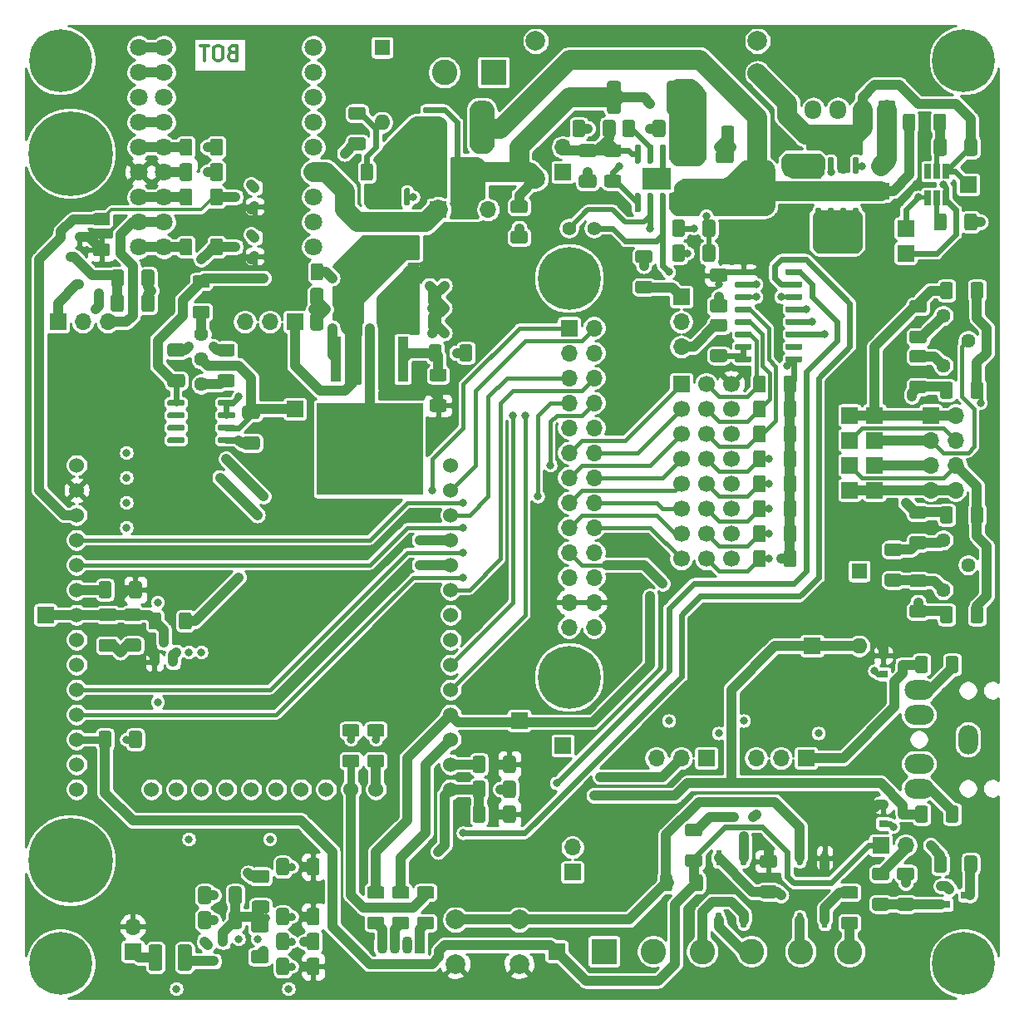
<source format=gbr>
%TF.GenerationSoftware,KiCad,Pcbnew,5.1.9*%
%TF.CreationDate,2021-01-12T21:48:28+01:00*%
%TF.ProjectId,pcb_motherboard_dev,7063625f-6d6f-4746-9865-72626f617264,rev?*%
%TF.SameCoordinates,Original*%
%TF.FileFunction,Copper,L4,Bot*%
%TF.FilePolarity,Positive*%
%FSLAX46Y46*%
G04 Gerber Fmt 4.6, Leading zero omitted, Abs format (unit mm)*
G04 Created by KiCad (PCBNEW 5.1.9) date 2021-01-12 21:48:28*
%MOMM*%
%LPD*%
G01*
G04 APERTURE LIST*
%TA.AperFunction,NonConductor*%
%ADD10C,0.300000*%
%TD*%
%TA.AperFunction,ComponentPad*%
%ADD11R,1.700000X1.700000*%
%TD*%
%TA.AperFunction,SMDPad,CuDef*%
%ADD12R,0.800000X0.900000*%
%TD*%
%TA.AperFunction,SMDPad,CuDef*%
%ADD13R,0.900000X0.800000*%
%TD*%
%TA.AperFunction,SMDPad,CuDef*%
%ADD14R,10.800000X9.400000*%
%TD*%
%TA.AperFunction,SMDPad,CuDef*%
%ADD15R,1.100000X4.600000*%
%TD*%
%TA.AperFunction,ComponentPad*%
%ADD16C,1.524000*%
%TD*%
%TA.AperFunction,ComponentPad*%
%ADD17C,0.500000*%
%TD*%
%TA.AperFunction,SMDPad,CuDef*%
%ADD18R,3.000000X2.290000*%
%TD*%
%TA.AperFunction,ComponentPad*%
%ADD19C,1.800000*%
%TD*%
%TA.AperFunction,ComponentPad*%
%ADD20O,1.600000X1.600000*%
%TD*%
%TA.AperFunction,ComponentPad*%
%ADD21R,1.600000X1.600000*%
%TD*%
%TA.AperFunction,ComponentPad*%
%ADD22O,1.700000X1.700000*%
%TD*%
%TA.AperFunction,ComponentPad*%
%ADD23O,3.000000X2.000000*%
%TD*%
%TA.AperFunction,ComponentPad*%
%ADD24O,2.000000X3.000000*%
%TD*%
%TA.AperFunction,ComponentPad*%
%ADD25C,1.700000*%
%TD*%
%TA.AperFunction,ComponentPad*%
%ADD26C,2.000000*%
%TD*%
%TA.AperFunction,SMDPad,CuDef*%
%ADD27R,0.600000X1.500000*%
%TD*%
%TA.AperFunction,ComponentPad*%
%ADD28C,0.800000*%
%TD*%
%TA.AperFunction,ComponentPad*%
%ADD29C,6.400000*%
%TD*%
%TA.AperFunction,ComponentPad*%
%ADD30C,0.900000*%
%TD*%
%TA.AperFunction,ComponentPad*%
%ADD31C,8.600000*%
%TD*%
%TA.AperFunction,ComponentPad*%
%ADD32C,1.440000*%
%TD*%
%TA.AperFunction,ComponentPad*%
%ADD33C,2.600000*%
%TD*%
%TA.AperFunction,ComponentPad*%
%ADD34R,2.600000X2.600000*%
%TD*%
%TA.AperFunction,ComponentPad*%
%ADD35O,1.700000X1.950000*%
%TD*%
%TA.AperFunction,ComponentPad*%
%ADD36O,1.070000X1.800000*%
%TD*%
%TA.AperFunction,ComponentPad*%
%ADD37R,1.070000X1.800000*%
%TD*%
%TA.AperFunction,ComponentPad*%
%ADD38C,1.400000*%
%TD*%
%TA.AperFunction,SMDPad,CuDef*%
%ADD39R,1.400000X2.100000*%
%TD*%
%TA.AperFunction,SMDPad,CuDef*%
%ADD40R,0.650000X1.560000*%
%TD*%
%TA.AperFunction,ViaPad*%
%ADD41C,0.800000*%
%TD*%
%TA.AperFunction,ViaPad*%
%ADD42C,4.100000*%
%TD*%
%TA.AperFunction,Conductor*%
%ADD43C,1.000000*%
%TD*%
%TA.AperFunction,Conductor*%
%ADD44C,0.600000*%
%TD*%
%TA.AperFunction,Conductor*%
%ADD45C,0.800000*%
%TD*%
%TA.AperFunction,Conductor*%
%ADD46C,2.000000*%
%TD*%
%TA.AperFunction,Conductor*%
%ADD47C,0.500000*%
%TD*%
%TA.AperFunction,Conductor*%
%ADD48C,0.400000*%
%TD*%
%TA.AperFunction,Conductor*%
%ADD49C,0.300000*%
%TD*%
%TA.AperFunction,Conductor*%
%ADD50C,0.254000*%
%TD*%
%TA.AperFunction,Conductor*%
%ADD51C,0.100000*%
%TD*%
G04 APERTURE END LIST*
D10*
X79648399Y-48589286D02*
X79434113Y-48660714D01*
X79362684Y-48732143D01*
X79291256Y-48875000D01*
X79291256Y-49089286D01*
X79362684Y-49232143D01*
X79434113Y-49303571D01*
X79576970Y-49375000D01*
X80148399Y-49375000D01*
X80148399Y-47875000D01*
X79648399Y-47875000D01*
X79505541Y-47946429D01*
X79434113Y-48017857D01*
X79362684Y-48160714D01*
X79362684Y-48303571D01*
X79434113Y-48446429D01*
X79505541Y-48517857D01*
X79648399Y-48589286D01*
X80148399Y-48589286D01*
X78362684Y-47875000D02*
X78076970Y-47875000D01*
X77934113Y-47946429D01*
X77791256Y-48089286D01*
X77719827Y-48375000D01*
X77719827Y-48875000D01*
X77791256Y-49160714D01*
X77934113Y-49303571D01*
X78076970Y-49375000D01*
X78362684Y-49375000D01*
X78505541Y-49303571D01*
X78648399Y-49160714D01*
X78719827Y-48875000D01*
X78719827Y-48375000D01*
X78648399Y-48089286D01*
X78505541Y-47946429D01*
X78362684Y-47875000D01*
X77291256Y-47875000D02*
X76434113Y-47875000D01*
X76862684Y-49375000D02*
X76862684Y-47875000D01*
D11*
%TO.P,TP22,1*%
%TO.N,/CONTROLLER/BLUE*%
X108878399Y-116641429D03*
%TD*%
%TO.P,TP6,1*%
%TO.N,/POWER/BAT-*%
X154598399Y-62031429D03*
%TD*%
%TO.P,TP4,1*%
%TO.N,Net-(Q1-Pad2)*%
X148248399Y-66476429D03*
%TD*%
%TO.P,TP1,1*%
%TO.N,Net-(Q1-Pad4)*%
X148248399Y-69016429D03*
%TD*%
%TO.P,L1,2*%
%TO.N,Net-(L1-Pad2)*%
%TA.AperFunction,SMDPad,CuDef*%
G36*
G01*
X72543399Y-139696429D02*
X72543399Y-141846429D01*
G75*
G02*
X72293399Y-142096429I-250000J0D01*
G01*
X71368399Y-142096429D01*
G75*
G02*
X71118399Y-141846429I0J250000D01*
G01*
X71118399Y-139696429D01*
G75*
G02*
X71368399Y-139446429I250000J0D01*
G01*
X72293399Y-139446429D01*
G75*
G02*
X72543399Y-139696429I0J-250000D01*
G01*
G37*
%TD.AperFunction*%
%TO.P,L1,1*%
%TO.N,Net-(D6-Pad3)*%
%TA.AperFunction,SMDPad,CuDef*%
G36*
G01*
X75518399Y-139696429D02*
X75518399Y-141846429D01*
G75*
G02*
X75268399Y-142096429I-250000J0D01*
G01*
X74343399Y-142096429D01*
G75*
G02*
X74093399Y-141846429I0J250000D01*
G01*
X74093399Y-139696429D01*
G75*
G02*
X74343399Y-139446429I250000J0D01*
G01*
X75268399Y-139446429D01*
G75*
G02*
X75518399Y-139696429I0J-250000D01*
G01*
G37*
%TD.AperFunction*%
%TD*%
D12*
%TO.P,Q7,3*%
%TO.N,Net-(Q7-Pad3)*%
X131738399Y-128436429D03*
%TO.P,Q7,2*%
%TO.N,GND*%
X132688399Y-126436429D03*
%TO.P,Q7,1*%
%TO.N,Net-(Q7-Pad1)*%
X130788399Y-126436429D03*
%TD*%
D13*
%TO.P,Q5,3*%
%TO.N,Net-(Q5-Pad3)*%
X154328399Y-134421429D03*
%TO.P,Q5,2*%
%TO.N,GND*%
X152328399Y-133471429D03*
%TO.P,Q5,1*%
%TO.N,Net-(Q5-Pad1)*%
X152328399Y-135371429D03*
%TD*%
%TO.P,Q4,3*%
%TO.N,Net-(JP5-Pad1)*%
X64063399Y-72191429D03*
%TO.P,Q4,2*%
%TO.N,GND*%
X66063399Y-73141429D03*
%TO.P,Q4,1*%
%TO.N,Net-(C10-Pad1)*%
X66063399Y-71241429D03*
%TD*%
D12*
%TO.P,Q3,3*%
%TO.N,Net-(C10-Pad1)*%
X63158399Y-69381429D03*
%TO.P,Q3,2*%
%TO.N,+3V3*%
X64108399Y-67381429D03*
%TO.P,Q3,1*%
%TO.N,/CONTROLLER/RTS*%
X62208399Y-67381429D03*
%TD*%
%TO.P,R67,2*%
%TO.N,Net-(Q7-Pad1)*%
%TA.AperFunction,SMDPad,CuDef*%
G36*
G01*
X127283399Y-128441429D02*
X126033399Y-128441429D01*
G75*
G02*
X125783399Y-128191429I0J250000D01*
G01*
X125783399Y-127391429D01*
G75*
G02*
X126033399Y-127141429I250000J0D01*
G01*
X127283399Y-127141429D01*
G75*
G02*
X127533399Y-127391429I0J-250000D01*
G01*
X127533399Y-128191429D01*
G75*
G02*
X127283399Y-128441429I-250000J0D01*
G01*
G37*
%TD.AperFunction*%
%TO.P,R67,1*%
%TO.N,/CONTROLLER/SYNC*%
%TA.AperFunction,SMDPad,CuDef*%
G36*
G01*
X127283399Y-131541429D02*
X126033399Y-131541429D01*
G75*
G02*
X125783399Y-131291429I0J250000D01*
G01*
X125783399Y-130491429D01*
G75*
G02*
X126033399Y-130241429I250000J0D01*
G01*
X127283399Y-130241429D01*
G75*
G02*
X127533399Y-130491429I0J-250000D01*
G01*
X127533399Y-131291429D01*
G75*
G02*
X127283399Y-131541429I-250000J0D01*
G01*
G37*
%TD.AperFunction*%
%TD*%
D14*
%TO.P,U2,6*%
%TO.N,GND*%
X93638399Y-88961429D03*
D15*
%TO.P,U2,5*%
%TO.N,Net-(R7-Pad2)*%
X97038399Y-79811429D03*
%TO.P,U2,4*%
%TO.N,+3V3*%
X95338399Y-79811429D03*
%TO.P,U2,3*%
%TO.N,GND*%
X93638399Y-79811429D03*
%TO.P,U2,2*%
%TO.N,V+*%
X91938399Y-79811429D03*
%TO.P,U2,1*%
%TO.N,Net-(R3-Pad1)*%
X90238399Y-79811429D03*
%TD*%
D16*
%TO.P,U8,38*%
%TO.N,GND*%
X101893399Y-90606429D03*
%TO.P,U8,37*%
%TO.N,/CONTROLLER/IO_23|VMOSI*%
X101893399Y-93146429D03*
%TO.P,U8,36*%
%TO.N,/CONTROLLER/IO_22|SCL*%
X101893399Y-95686429D03*
%TO.P,U8,35*%
%TO.N,/ft232/RXD*%
X101893399Y-98226429D03*
%TO.P,U8,34*%
%TO.N,/CONTROLLER/RXD*%
X101893399Y-100766429D03*
%TO.P,U8,33*%
%TO.N,/CONTROLLER/IO_21|SDA*%
X101893399Y-103306429D03*
%TO.P,U8,32*%
%TO.N,N/C*%
X101893399Y-105846429D03*
%TO.P,U8,31*%
%TO.N,/CONTROLLER/IO_19|VMISO*%
X101893399Y-108386429D03*
%TO.P,U8,30*%
%TO.N,/CONTROLLER/IO_18|VCLK*%
X101893399Y-110926429D03*
%TO.P,U8,29*%
%TO.N,/CONTROLLER/IO_5|V~CS*%
X101893399Y-113466429D03*
%TO.P,U8,28*%
%TO.N,/CONTROLLER/BLUE*%
X101893399Y-116006429D03*
%TO.P,U8,27*%
%TO.N,/CONTROLLER/GREEN*%
X101893399Y-118546429D03*
%TO.P,U8,26*%
%TO.N,/CONTROLLER/DQ*%
X101893399Y-121086429D03*
%TO.P,U8,25*%
%TO.N,/CONTROLLER/SS*%
X101893399Y-123626429D03*
%TO.P,U8,24*%
%TO.N,/CONTROLLER/CLK*%
X94273399Y-123626429D03*
%TO.P,U8,23*%
%TO.N,/CONTROLLER/RED*%
X91733399Y-123626429D03*
%TO.P,U8,22*%
%TO.N,N/C*%
X89193399Y-123626429D03*
%TO.P,U8,21*%
X86653399Y-123626429D03*
%TO.P,U8,20*%
X84113399Y-123626429D03*
%TO.P,U8,19*%
X81573399Y-123626429D03*
%TO.P,U8,18*%
X79033399Y-123626429D03*
%TO.P,U8,17*%
X76493399Y-123626429D03*
%TO.P,U8,16*%
%TO.N,/CONTROLLER/HMOSI*%
X73953399Y-123626429D03*
%TO.P,U8,15*%
%TO.N,GND*%
X71413399Y-123626429D03*
%TO.P,U8,14*%
%TO.N,/CONTROLLER/HMISO*%
X63793399Y-123626429D03*
%TO.P,U8,13*%
%TO.N,/CONTROLLER/HCLK*%
X63793399Y-121086429D03*
%TO.P,U8,12*%
%TO.N,/CONTROLLER/SYNC*%
X63793399Y-118546429D03*
%TO.P,U8,11*%
%TO.N,/CONTROLLER/IO_26|DAC2*%
X63793399Y-116006429D03*
%TO.P,U8,10*%
%TO.N,/CONTROLLER/IO_25|DAC1*%
X63793399Y-113466429D03*
%TO.P,U8,9*%
%TO.N,Net-(C19-Pad1)*%
X63793399Y-110926429D03*
%TO.P,U8,8*%
%TO.N,Net-(C18-Pad2)*%
X63793399Y-108386429D03*
%TO.P,U8,7*%
%TO.N,/CONTROLLER/BATMON*%
X63793399Y-105846429D03*
%TO.P,U8,6*%
%TO.N,/CONTROLLER/OWB_SENSE*%
X63793399Y-103306429D03*
%TO.P,U8,5*%
%TO.N,/CONTROLLER/I_39|ADC1_3*%
X63793399Y-100766429D03*
%TO.P,U8,4*%
%TO.N,/CONTROLLER/I_36|ADC1_0*%
X63793399Y-98226429D03*
%TO.P,U8,3*%
%TO.N,/CONTROLLER/RTS*%
X63793399Y-95686429D03*
%TO.P,U8,2*%
%TO.N,+3V3*%
X63793399Y-93146429D03*
%TO.P,U8,1*%
%TO.N,GND*%
X63793399Y-90606429D03*
%TD*%
D17*
%TO.P,U1,9*%
%TO.N,GND*%
X123848399Y-62046429D03*
X123848399Y-60746429D03*
X122848399Y-62046429D03*
X122848399Y-60746429D03*
X121848399Y-62046429D03*
X121848399Y-60746429D03*
D18*
X122848399Y-61396429D03*
%TO.P,U1,8*%
%TO.N,Net-(C1-Pad1)*%
%TA.AperFunction,SMDPad,CuDef*%
G36*
G01*
X120793399Y-62896429D02*
X121093399Y-62896429D01*
G75*
G02*
X121243399Y-63046429I0J-150000D01*
G01*
X121243399Y-64696429D01*
G75*
G02*
X121093399Y-64846429I-150000J0D01*
G01*
X120793399Y-64846429D01*
G75*
G02*
X120643399Y-64696429I0J150000D01*
G01*
X120643399Y-63046429D01*
G75*
G02*
X120793399Y-62896429I150000J0D01*
G01*
G37*
%TD.AperFunction*%
%TO.P,U1,7*%
%TO.N,/POWER/~LED_CHRG*%
%TA.AperFunction,SMDPad,CuDef*%
G36*
G01*
X122063399Y-62896429D02*
X122363399Y-62896429D01*
G75*
G02*
X122513399Y-63046429I0J-150000D01*
G01*
X122513399Y-64696429D01*
G75*
G02*
X122363399Y-64846429I-150000J0D01*
G01*
X122063399Y-64846429D01*
G75*
G02*
X121913399Y-64696429I0J150000D01*
G01*
X121913399Y-63046429D01*
G75*
G02*
X122063399Y-62896429I150000J0D01*
G01*
G37*
%TD.AperFunction*%
%TO.P,U1,6*%
%TO.N,/POWER/~LED_STBY*%
%TA.AperFunction,SMDPad,CuDef*%
G36*
G01*
X123333399Y-62896429D02*
X123633399Y-62896429D01*
G75*
G02*
X123783399Y-63046429I0J-150000D01*
G01*
X123783399Y-64696429D01*
G75*
G02*
X123633399Y-64846429I-150000J0D01*
G01*
X123333399Y-64846429D01*
G75*
G02*
X123183399Y-64696429I0J150000D01*
G01*
X123183399Y-63046429D01*
G75*
G02*
X123333399Y-62896429I150000J0D01*
G01*
G37*
%TD.AperFunction*%
%TO.P,U1,5*%
%TO.N,Net-(C4-Pad1)*%
%TA.AperFunction,SMDPad,CuDef*%
G36*
G01*
X124603399Y-62896429D02*
X124903399Y-62896429D01*
G75*
G02*
X125053399Y-63046429I0J-150000D01*
G01*
X125053399Y-64696429D01*
G75*
G02*
X124903399Y-64846429I-150000J0D01*
G01*
X124603399Y-64846429D01*
G75*
G02*
X124453399Y-64696429I0J150000D01*
G01*
X124453399Y-63046429D01*
G75*
G02*
X124603399Y-62896429I150000J0D01*
G01*
G37*
%TD.AperFunction*%
%TO.P,U1,4*%
%TO.N,Net-(C1-Pad1)*%
%TA.AperFunction,SMDPad,CuDef*%
G36*
G01*
X124603399Y-57946429D02*
X124903399Y-57946429D01*
G75*
G02*
X125053399Y-58096429I0J-150000D01*
G01*
X125053399Y-59746429D01*
G75*
G02*
X124903399Y-59896429I-150000J0D01*
G01*
X124603399Y-59896429D01*
G75*
G02*
X124453399Y-59746429I0J150000D01*
G01*
X124453399Y-58096429D01*
G75*
G02*
X124603399Y-57946429I150000J0D01*
G01*
G37*
%TD.AperFunction*%
%TO.P,U1,3*%
%TO.N,GND*%
%TA.AperFunction,SMDPad,CuDef*%
G36*
G01*
X123333399Y-57946429D02*
X123633399Y-57946429D01*
G75*
G02*
X123783399Y-58096429I0J-150000D01*
G01*
X123783399Y-59746429D01*
G75*
G02*
X123633399Y-59896429I-150000J0D01*
G01*
X123333399Y-59896429D01*
G75*
G02*
X123183399Y-59746429I0J150000D01*
G01*
X123183399Y-58096429D01*
G75*
G02*
X123333399Y-57946429I150000J0D01*
G01*
G37*
%TD.AperFunction*%
%TO.P,U1,2*%
%TO.N,Net-(R2-Pad1)*%
%TA.AperFunction,SMDPad,CuDef*%
G36*
G01*
X122063399Y-57946429D02*
X122363399Y-57946429D01*
G75*
G02*
X122513399Y-58096429I0J-150000D01*
G01*
X122513399Y-59746429D01*
G75*
G02*
X122363399Y-59896429I-150000J0D01*
G01*
X122063399Y-59896429D01*
G75*
G02*
X121913399Y-59746429I0J150000D01*
G01*
X121913399Y-58096429D01*
G75*
G02*
X122063399Y-57946429I150000J0D01*
G01*
G37*
%TD.AperFunction*%
%TO.P,U1,1*%
%TO.N,/POWER/TEMP*%
%TA.AperFunction,SMDPad,CuDef*%
G36*
G01*
X120793399Y-57946429D02*
X121093399Y-57946429D01*
G75*
G02*
X121243399Y-58096429I0J-150000D01*
G01*
X121243399Y-59746429D01*
G75*
G02*
X121093399Y-59896429I-150000J0D01*
G01*
X120793399Y-59896429D01*
G75*
G02*
X120643399Y-59746429I0J150000D01*
G01*
X120643399Y-58096429D01*
G75*
G02*
X120793399Y-57946429I150000J0D01*
G01*
G37*
%TD.AperFunction*%
%TD*%
D19*
%TO.P,U10,1*%
%TO.N,Net-(U10-Pad1)*%
X72683399Y-48061429D03*
%TO.P,U10,2*%
%TO.N,Net-(U10-Pad2)*%
X72683399Y-50601429D03*
%TO.P,U10,3*%
%TO.N,GND*%
X72683399Y-53141429D03*
%TO.P,U10,4*%
%TO.N,Net-(U10-Pad4)*%
X72683399Y-55681429D03*
%TO.P,U10,5*%
%TO.N,Net-(R11-Pad1)*%
X72683399Y-58221429D03*
%TO.P,U10,6*%
%TO.N,+3V3*%
X72683399Y-60761429D03*
%TO.P,U10,7*%
%TO.N,Net-(R19-Pad1)*%
X72683399Y-63301429D03*
%TO.P,U10,8*%
%TO.N,/CONTROLLER/DTR*%
X72683399Y-65841429D03*
%TO.P,U10,9*%
%TO.N,Net-(R18-Pad1)*%
X72683399Y-68381429D03*
%TO.P,U10,18*%
%TO.N,GND*%
X87923399Y-68381429D03*
%TO.P,U10,17*%
%TO.N,N/C*%
X87923399Y-65841429D03*
%TO.P,U10,16*%
X87923399Y-63301429D03*
%TO.P,U10,15*%
%TO.N,+5V*%
X87923399Y-60761429D03*
%TO.P,U10,14*%
%TO.N,N/C*%
X87923399Y-58221429D03*
%TO.P,U10,13*%
X87923399Y-55681429D03*
%TO.P,U10,12*%
X87923399Y-53141429D03*
%TO.P,U10,11*%
X87923399Y-50601429D03*
%TO.P,U10,10*%
X87923399Y-48061429D03*
%TO.P,U10,9*%
%TO.N,Net-(R18-Pad1)*%
X70143399Y-68381429D03*
%TO.P,U10,8*%
%TO.N,/CONTROLLER/DTR*%
X70143399Y-65841429D03*
%TO.P,U10,7*%
%TO.N,Net-(R19-Pad1)*%
X70143399Y-63301429D03*
%TO.P,U10,6*%
%TO.N,+3V3*%
X70143399Y-60761429D03*
%TO.P,U10,5*%
%TO.N,Net-(R11-Pad1)*%
X70143399Y-58221429D03*
%TO.P,U10,4*%
%TO.N,Net-(U10-Pad4)*%
X70143399Y-55681429D03*
%TO.P,U10,3*%
%TO.N,GND*%
X70143399Y-53141429D03*
%TO.P,U10,2*%
%TO.N,Net-(U10-Pad2)*%
X70143399Y-50601429D03*
%TO.P,U10,1*%
%TO.N,Net-(U10-Pad1)*%
X70143399Y-48061429D03*
%TD*%
D11*
%TO.P,TP21,1*%
%TO.N,/sim_loadcell/E-*%
X142533399Y-93146429D03*
%TD*%
%TO.P,TP20,1*%
%TO.N,/sim_loadcell/E-*%
X145073399Y-93146429D03*
%TD*%
%TO.P,TP19,1*%
%TO.N,/sim_loadcell/B-*%
X142533399Y-90606429D03*
%TD*%
%TO.P,TP18,1*%
%TO.N,/sim_loadcell/A-*%
X145073399Y-90606429D03*
%TD*%
%TO.P,TP17,1*%
%TO.N,/sim_loadcell/B+*%
X142533399Y-88066429D03*
%TD*%
%TO.P,TP16,1*%
%TO.N,/sim_loadcell/A+*%
X145073399Y-88066429D03*
%TD*%
%TO.P,TP15,1*%
%TO.N,/sim_loadcell/E+*%
X142533399Y-85526429D03*
%TD*%
%TO.P,TP14,1*%
%TO.N,/sim_loadcell/E+*%
X145073399Y-85526429D03*
%TD*%
%TO.P,TP12,1*%
%TO.N,/CONTROLLER/DQ*%
X113323399Y-119181429D03*
%TD*%
%TO.P,TP11,1*%
%TO.N,/CONTROLLER/OWB_SENSE*%
X138723399Y-109021429D03*
%TD*%
%TO.P,TP10,1*%
%TO.N,/CONTROLLER/SYNC*%
X112688399Y-140136429D03*
%TD*%
%TO.P,TP9,1*%
%TO.N,Net-(C23-Pad1)*%
X86018399Y-84891429D03*
%TD*%
%TO.P,TP8,1*%
%TO.N,/CONTROLLER/BATMON*%
X60618399Y-105846429D03*
%TD*%
%TO.P,TP5,1*%
%TO.N,/DC_IN*%
X108878399Y-59491429D03*
%TD*%
%TO.P,TP3,1*%
%TO.N,Net-(C4-Pad1)*%
X136818399Y-62666429D03*
%TD*%
D20*
%TO.P,SW3,2*%
%TO.N,/CONTROLLER/OWB_SENSE*%
X143510000Y-109021429D03*
D21*
%TO.P,SW3,1*%
%TO.N,GND*%
X143510000Y-101401429D03*
%TD*%
D22*
%TO.P,JP8,3*%
%TO.N,Net-(JP8-Pad3)*%
X133008399Y-120451429D03*
%TO.P,JP8,2*%
%TO.N,/CONTROLLER/DQ*%
X135548399Y-120451429D03*
D11*
%TO.P,JP8,1*%
%TO.N,Net-(D3-Pad3)*%
X138088399Y-120451429D03*
%TD*%
D23*
%TO.P,J5,T*%
%TO.N,Net-(J5-PadT)*%
X149598399Y-113546429D03*
%TO.P,J5,4*%
%TO.N,N/C*%
X149598399Y-116046429D03*
%TO.P,J5,3*%
X149598399Y-121046429D03*
%TO.P,J5,R*%
%TO.N,Net-(J5-PadR)*%
X149598399Y-123546429D03*
D24*
%TO.P,J5,S*%
%TO.N,GND*%
X154598399Y-118546429D03*
%TD*%
D25*
%TO.P,U12,24*%
%TO.N,+3V3*%
X130468399Y-100131429D03*
%TO.P,U12,23*%
X130468399Y-97591429D03*
%TO.P,U12,22*%
X130468399Y-95051429D03*
%TO.P,U12,21*%
X130468399Y-92511429D03*
%TO.P,U12,20*%
X130468399Y-89971429D03*
%TO.P,U12,19*%
X130468399Y-87431429D03*
%TO.P,U12,18*%
X130468399Y-84891429D03*
%TO.P,U12,17*%
X130468399Y-82351429D03*
%TO.P,U12,16*%
%TO.N,/CONTROLLER/BITH*%
X127928399Y-100131429D03*
%TO.P,U12,15*%
%TO.N,/CONTROLLER/BITG*%
X127928399Y-97591429D03*
%TO.P,U12,14*%
%TO.N,/CONTROLLER/BITF*%
X127928399Y-95051429D03*
%TO.P,U12,13*%
%TO.N,/CONTROLLER/BITE*%
X127928399Y-92511429D03*
%TO.P,U12,12*%
%TO.N,/CONTROLLER/BITD*%
X127928399Y-89971429D03*
%TO.P,U12,11*%
%TO.N,/CONTROLLER/BITC*%
X127928399Y-87431429D03*
%TO.P,U12,10*%
%TO.N,/CONTROLLER/BITB*%
X127928399Y-84891429D03*
%TO.P,U12,9*%
%TO.N,/CONTROLLER/BITA*%
X127928399Y-82351429D03*
%TO.P,U12,8*%
%TO.N,/CONTROLLER/H*%
X125388399Y-100131429D03*
%TO.P,U12,7*%
%TO.N,/CONTROLLER/G*%
X125388399Y-97591429D03*
%TO.P,U12,6*%
%TO.N,/CONTROLLER/F*%
X125388399Y-95051429D03*
%TO.P,U12,5*%
%TO.N,/CONTROLLER/E*%
X125388399Y-92511429D03*
%TO.P,U12,4*%
%TO.N,/CONTROLLER/D*%
X125388399Y-89971429D03*
%TO.P,U12,3*%
%TO.N,/CONTROLLER/C*%
X125388399Y-87431429D03*
%TO.P,U12,2*%
%TO.N,/CONTROLLER/B*%
X125388399Y-84891429D03*
D11*
%TO.P,U12,1*%
%TO.N,/CONTROLLER/A*%
X125388399Y-82351429D03*
%TD*%
D26*
%TO.P,U3,6*%
%TO.N,Net-(C4-Pad1)*%
X133163399Y-61411429D03*
%TO.P,U3,5*%
X133163399Y-58111429D03*
%TO.P,U3,4*%
%TO.N,/POWER/BAT-*%
X133163399Y-50711429D03*
%TO.P,U3,3*%
%TO.N,GND*%
X133163399Y-47411429D03*
%TO.P,U3,2*%
X110563399Y-47411429D03*
%TO.P,U3,1*%
%TO.N,/DC_IN*%
X110563399Y-61411429D03*
%TD*%
D22*
%TO.P,TP13,2*%
%TO.N,V+*%
X114300000Y-129540000D03*
D11*
%TO.P,TP13,1*%
%TO.N,Net-(J6-Pad2)*%
X114300000Y-132080000D03*
%TD*%
D22*
%TO.P,TP7,2*%
%TO.N,+3V3*%
X69508399Y-137596429D03*
D11*
%TO.P,TP7,1*%
%TO.N,Net-(L1-Pad2)*%
X69508399Y-140136429D03*
%TD*%
D22*
%TO.P,TP2,2*%
%TO.N,/POWER/BAT+*%
X145708399Y-60126429D03*
D11*
%TO.P,TP2,1*%
%TO.N,Net-(C4-Pad1)*%
X145708399Y-62666429D03*
%TD*%
%TO.P,U6,3*%
%TO.N,Net-(J6-Pad3)*%
%TA.AperFunction,SMDPad,CuDef*%
G36*
G01*
X131588399Y-136211429D02*
X131888399Y-136211429D01*
G75*
G02*
X132038399Y-136361429I0J-150000D01*
G01*
X132038399Y-137561429D01*
G75*
G02*
X131888399Y-137711429I-150000J0D01*
G01*
X131588399Y-137711429D01*
G75*
G02*
X131438399Y-137561429I0J150000D01*
G01*
X131438399Y-136361429D01*
G75*
G02*
X131588399Y-136211429I150000J0D01*
G01*
G37*
%TD.AperFunction*%
%TO.P,U6,4*%
%TO.N,Net-(J6-Pad4)*%
%TA.AperFunction,SMDPad,CuDef*%
G36*
G01*
X129048399Y-136211429D02*
X129348399Y-136211429D01*
G75*
G02*
X129498399Y-136361429I0J-150000D01*
G01*
X129498399Y-137561429D01*
G75*
G02*
X129348399Y-137711429I-150000J0D01*
G01*
X129048399Y-137711429D01*
G75*
G02*
X128898399Y-137561429I0J150000D01*
G01*
X128898399Y-136361429D01*
G75*
G02*
X129048399Y-136211429I150000J0D01*
G01*
G37*
%TD.AperFunction*%
%TO.P,U6,2*%
%TO.N,Net-(Q7-Pad3)*%
%TA.AperFunction,SMDPad,CuDef*%
G36*
G01*
X131588399Y-129861429D02*
X131888399Y-129861429D01*
G75*
G02*
X132038399Y-130011429I0J-150000D01*
G01*
X132038399Y-131211429D01*
G75*
G02*
X131888399Y-131361429I-150000J0D01*
G01*
X131588399Y-131361429D01*
G75*
G02*
X131438399Y-131211429I0J150000D01*
G01*
X131438399Y-130011429D01*
G75*
G02*
X131588399Y-129861429I150000J0D01*
G01*
G37*
%TD.AperFunction*%
D27*
%TO.P,U6,1*%
%TO.N,Net-(R21-Pad1)*%
X129198399Y-130611429D03*
%TD*%
D12*
%TO.P,D12,3*%
%TO.N,/CONTROLLER/BATMON*%
X72683399Y-108656429D03*
%TO.P,D12,2*%
%TO.N,+3V3*%
X71733399Y-110656429D03*
%TO.P,D12,1*%
%TO.N,GND*%
X73633399Y-110656429D03*
%TD*%
D28*
%TO.P,H4,1*%
%TO.N,GND*%
X155855455Y-139684373D03*
X154158399Y-138981429D03*
X152461343Y-139684373D03*
X151758399Y-141381429D03*
X152461343Y-143078485D03*
X154158399Y-143781429D03*
X155855455Y-143078485D03*
X156558399Y-141381429D03*
D29*
X154158399Y-141381429D03*
%TD*%
D28*
%TO.P,H3,1*%
%TO.N,N/C*%
X155855455Y-47684373D03*
X154158399Y-46981429D03*
X152461343Y-47684373D03*
X151758399Y-49381429D03*
X152461343Y-51078485D03*
X154158399Y-51781429D03*
X155855455Y-51078485D03*
X156558399Y-49381429D03*
D29*
X154158399Y-49381429D03*
%TD*%
D28*
%TO.P,H2,1*%
%TO.N,N/C*%
X63855455Y-47684373D03*
X62158399Y-46981429D03*
X60461343Y-47684373D03*
X59758399Y-49381429D03*
X60461343Y-51078485D03*
X62158399Y-51781429D03*
X63855455Y-51078485D03*
X64558399Y-49381429D03*
D29*
X62158399Y-49381429D03*
%TD*%
D28*
%TO.P,H8,1*%
%TO.N,N/C*%
X63855455Y-139684373D03*
X62158399Y-138981429D03*
X60461343Y-139684373D03*
X59758399Y-141381429D03*
X60461343Y-143078485D03*
X62158399Y-143781429D03*
X63855455Y-143078485D03*
X64558399Y-141381429D03*
D29*
X62158399Y-141381429D03*
%TD*%
%TO.P,Q6,3*%
%TO.N,Net-(D1-Pad1)*%
%TA.AperFunction,SMDPad,CuDef*%
G36*
G01*
X93488399Y-62391429D02*
X93788399Y-62391429D01*
G75*
G02*
X93938399Y-62541429I0J-150000D01*
G01*
X93938399Y-63991429D01*
G75*
G02*
X93788399Y-64141429I-150000J0D01*
G01*
X93488399Y-64141429D01*
G75*
G02*
X93338399Y-63991429I0J150000D01*
G01*
X93338399Y-62541429D01*
G75*
G02*
X93488399Y-62391429I150000J0D01*
G01*
G37*
%TD.AperFunction*%
%TA.AperFunction,SMDPad,CuDef*%
G36*
G01*
X94758399Y-62391429D02*
X95058399Y-62391429D01*
G75*
G02*
X95208399Y-62541429I0J-150000D01*
G01*
X95208399Y-63991429D01*
G75*
G02*
X95058399Y-64141429I-150000J0D01*
G01*
X94758399Y-64141429D01*
G75*
G02*
X94608399Y-63991429I0J150000D01*
G01*
X94608399Y-62541429D01*
G75*
G02*
X94758399Y-62391429I150000J0D01*
G01*
G37*
%TD.AperFunction*%
%TA.AperFunction,SMDPad,CuDef*%
G36*
G01*
X96028399Y-62391429D02*
X96328399Y-62391429D01*
G75*
G02*
X96478399Y-62541429I0J-150000D01*
G01*
X96478399Y-63991429D01*
G75*
G02*
X96328399Y-64141429I-150000J0D01*
G01*
X96028399Y-64141429D01*
G75*
G02*
X95878399Y-63991429I0J150000D01*
G01*
X95878399Y-62541429D01*
G75*
G02*
X96028399Y-62391429I150000J0D01*
G01*
G37*
%TD.AperFunction*%
%TO.P,Q6,2*%
%TO.N,Net-(Q6-Pad2)*%
%TA.AperFunction,SMDPad,CuDef*%
G36*
G01*
X97298399Y-62391429D02*
X97598399Y-62391429D01*
G75*
G02*
X97748399Y-62541429I0J-150000D01*
G01*
X97748399Y-63991429D01*
G75*
G02*
X97598399Y-64141429I-150000J0D01*
G01*
X97298399Y-64141429D01*
G75*
G02*
X97148399Y-63991429I0J150000D01*
G01*
X97148399Y-62541429D01*
G75*
G02*
X97298399Y-62391429I150000J0D01*
G01*
G37*
%TD.AperFunction*%
%TO.P,Q6,1*%
%TO.N,V+*%
%TA.AperFunction,SMDPad,CuDef*%
G36*
G01*
X97298399Y-67541429D02*
X97598399Y-67541429D01*
G75*
G02*
X97748399Y-67691429I0J-150000D01*
G01*
X97748399Y-69141429D01*
G75*
G02*
X97598399Y-69291429I-150000J0D01*
G01*
X97298399Y-69291429D01*
G75*
G02*
X97148399Y-69141429I0J150000D01*
G01*
X97148399Y-67691429D01*
G75*
G02*
X97298399Y-67541429I150000J0D01*
G01*
G37*
%TD.AperFunction*%
%TA.AperFunction,SMDPad,CuDef*%
G36*
G01*
X96028399Y-67541429D02*
X96328399Y-67541429D01*
G75*
G02*
X96478399Y-67691429I0J-150000D01*
G01*
X96478399Y-69141429D01*
G75*
G02*
X96328399Y-69291429I-150000J0D01*
G01*
X96028399Y-69291429D01*
G75*
G02*
X95878399Y-69141429I0J150000D01*
G01*
X95878399Y-67691429D01*
G75*
G02*
X96028399Y-67541429I150000J0D01*
G01*
G37*
%TD.AperFunction*%
%TA.AperFunction,SMDPad,CuDef*%
G36*
G01*
X94758399Y-67541429D02*
X95058399Y-67541429D01*
G75*
G02*
X95208399Y-67691429I0J-150000D01*
G01*
X95208399Y-69141429D01*
G75*
G02*
X95058399Y-69291429I-150000J0D01*
G01*
X94758399Y-69291429D01*
G75*
G02*
X94608399Y-69141429I0J150000D01*
G01*
X94608399Y-67691429D01*
G75*
G02*
X94758399Y-67541429I150000J0D01*
G01*
G37*
%TD.AperFunction*%
%TA.AperFunction,SMDPad,CuDef*%
G36*
G01*
X93488399Y-67541429D02*
X93788399Y-67541429D01*
G75*
G02*
X93938399Y-67691429I0J-150000D01*
G01*
X93938399Y-69141429D01*
G75*
G02*
X93788399Y-69291429I-150000J0D01*
G01*
X93488399Y-69291429D01*
G75*
G02*
X93338399Y-69141429I0J150000D01*
G01*
X93338399Y-67691429D01*
G75*
G02*
X93488399Y-67541429I150000J0D01*
G01*
G37*
%TD.AperFunction*%
%TD*%
D20*
%TO.P,SW2,2*%
%TO.N,Net-(Q6-Pad2)*%
X94908399Y-55681429D03*
D21*
%TO.P,SW2,1*%
%TO.N,GND*%
X94908399Y-48061429D03*
%TD*%
%TO.P,R66,2*%
%TO.N,Net-(Q6-Pad2)*%
%TA.AperFunction,SMDPad,CuDef*%
G36*
G01*
X94008399Y-60136428D02*
X94008399Y-61386430D01*
G75*
G02*
X93758400Y-61636429I-249999J0D01*
G01*
X92958398Y-61636429D01*
G75*
G02*
X92708399Y-61386430I0J249999D01*
G01*
X92708399Y-60136428D01*
G75*
G02*
X92958398Y-59886429I249999J0D01*
G01*
X93758400Y-59886429D01*
G75*
G02*
X94008399Y-60136428I0J-249999D01*
G01*
G37*
%TD.AperFunction*%
%TO.P,R66,1*%
%TO.N,Net-(D1-Pad1)*%
%TA.AperFunction,SMDPad,CuDef*%
G36*
G01*
X97108399Y-60136428D02*
X97108399Y-61386430D01*
G75*
G02*
X96858400Y-61636429I-249999J0D01*
G01*
X96058398Y-61636429D01*
G75*
G02*
X95808399Y-61386430I0J249999D01*
G01*
X95808399Y-60136428D01*
G75*
G02*
X96058398Y-59886429I249999J0D01*
G01*
X96858400Y-59886429D01*
G75*
G02*
X97108399Y-60136428I0J-249999D01*
G01*
G37*
%TD.AperFunction*%
%TD*%
%TO.P,R65,2*%
%TO.N,Net-(D11-Pad1)*%
%TA.AperFunction,SMDPad,CuDef*%
G36*
G01*
X91743398Y-57216429D02*
X92993400Y-57216429D01*
G75*
G02*
X93243399Y-57466428I0J-249999D01*
G01*
X93243399Y-58266430D01*
G75*
G02*
X92993400Y-58516429I-249999J0D01*
G01*
X91743398Y-58516429D01*
G75*
G02*
X91493399Y-58266430I0J249999D01*
G01*
X91493399Y-57466428D01*
G75*
G02*
X91743398Y-57216429I249999J0D01*
G01*
G37*
%TD.AperFunction*%
%TO.P,R65,1*%
%TO.N,Net-(Q6-Pad2)*%
%TA.AperFunction,SMDPad,CuDef*%
G36*
G01*
X91743398Y-54116429D02*
X92993400Y-54116429D01*
G75*
G02*
X93243399Y-54366428I0J-249999D01*
G01*
X93243399Y-55166430D01*
G75*
G02*
X92993400Y-55416429I-249999J0D01*
G01*
X91743398Y-55416429D01*
G75*
G02*
X91493399Y-55166430I0J249999D01*
G01*
X91493399Y-54366428D01*
G75*
G02*
X91743398Y-54116429I249999J0D01*
G01*
G37*
%TD.AperFunction*%
%TD*%
D22*
%TO.P,J7,26*%
%TO.N,V+*%
X116498399Y-107116429D03*
%TO.P,J7,25*%
X113958399Y-107116429D03*
%TO.P,J7,24*%
%TO.N,+3V3*%
X116498399Y-104576429D03*
%TO.P,J7,23*%
X113958399Y-104576429D03*
%TO.P,J7,22*%
%TO.N,GND*%
X116498399Y-102036429D03*
%TO.P,J7,21*%
X113958399Y-102036429D03*
%TO.P,J7,20*%
X116498399Y-99496429D03*
%TO.P,J7,19*%
%TO.N,/CONTROLLER/OWB*%
X113958399Y-99496429D03*
%TO.P,J7,18*%
%TO.N,/CONTROLLER/H*%
X116498399Y-96956429D03*
%TO.P,J7,17*%
%TO.N,/CONTROLLER/G*%
X113958399Y-96956429D03*
%TO.P,J7,16*%
%TO.N,/CONTROLLER/F*%
X116498399Y-94416429D03*
%TO.P,J7,15*%
%TO.N,/CONTROLLER/E*%
X113958399Y-94416429D03*
%TO.P,J7,14*%
%TO.N,/CONTROLLER/D*%
X116498399Y-91876429D03*
%TO.P,J7,13*%
%TO.N,/CONTROLLER/C*%
X113958399Y-91876429D03*
%TO.P,J7,12*%
%TO.N,/CONTROLLER/B*%
X116498399Y-89336429D03*
%TO.P,J7,11*%
%TO.N,/CONTROLLER/A*%
X113958399Y-89336429D03*
%TO.P,J7,10*%
%TO.N,/CONTROLLER/I_36|ADC1_0*%
X116498399Y-86796429D03*
%TO.P,J7,9*%
%TO.N,/CONTROLLER/I_39|ADC1_3*%
X113958399Y-86796429D03*
%TO.P,J7,8*%
%TO.N,/CONTROLLER/IO_25|DAC1*%
X116498399Y-84256429D03*
%TO.P,J7,7*%
%TO.N,/CONTROLLER/IO_26|DAC2*%
X113958399Y-84256429D03*
%TO.P,J7,6*%
%TO.N,/CONTROLLER/IO_21|SDA*%
X116498399Y-81716429D03*
%TO.P,J7,5*%
%TO.N,/CONTROLLER/IO_22|SCL*%
X113958399Y-81716429D03*
%TO.P,J7,4*%
%TO.N,/CONTROLLER/IO_18|VCLK*%
X116498399Y-79176429D03*
%TO.P,J7,3*%
%TO.N,/CONTROLLER/IO_5|V~CS*%
X113958399Y-79176429D03*
%TO.P,J7,2*%
%TO.N,/CONTROLLER/IO_23|VMOSI*%
X116498399Y-76636429D03*
D11*
%TO.P,J7,1*%
%TO.N,/CONTROLLER/IO_19|VMISO*%
X113958399Y-76636429D03*
%TD*%
%TO.P,U7,16*%
%TO.N,+3V3*%
%TA.AperFunction,SMDPad,CuDef*%
G36*
G01*
X132578399Y-70771429D02*
X132578399Y-71071429D01*
G75*
G02*
X132428399Y-71221429I-150000J0D01*
G01*
X130978399Y-71221429D01*
G75*
G02*
X130828399Y-71071429I0J150000D01*
G01*
X130828399Y-70771429D01*
G75*
G02*
X130978399Y-70621429I150000J0D01*
G01*
X132428399Y-70621429D01*
G75*
G02*
X132578399Y-70771429I0J-150000D01*
G01*
G37*
%TD.AperFunction*%
%TO.P,U7,15*%
%TO.N,GND*%
%TA.AperFunction,SMDPad,CuDef*%
G36*
G01*
X132578399Y-72041429D02*
X132578399Y-72341429D01*
G75*
G02*
X132428399Y-72491429I-150000J0D01*
G01*
X130978399Y-72491429D01*
G75*
G02*
X130828399Y-72341429I0J150000D01*
G01*
X130828399Y-72041429D01*
G75*
G02*
X130978399Y-71891429I150000J0D01*
G01*
X132428399Y-71891429D01*
G75*
G02*
X132578399Y-72041429I0J-150000D01*
G01*
G37*
%TD.AperFunction*%
%TO.P,U7,14*%
%TO.N,/CONTROLLER/BITD*%
%TA.AperFunction,SMDPad,CuDef*%
G36*
G01*
X132578399Y-73311429D02*
X132578399Y-73611429D01*
G75*
G02*
X132428399Y-73761429I-150000J0D01*
G01*
X130978399Y-73761429D01*
G75*
G02*
X130828399Y-73611429I0J150000D01*
G01*
X130828399Y-73311429D01*
G75*
G02*
X130978399Y-73161429I150000J0D01*
G01*
X132428399Y-73161429D01*
G75*
G02*
X132578399Y-73311429I0J-150000D01*
G01*
G37*
%TD.AperFunction*%
%TO.P,U7,13*%
%TO.N,/CONTROLLER/BITC*%
%TA.AperFunction,SMDPad,CuDef*%
G36*
G01*
X132578399Y-74581429D02*
X132578399Y-74881429D01*
G75*
G02*
X132428399Y-75031429I-150000J0D01*
G01*
X130978399Y-75031429D01*
G75*
G02*
X130828399Y-74881429I0J150000D01*
G01*
X130828399Y-74581429D01*
G75*
G02*
X130978399Y-74431429I150000J0D01*
G01*
X132428399Y-74431429D01*
G75*
G02*
X132578399Y-74581429I0J-150000D01*
G01*
G37*
%TD.AperFunction*%
%TO.P,U7,12*%
%TO.N,/CONTROLLER/BITB*%
%TA.AperFunction,SMDPad,CuDef*%
G36*
G01*
X132578399Y-75851429D02*
X132578399Y-76151429D01*
G75*
G02*
X132428399Y-76301429I-150000J0D01*
G01*
X130978399Y-76301429D01*
G75*
G02*
X130828399Y-76151429I0J150000D01*
G01*
X130828399Y-75851429D01*
G75*
G02*
X130978399Y-75701429I150000J0D01*
G01*
X132428399Y-75701429D01*
G75*
G02*
X132578399Y-75851429I0J-150000D01*
G01*
G37*
%TD.AperFunction*%
%TO.P,U7,11*%
%TO.N,/CONTROLLER/BITA*%
%TA.AperFunction,SMDPad,CuDef*%
G36*
G01*
X132578399Y-77121429D02*
X132578399Y-77421429D01*
G75*
G02*
X132428399Y-77571429I-150000J0D01*
G01*
X130978399Y-77571429D01*
G75*
G02*
X130828399Y-77421429I0J150000D01*
G01*
X130828399Y-77121429D01*
G75*
G02*
X130978399Y-76971429I150000J0D01*
G01*
X132428399Y-76971429D01*
G75*
G02*
X132578399Y-77121429I0J-150000D01*
G01*
G37*
%TD.AperFunction*%
%TO.P,U7,10*%
%TO.N,Net-(R29-Pad1)*%
%TA.AperFunction,SMDPad,CuDef*%
G36*
G01*
X132578399Y-78391429D02*
X132578399Y-78691429D01*
G75*
G02*
X132428399Y-78841429I-150000J0D01*
G01*
X130978399Y-78841429D01*
G75*
G02*
X130828399Y-78691429I0J150000D01*
G01*
X130828399Y-78391429D01*
G75*
G02*
X130978399Y-78241429I150000J0D01*
G01*
X132428399Y-78241429D01*
G75*
G02*
X132578399Y-78391429I0J-150000D01*
G01*
G37*
%TD.AperFunction*%
%TO.P,U7,9*%
%TA.AperFunction,SMDPad,CuDef*%
G36*
G01*
X132578399Y-79661429D02*
X132578399Y-79961429D01*
G75*
G02*
X132428399Y-80111429I-150000J0D01*
G01*
X130978399Y-80111429D01*
G75*
G02*
X130828399Y-79961429I0J150000D01*
G01*
X130828399Y-79661429D01*
G75*
G02*
X130978399Y-79511429I150000J0D01*
G01*
X132428399Y-79511429D01*
G75*
G02*
X132578399Y-79661429I0J-150000D01*
G01*
G37*
%TD.AperFunction*%
%TO.P,U7,8*%
%TO.N,GND*%
%TA.AperFunction,SMDPad,CuDef*%
G36*
G01*
X137728399Y-79661429D02*
X137728399Y-79961429D01*
G75*
G02*
X137578399Y-80111429I-150000J0D01*
G01*
X136128399Y-80111429D01*
G75*
G02*
X135978399Y-79961429I0J150000D01*
G01*
X135978399Y-79661429D01*
G75*
G02*
X136128399Y-79511429I150000J0D01*
G01*
X137578399Y-79511429D01*
G75*
G02*
X137728399Y-79661429I0J-150000D01*
G01*
G37*
%TD.AperFunction*%
%TO.P,U7,7*%
%TO.N,N/C*%
%TA.AperFunction,SMDPad,CuDef*%
G36*
G01*
X137728399Y-78391429D02*
X137728399Y-78691429D01*
G75*
G02*
X137578399Y-78841429I-150000J0D01*
G01*
X136128399Y-78841429D01*
G75*
G02*
X135978399Y-78691429I0J150000D01*
G01*
X135978399Y-78391429D01*
G75*
G02*
X136128399Y-78241429I150000J0D01*
G01*
X137578399Y-78241429D01*
G75*
G02*
X137728399Y-78391429I0J-150000D01*
G01*
G37*
%TD.AperFunction*%
%TO.P,U7,6*%
%TO.N,/CONTROLLER/BITH*%
%TA.AperFunction,SMDPad,CuDef*%
G36*
G01*
X137728399Y-77121429D02*
X137728399Y-77421429D01*
G75*
G02*
X137578399Y-77571429I-150000J0D01*
G01*
X136128399Y-77571429D01*
G75*
G02*
X135978399Y-77421429I0J150000D01*
G01*
X135978399Y-77121429D01*
G75*
G02*
X136128399Y-76971429I150000J0D01*
G01*
X137578399Y-76971429D01*
G75*
G02*
X137728399Y-77121429I0J-150000D01*
G01*
G37*
%TD.AperFunction*%
%TO.P,U7,5*%
%TO.N,/CONTROLLER/BITG*%
%TA.AperFunction,SMDPad,CuDef*%
G36*
G01*
X137728399Y-75851429D02*
X137728399Y-76151429D01*
G75*
G02*
X137578399Y-76301429I-150000J0D01*
G01*
X136128399Y-76301429D01*
G75*
G02*
X135978399Y-76151429I0J150000D01*
G01*
X135978399Y-75851429D01*
G75*
G02*
X136128399Y-75701429I150000J0D01*
G01*
X137578399Y-75701429D01*
G75*
G02*
X137728399Y-75851429I0J-150000D01*
G01*
G37*
%TD.AperFunction*%
%TO.P,U7,4*%
%TO.N,/CONTROLLER/BITF*%
%TA.AperFunction,SMDPad,CuDef*%
G36*
G01*
X137728399Y-74581429D02*
X137728399Y-74881429D01*
G75*
G02*
X137578399Y-75031429I-150000J0D01*
G01*
X136128399Y-75031429D01*
G75*
G02*
X135978399Y-74881429I0J150000D01*
G01*
X135978399Y-74581429D01*
G75*
G02*
X136128399Y-74431429I150000J0D01*
G01*
X137578399Y-74431429D01*
G75*
G02*
X137728399Y-74581429I0J-150000D01*
G01*
G37*
%TD.AperFunction*%
%TO.P,U7,3*%
%TO.N,/CONTROLLER/BITE*%
%TA.AperFunction,SMDPad,CuDef*%
G36*
G01*
X137728399Y-73311429D02*
X137728399Y-73611429D01*
G75*
G02*
X137578399Y-73761429I-150000J0D01*
G01*
X136128399Y-73761429D01*
G75*
G02*
X135978399Y-73611429I0J150000D01*
G01*
X135978399Y-73311429D01*
G75*
G02*
X136128399Y-73161429I150000J0D01*
G01*
X137578399Y-73161429D01*
G75*
G02*
X137728399Y-73311429I0J-150000D01*
G01*
G37*
%TD.AperFunction*%
%TO.P,U7,2*%
%TO.N,/CONTROLLER/CLK*%
%TA.AperFunction,SMDPad,CuDef*%
G36*
G01*
X137728399Y-72041429D02*
X137728399Y-72341429D01*
G75*
G02*
X137578399Y-72491429I-150000J0D01*
G01*
X136128399Y-72491429D01*
G75*
G02*
X135978399Y-72341429I0J150000D01*
G01*
X135978399Y-72041429D01*
G75*
G02*
X136128399Y-71891429I150000J0D01*
G01*
X137578399Y-71891429D01*
G75*
G02*
X137728399Y-72041429I0J-150000D01*
G01*
G37*
%TD.AperFunction*%
%TO.P,U7,1*%
%TO.N,/CONTROLLER/SH*%
%TA.AperFunction,SMDPad,CuDef*%
G36*
G01*
X137728399Y-70771429D02*
X137728399Y-71071429D01*
G75*
G02*
X137578399Y-71221429I-150000J0D01*
G01*
X136128399Y-71221429D01*
G75*
G02*
X135978399Y-71071429I0J150000D01*
G01*
X135978399Y-70771429D01*
G75*
G02*
X136128399Y-70621429I150000J0D01*
G01*
X137578399Y-70621429D01*
G75*
G02*
X137728399Y-70771429I0J-150000D01*
G01*
G37*
%TD.AperFunction*%
%TD*%
%TO.P,R64,2*%
%TO.N,GND*%
%TA.AperFunction,SMDPad,CuDef*%
G36*
G01*
X135813399Y-100756430D02*
X135813399Y-99506428D01*
G75*
G02*
X136063398Y-99256429I249999J0D01*
G01*
X136863400Y-99256429D01*
G75*
G02*
X137113399Y-99506428I0J-249999D01*
G01*
X137113399Y-100756430D01*
G75*
G02*
X136863400Y-101006429I-249999J0D01*
G01*
X136063398Y-101006429D01*
G75*
G02*
X135813399Y-100756430I0J249999D01*
G01*
G37*
%TD.AperFunction*%
%TO.P,R64,1*%
%TO.N,/CONTROLLER/BITH*%
%TA.AperFunction,SMDPad,CuDef*%
G36*
G01*
X132713399Y-100756430D02*
X132713399Y-99506428D01*
G75*
G02*
X132963398Y-99256429I249999J0D01*
G01*
X133763400Y-99256429D01*
G75*
G02*
X134013399Y-99506428I0J-249999D01*
G01*
X134013399Y-100756430D01*
G75*
G02*
X133763400Y-101006429I-249999J0D01*
G01*
X132963398Y-101006429D01*
G75*
G02*
X132713399Y-100756430I0J249999D01*
G01*
G37*
%TD.AperFunction*%
%TD*%
%TO.P,R63,2*%
%TO.N,GND*%
%TA.AperFunction,SMDPad,CuDef*%
G36*
G01*
X135813399Y-98216430D02*
X135813399Y-96966428D01*
G75*
G02*
X136063398Y-96716429I249999J0D01*
G01*
X136863400Y-96716429D01*
G75*
G02*
X137113399Y-96966428I0J-249999D01*
G01*
X137113399Y-98216430D01*
G75*
G02*
X136863400Y-98466429I-249999J0D01*
G01*
X136063398Y-98466429D01*
G75*
G02*
X135813399Y-98216430I0J249999D01*
G01*
G37*
%TD.AperFunction*%
%TO.P,R63,1*%
%TO.N,/CONTROLLER/BITG*%
%TA.AperFunction,SMDPad,CuDef*%
G36*
G01*
X132713399Y-98216430D02*
X132713399Y-96966428D01*
G75*
G02*
X132963398Y-96716429I249999J0D01*
G01*
X133763400Y-96716429D01*
G75*
G02*
X134013399Y-96966428I0J-249999D01*
G01*
X134013399Y-98216430D01*
G75*
G02*
X133763400Y-98466429I-249999J0D01*
G01*
X132963398Y-98466429D01*
G75*
G02*
X132713399Y-98216430I0J249999D01*
G01*
G37*
%TD.AperFunction*%
%TD*%
%TO.P,R62,2*%
%TO.N,GND*%
%TA.AperFunction,SMDPad,CuDef*%
G36*
G01*
X135813399Y-95676430D02*
X135813399Y-94426428D01*
G75*
G02*
X136063398Y-94176429I249999J0D01*
G01*
X136863400Y-94176429D01*
G75*
G02*
X137113399Y-94426428I0J-249999D01*
G01*
X137113399Y-95676430D01*
G75*
G02*
X136863400Y-95926429I-249999J0D01*
G01*
X136063398Y-95926429D01*
G75*
G02*
X135813399Y-95676430I0J249999D01*
G01*
G37*
%TD.AperFunction*%
%TO.P,R62,1*%
%TO.N,/CONTROLLER/BITF*%
%TA.AperFunction,SMDPad,CuDef*%
G36*
G01*
X132713399Y-95676430D02*
X132713399Y-94426428D01*
G75*
G02*
X132963398Y-94176429I249999J0D01*
G01*
X133763400Y-94176429D01*
G75*
G02*
X134013399Y-94426428I0J-249999D01*
G01*
X134013399Y-95676430D01*
G75*
G02*
X133763400Y-95926429I-249999J0D01*
G01*
X132963398Y-95926429D01*
G75*
G02*
X132713399Y-95676430I0J249999D01*
G01*
G37*
%TD.AperFunction*%
%TD*%
%TO.P,R61,2*%
%TO.N,GND*%
%TA.AperFunction,SMDPad,CuDef*%
G36*
G01*
X135813399Y-93136430D02*
X135813399Y-91886428D01*
G75*
G02*
X136063398Y-91636429I249999J0D01*
G01*
X136863400Y-91636429D01*
G75*
G02*
X137113399Y-91886428I0J-249999D01*
G01*
X137113399Y-93136430D01*
G75*
G02*
X136863400Y-93386429I-249999J0D01*
G01*
X136063398Y-93386429D01*
G75*
G02*
X135813399Y-93136430I0J249999D01*
G01*
G37*
%TD.AperFunction*%
%TO.P,R61,1*%
%TO.N,/CONTROLLER/BITE*%
%TA.AperFunction,SMDPad,CuDef*%
G36*
G01*
X132713399Y-93136430D02*
X132713399Y-91886428D01*
G75*
G02*
X132963398Y-91636429I249999J0D01*
G01*
X133763400Y-91636429D01*
G75*
G02*
X134013399Y-91886428I0J-249999D01*
G01*
X134013399Y-93136430D01*
G75*
G02*
X133763400Y-93386429I-249999J0D01*
G01*
X132963398Y-93386429D01*
G75*
G02*
X132713399Y-93136430I0J249999D01*
G01*
G37*
%TD.AperFunction*%
%TD*%
%TO.P,R60,2*%
%TO.N,GND*%
%TA.AperFunction,SMDPad,CuDef*%
G36*
G01*
X135813399Y-90596430D02*
X135813399Y-89346428D01*
G75*
G02*
X136063398Y-89096429I249999J0D01*
G01*
X136863400Y-89096429D01*
G75*
G02*
X137113399Y-89346428I0J-249999D01*
G01*
X137113399Y-90596430D01*
G75*
G02*
X136863400Y-90846429I-249999J0D01*
G01*
X136063398Y-90846429D01*
G75*
G02*
X135813399Y-90596430I0J249999D01*
G01*
G37*
%TD.AperFunction*%
%TO.P,R60,1*%
%TO.N,/CONTROLLER/BITD*%
%TA.AperFunction,SMDPad,CuDef*%
G36*
G01*
X132713399Y-90596430D02*
X132713399Y-89346428D01*
G75*
G02*
X132963398Y-89096429I249999J0D01*
G01*
X133763400Y-89096429D01*
G75*
G02*
X134013399Y-89346428I0J-249999D01*
G01*
X134013399Y-90596430D01*
G75*
G02*
X133763400Y-90846429I-249999J0D01*
G01*
X132963398Y-90846429D01*
G75*
G02*
X132713399Y-90596430I0J249999D01*
G01*
G37*
%TD.AperFunction*%
%TD*%
%TO.P,R59,2*%
%TO.N,GND*%
%TA.AperFunction,SMDPad,CuDef*%
G36*
G01*
X135813399Y-88056430D02*
X135813399Y-86806428D01*
G75*
G02*
X136063398Y-86556429I249999J0D01*
G01*
X136863400Y-86556429D01*
G75*
G02*
X137113399Y-86806428I0J-249999D01*
G01*
X137113399Y-88056430D01*
G75*
G02*
X136863400Y-88306429I-249999J0D01*
G01*
X136063398Y-88306429D01*
G75*
G02*
X135813399Y-88056430I0J249999D01*
G01*
G37*
%TD.AperFunction*%
%TO.P,R59,1*%
%TO.N,/CONTROLLER/BITC*%
%TA.AperFunction,SMDPad,CuDef*%
G36*
G01*
X132713399Y-88056430D02*
X132713399Y-86806428D01*
G75*
G02*
X132963398Y-86556429I249999J0D01*
G01*
X133763400Y-86556429D01*
G75*
G02*
X134013399Y-86806428I0J-249999D01*
G01*
X134013399Y-88056430D01*
G75*
G02*
X133763400Y-88306429I-249999J0D01*
G01*
X132963398Y-88306429D01*
G75*
G02*
X132713399Y-88056430I0J249999D01*
G01*
G37*
%TD.AperFunction*%
%TD*%
%TO.P,R58,2*%
%TO.N,GND*%
%TA.AperFunction,SMDPad,CuDef*%
G36*
G01*
X135813399Y-85516430D02*
X135813399Y-84266428D01*
G75*
G02*
X136063398Y-84016429I249999J0D01*
G01*
X136863400Y-84016429D01*
G75*
G02*
X137113399Y-84266428I0J-249999D01*
G01*
X137113399Y-85516430D01*
G75*
G02*
X136863400Y-85766429I-249999J0D01*
G01*
X136063398Y-85766429D01*
G75*
G02*
X135813399Y-85516430I0J249999D01*
G01*
G37*
%TD.AperFunction*%
%TO.P,R58,1*%
%TO.N,/CONTROLLER/BITB*%
%TA.AperFunction,SMDPad,CuDef*%
G36*
G01*
X132713399Y-85516430D02*
X132713399Y-84266428D01*
G75*
G02*
X132963398Y-84016429I249999J0D01*
G01*
X133763400Y-84016429D01*
G75*
G02*
X134013399Y-84266428I0J-249999D01*
G01*
X134013399Y-85516430D01*
G75*
G02*
X133763400Y-85766429I-249999J0D01*
G01*
X132963398Y-85766429D01*
G75*
G02*
X132713399Y-85516430I0J249999D01*
G01*
G37*
%TD.AperFunction*%
%TD*%
%TO.P,R57,2*%
%TO.N,GND*%
%TA.AperFunction,SMDPad,CuDef*%
G36*
G01*
X135813399Y-82976430D02*
X135813399Y-81726428D01*
G75*
G02*
X136063398Y-81476429I249999J0D01*
G01*
X136863400Y-81476429D01*
G75*
G02*
X137113399Y-81726428I0J-249999D01*
G01*
X137113399Y-82976430D01*
G75*
G02*
X136863400Y-83226429I-249999J0D01*
G01*
X136063398Y-83226429D01*
G75*
G02*
X135813399Y-82976430I0J249999D01*
G01*
G37*
%TD.AperFunction*%
%TO.P,R57,1*%
%TO.N,/CONTROLLER/BITA*%
%TA.AperFunction,SMDPad,CuDef*%
G36*
G01*
X132713399Y-82976430D02*
X132713399Y-81726428D01*
G75*
G02*
X132963398Y-81476429I249999J0D01*
G01*
X133763400Y-81476429D01*
G75*
G02*
X134013399Y-81726428I0J-249999D01*
G01*
X134013399Y-82976430D01*
G75*
G02*
X133763400Y-83226429I-249999J0D01*
G01*
X132963398Y-83226429D01*
G75*
G02*
X132713399Y-82976430I0J249999D01*
G01*
G37*
%TD.AperFunction*%
%TD*%
%TO.P,R53,2*%
%TO.N,Net-(JP4-Pad1)*%
%TA.AperFunction,SMDPad,CuDef*%
G36*
G01*
X120953398Y-71821429D02*
X122203400Y-71821429D01*
G75*
G02*
X122453399Y-72071428I0J-249999D01*
G01*
X122453399Y-72871430D01*
G75*
G02*
X122203400Y-73121429I-249999J0D01*
G01*
X120953398Y-73121429D01*
G75*
G02*
X120703399Y-72871430I0J249999D01*
G01*
X120703399Y-72071428D01*
G75*
G02*
X120953398Y-71821429I249999J0D01*
G01*
G37*
%TD.AperFunction*%
%TO.P,R53,1*%
%TO.N,GND*%
%TA.AperFunction,SMDPad,CuDef*%
G36*
G01*
X120953398Y-68721429D02*
X122203400Y-68721429D01*
G75*
G02*
X122453399Y-68971428I0J-249999D01*
G01*
X122453399Y-69771430D01*
G75*
G02*
X122203400Y-70021429I-249999J0D01*
G01*
X120953398Y-70021429D01*
G75*
G02*
X120703399Y-69771430I0J249999D01*
G01*
X120703399Y-68971428D01*
G75*
G02*
X120953398Y-68721429I249999J0D01*
G01*
G37*
%TD.AperFunction*%
%TD*%
%TO.P,R29,2*%
%TO.N,Net-(JP4-Pad3)*%
%TA.AperFunction,SMDPad,CuDef*%
G36*
G01*
X129823400Y-77006429D02*
X128573398Y-77006429D01*
G75*
G02*
X128323399Y-76756430I0J249999D01*
G01*
X128323399Y-75956428D01*
G75*
G02*
X128573398Y-75706429I249999J0D01*
G01*
X129823400Y-75706429D01*
G75*
G02*
X130073399Y-75956428I0J-249999D01*
G01*
X130073399Y-76756430D01*
G75*
G02*
X129823400Y-77006429I-249999J0D01*
G01*
G37*
%TD.AperFunction*%
%TO.P,R29,1*%
%TO.N,Net-(R29-Pad1)*%
%TA.AperFunction,SMDPad,CuDef*%
G36*
G01*
X129823400Y-80106429D02*
X128573398Y-80106429D01*
G75*
G02*
X128323399Y-79856430I0J249999D01*
G01*
X128323399Y-79056428D01*
G75*
G02*
X128573398Y-78806429I249999J0D01*
G01*
X129823400Y-78806429D01*
G75*
G02*
X130073399Y-79056428I0J-249999D01*
G01*
X130073399Y-79856430D01*
G75*
G02*
X129823400Y-80106429I-249999J0D01*
G01*
G37*
%TD.AperFunction*%
%TD*%
D22*
%TO.P,JP4,3*%
%TO.N,Net-(JP4-Pad3)*%
X125388399Y-78541429D03*
%TO.P,JP4,2*%
%TO.N,/CONTROLLER/BLUE*%
X125388399Y-76001429D03*
D11*
%TO.P,JP4,1*%
%TO.N,Net-(JP4-Pad1)*%
X125388399Y-73461429D03*
%TD*%
%TO.P,C12,2*%
%TO.N,GND*%
%TA.AperFunction,SMDPad,CuDef*%
G36*
G01*
X128548396Y-73726429D02*
X129848402Y-73726429D01*
G75*
G02*
X130098399Y-73976426I0J-249997D01*
G01*
X130098399Y-74801432D01*
G75*
G02*
X129848402Y-75051429I-249997J0D01*
G01*
X128548396Y-75051429D01*
G75*
G02*
X128298399Y-74801432I0J249997D01*
G01*
X128298399Y-73976426D01*
G75*
G02*
X128548396Y-73726429I249997J0D01*
G01*
G37*
%TD.AperFunction*%
%TO.P,C12,1*%
%TO.N,+3V3*%
%TA.AperFunction,SMDPad,CuDef*%
G36*
G01*
X128548396Y-70601429D02*
X129848402Y-70601429D01*
G75*
G02*
X130098399Y-70851426I0J-249997D01*
G01*
X130098399Y-71676432D01*
G75*
G02*
X129848402Y-71926429I-249997J0D01*
G01*
X128548396Y-71926429D01*
G75*
G02*
X128298399Y-71676432I0J249997D01*
G01*
X128298399Y-70851426D01*
G75*
G02*
X128548396Y-70601429I249997J0D01*
G01*
G37*
%TD.AperFunction*%
%TD*%
D30*
%TO.P,H7,1*%
%TO.N,N/C*%
X65438818Y-56576010D03*
X63158399Y-55631429D03*
X60877980Y-56576010D03*
X59933399Y-58856429D03*
X60877980Y-61136848D03*
X63158399Y-62081429D03*
X65438818Y-61136848D03*
X66383399Y-58856429D03*
D31*
X63158399Y-58856429D03*
%TD*%
%TO.P,U9,8*%
%TO.N,/DC_IN*%
%TA.AperFunction,SMDPad,CuDef*%
G36*
G01*
X74793399Y-84106429D02*
X74793399Y-84406429D01*
G75*
G02*
X74643399Y-84556429I-150000J0D01*
G01*
X73193399Y-84556429D01*
G75*
G02*
X73043399Y-84406429I0J150000D01*
G01*
X73043399Y-84106429D01*
G75*
G02*
X73193399Y-83956429I150000J0D01*
G01*
X74643399Y-83956429D01*
G75*
G02*
X74793399Y-84106429I0J-150000D01*
G01*
G37*
%TD.AperFunction*%
%TO.P,U9,7*%
%TO.N,N/C*%
%TA.AperFunction,SMDPad,CuDef*%
G36*
G01*
X74793399Y-85376429D02*
X74793399Y-85676429D01*
G75*
G02*
X74643399Y-85826429I-150000J0D01*
G01*
X73193399Y-85826429D01*
G75*
G02*
X73043399Y-85676429I0J150000D01*
G01*
X73043399Y-85376429D01*
G75*
G02*
X73193399Y-85226429I150000J0D01*
G01*
X74643399Y-85226429D01*
G75*
G02*
X74793399Y-85376429I0J-150000D01*
G01*
G37*
%TD.AperFunction*%
%TO.P,U9,6*%
%TA.AperFunction,SMDPad,CuDef*%
G36*
G01*
X74793399Y-86646429D02*
X74793399Y-86946429D01*
G75*
G02*
X74643399Y-87096429I-150000J0D01*
G01*
X73193399Y-87096429D01*
G75*
G02*
X73043399Y-86946429I0J150000D01*
G01*
X73043399Y-86646429D01*
G75*
G02*
X73193399Y-86496429I150000J0D01*
G01*
X74643399Y-86496429D01*
G75*
G02*
X74793399Y-86646429I0J-150000D01*
G01*
G37*
%TD.AperFunction*%
%TO.P,U9,5*%
%TA.AperFunction,SMDPad,CuDef*%
G36*
G01*
X74793399Y-87916429D02*
X74793399Y-88216429D01*
G75*
G02*
X74643399Y-88366429I-150000J0D01*
G01*
X73193399Y-88366429D01*
G75*
G02*
X73043399Y-88216429I0J150000D01*
G01*
X73043399Y-87916429D01*
G75*
G02*
X73193399Y-87766429I150000J0D01*
G01*
X74643399Y-87766429D01*
G75*
G02*
X74793399Y-87916429I0J-150000D01*
G01*
G37*
%TD.AperFunction*%
%TO.P,U9,4*%
%TO.N,GND*%
%TA.AperFunction,SMDPad,CuDef*%
G36*
G01*
X79943399Y-87916429D02*
X79943399Y-88216429D01*
G75*
G02*
X79793399Y-88366429I-150000J0D01*
G01*
X78343399Y-88366429D01*
G75*
G02*
X78193399Y-88216429I0J150000D01*
G01*
X78193399Y-87916429D01*
G75*
G02*
X78343399Y-87766429I150000J0D01*
G01*
X79793399Y-87766429D01*
G75*
G02*
X79943399Y-87916429I0J-150000D01*
G01*
G37*
%TD.AperFunction*%
%TO.P,U9,3*%
%TO.N,Net-(C23-Pad1)*%
%TA.AperFunction,SMDPad,CuDef*%
G36*
G01*
X79943399Y-86646429D02*
X79943399Y-86946429D01*
G75*
G02*
X79793399Y-87096429I-150000J0D01*
G01*
X78343399Y-87096429D01*
G75*
G02*
X78193399Y-86946429I0J150000D01*
G01*
X78193399Y-86646429D01*
G75*
G02*
X78343399Y-86496429I150000J0D01*
G01*
X79793399Y-86496429D01*
G75*
G02*
X79943399Y-86646429I0J-150000D01*
G01*
G37*
%TD.AperFunction*%
%TO.P,U9,2*%
%TO.N,Net-(JP3-Pad3)*%
%TA.AperFunction,SMDPad,CuDef*%
G36*
G01*
X79943399Y-85376429D02*
X79943399Y-85676429D01*
G75*
G02*
X79793399Y-85826429I-150000J0D01*
G01*
X78343399Y-85826429D01*
G75*
G02*
X78193399Y-85676429I0J150000D01*
G01*
X78193399Y-85376429D01*
G75*
G02*
X78343399Y-85226429I150000J0D01*
G01*
X79793399Y-85226429D01*
G75*
G02*
X79943399Y-85376429I0J-150000D01*
G01*
G37*
%TD.AperFunction*%
%TO.P,U9,1*%
%TA.AperFunction,SMDPad,CuDef*%
G36*
G01*
X79943399Y-84106429D02*
X79943399Y-84406429D01*
G75*
G02*
X79793399Y-84556429I-150000J0D01*
G01*
X78343399Y-84556429D01*
G75*
G02*
X78193399Y-84406429I0J150000D01*
G01*
X78193399Y-84106429D01*
G75*
G02*
X78343399Y-83956429I150000J0D01*
G01*
X79793399Y-83956429D01*
G75*
G02*
X79943399Y-84106429I0J-150000D01*
G01*
G37*
%TD.AperFunction*%
%TD*%
%TO.P,U5,3*%
%TO.N,Net-(R20-Pad1)*%
%TA.AperFunction,SMDPad,CuDef*%
G36*
G01*
X137603399Y-131361429D02*
X137303399Y-131361429D01*
G75*
G02*
X137153399Y-131211429I0J150000D01*
G01*
X137153399Y-130011429D01*
G75*
G02*
X137303399Y-129861429I150000J0D01*
G01*
X137603399Y-129861429D01*
G75*
G02*
X137753399Y-130011429I0J-150000D01*
G01*
X137753399Y-131211429D01*
G75*
G02*
X137603399Y-131361429I-150000J0D01*
G01*
G37*
%TD.AperFunction*%
%TO.P,U5,4*%
%TO.N,+3V3*%
%TA.AperFunction,SMDPad,CuDef*%
G36*
G01*
X140143399Y-131361429D02*
X139843399Y-131361429D01*
G75*
G02*
X139693399Y-131211429I0J150000D01*
G01*
X139693399Y-130011429D01*
G75*
G02*
X139843399Y-129861429I150000J0D01*
G01*
X140143399Y-129861429D01*
G75*
G02*
X140293399Y-130011429I0J-150000D01*
G01*
X140293399Y-131211429D01*
G75*
G02*
X140143399Y-131361429I-150000J0D01*
G01*
G37*
%TD.AperFunction*%
%TO.P,U5,2*%
%TO.N,Net-(J6-Pad5)*%
%TA.AperFunction,SMDPad,CuDef*%
G36*
G01*
X137603399Y-137711429D02*
X137303399Y-137711429D01*
G75*
G02*
X137153399Y-137561429I0J150000D01*
G01*
X137153399Y-136361429D01*
G75*
G02*
X137303399Y-136211429I150000J0D01*
G01*
X137603399Y-136211429D01*
G75*
G02*
X137753399Y-136361429I0J-150000D01*
G01*
X137753399Y-137561429D01*
G75*
G02*
X137603399Y-137711429I-150000J0D01*
G01*
G37*
%TD.AperFunction*%
D27*
%TO.P,U5,1*%
%TO.N,Net-(R17-Pad1)*%
X139993399Y-136961429D03*
%TD*%
D26*
%TO.P,SW1,1*%
%TO.N,+3V3*%
X102378399Y-141406429D03*
%TO.P,SW1,2*%
%TO.N,Net-(R20-Pad1)*%
X102378399Y-136906429D03*
%TO.P,SW1,1*%
%TO.N,+3V3*%
X108878399Y-141406429D03*
%TO.P,SW1,2*%
%TO.N,Net-(R20-Pad1)*%
X108878399Y-136906429D03*
%TD*%
D32*
%TO.P,RV3,3*%
%TO.N,Net-(R51-Pad2)*%
X76493399Y-77271429D03*
%TO.P,RV3,2*%
%TO.N,Net-(C23-Pad1)*%
X76493399Y-79811429D03*
%TO.P,RV3,1*%
%TO.N,Net-(R52-Pad1)*%
X76493399Y-82351429D03*
%TD*%
%TO.P,RV2,1*%
%TO.N,Net-(R47-Pad1)*%
X152058399Y-103306429D03*
%TO.P,RV2,2*%
%TO.N,/sim_loadcell/B+*%
X154598399Y-100766429D03*
%TO.P,RV2,3*%
%TO.N,Net-(R46-Pad2)*%
X152058399Y-98226429D03*
%TD*%
%TO.P,RV1,1*%
%TO.N,Net-(R43-Pad1)*%
X152058399Y-80446429D03*
%TO.P,RV1,2*%
%TO.N,/sim_loadcell/A+*%
X154598399Y-77906429D03*
%TO.P,RV1,3*%
%TO.N,Net-(R42-Pad2)*%
X152058399Y-75366429D03*
%TD*%
%TO.P,R56,2*%
%TO.N,Net-(Q5-Pad3)*%
%TA.AperFunction,SMDPad,CuDef*%
G36*
G01*
X154228399Y-131871430D02*
X154228399Y-130621428D01*
G75*
G02*
X154478398Y-130371429I249999J0D01*
G01*
X155278400Y-130371429D01*
G75*
G02*
X155528399Y-130621428I0J-249999D01*
G01*
X155528399Y-131871430D01*
G75*
G02*
X155278400Y-132121429I-249999J0D01*
G01*
X154478398Y-132121429D01*
G75*
G02*
X154228399Y-131871430I0J249999D01*
G01*
G37*
%TD.AperFunction*%
%TO.P,R56,1*%
%TO.N,Net-(D10-Pad1)*%
%TA.AperFunction,SMDPad,CuDef*%
G36*
G01*
X151128399Y-131871430D02*
X151128399Y-130621428D01*
G75*
G02*
X151378398Y-130371429I249999J0D01*
G01*
X152178400Y-130371429D01*
G75*
G02*
X152428399Y-130621428I0J-249999D01*
G01*
X152428399Y-131871430D01*
G75*
G02*
X152178400Y-132121429I-249999J0D01*
G01*
X151378398Y-132121429D01*
G75*
G02*
X151128399Y-131871430I0J249999D01*
G01*
G37*
%TD.AperFunction*%
%TD*%
%TO.P,R55,2*%
%TO.N,Net-(Q5-Pad1)*%
%TA.AperFunction,SMDPad,CuDef*%
G36*
G01*
X147623398Y-134686429D02*
X148873400Y-134686429D01*
G75*
G02*
X149123399Y-134936428I0J-249999D01*
G01*
X149123399Y-135736430D01*
G75*
G02*
X148873400Y-135986429I-249999J0D01*
G01*
X147623398Y-135986429D01*
G75*
G02*
X147373399Y-135736430I0J249999D01*
G01*
X147373399Y-134936428D01*
G75*
G02*
X147623398Y-134686429I249999J0D01*
G01*
G37*
%TD.AperFunction*%
%TO.P,R55,1*%
%TO.N,GND*%
%TA.AperFunction,SMDPad,CuDef*%
G36*
G01*
X147623398Y-131586429D02*
X148873400Y-131586429D01*
G75*
G02*
X149123399Y-131836428I0J-249999D01*
G01*
X149123399Y-132636430D01*
G75*
G02*
X148873400Y-132886429I-249999J0D01*
G01*
X147623398Y-132886429D01*
G75*
G02*
X147373399Y-132636430I0J249999D01*
G01*
X147373399Y-131836428D01*
G75*
G02*
X147623398Y-131586429I249999J0D01*
G01*
G37*
%TD.AperFunction*%
%TD*%
%TO.P,R54,2*%
%TO.N,Net-(JP7-Pad2)*%
%TA.AperFunction,SMDPad,CuDef*%
G36*
G01*
X146333400Y-132886429D02*
X145083398Y-132886429D01*
G75*
G02*
X144833399Y-132636430I0J249999D01*
G01*
X144833399Y-131836428D01*
G75*
G02*
X145083398Y-131586429I249999J0D01*
G01*
X146333400Y-131586429D01*
G75*
G02*
X146583399Y-131836428I0J-249999D01*
G01*
X146583399Y-132636430D01*
G75*
G02*
X146333400Y-132886429I-249999J0D01*
G01*
G37*
%TD.AperFunction*%
%TO.P,R54,1*%
%TO.N,Net-(Q5-Pad1)*%
%TA.AperFunction,SMDPad,CuDef*%
G36*
G01*
X146333400Y-135986429D02*
X145083398Y-135986429D01*
G75*
G02*
X144833399Y-135736430I0J249999D01*
G01*
X144833399Y-134936428D01*
G75*
G02*
X145083398Y-134686429I249999J0D01*
G01*
X146333400Y-134686429D01*
G75*
G02*
X146583399Y-134936428I0J-249999D01*
G01*
X146583399Y-135736430D01*
G75*
G02*
X146333400Y-135986429I-249999J0D01*
G01*
G37*
%TD.AperFunction*%
%TD*%
%TO.P,R52,2*%
%TO.N,GND*%
%TA.AperFunction,SMDPad,CuDef*%
G36*
G01*
X79658400Y-79546429D02*
X78408398Y-79546429D01*
G75*
G02*
X78158399Y-79296430I0J249999D01*
G01*
X78158399Y-78496428D01*
G75*
G02*
X78408398Y-78246429I249999J0D01*
G01*
X79658400Y-78246429D01*
G75*
G02*
X79908399Y-78496428I0J-249999D01*
G01*
X79908399Y-79296430D01*
G75*
G02*
X79658400Y-79546429I-249999J0D01*
G01*
G37*
%TD.AperFunction*%
%TO.P,R52,1*%
%TO.N,Net-(R52-Pad1)*%
%TA.AperFunction,SMDPad,CuDef*%
G36*
G01*
X79658400Y-82646429D02*
X78408398Y-82646429D01*
G75*
G02*
X78158399Y-82396430I0J249999D01*
G01*
X78158399Y-81596428D01*
G75*
G02*
X78408398Y-81346429I249999J0D01*
G01*
X79658400Y-81346429D01*
G75*
G02*
X79908399Y-81596428I0J-249999D01*
G01*
X79908399Y-82396430D01*
G75*
G02*
X79658400Y-82646429I-249999J0D01*
G01*
G37*
%TD.AperFunction*%
%TD*%
%TO.P,R51,2*%
%TO.N,Net-(R51-Pad2)*%
%TA.AperFunction,SMDPad,CuDef*%
G36*
G01*
X75868398Y-74361429D02*
X77118400Y-74361429D01*
G75*
G02*
X77368399Y-74611428I0J-249999D01*
G01*
X77368399Y-75411430D01*
G75*
G02*
X77118400Y-75661429I-249999J0D01*
G01*
X75868398Y-75661429D01*
G75*
G02*
X75618399Y-75411430I0J249999D01*
G01*
X75618399Y-74611428D01*
G75*
G02*
X75868398Y-74361429I249999J0D01*
G01*
G37*
%TD.AperFunction*%
%TO.P,R51,1*%
%TO.N,/DC_IN*%
%TA.AperFunction,SMDPad,CuDef*%
G36*
G01*
X75868398Y-71261429D02*
X77118400Y-71261429D01*
G75*
G02*
X77368399Y-71511428I0J-249999D01*
G01*
X77368399Y-72311430D01*
G75*
G02*
X77118400Y-72561429I-249999J0D01*
G01*
X75868398Y-72561429D01*
G75*
G02*
X75618399Y-72311430I0J249999D01*
G01*
X75618399Y-71511428D01*
G75*
G02*
X75868398Y-71261429I249999J0D01*
G01*
G37*
%TD.AperFunction*%
%TD*%
%TO.P,R50,2*%
%TO.N,/sim_loadcell/E-*%
%TA.AperFunction,SMDPad,CuDef*%
G36*
G01*
X153063399Y-105221428D02*
X153063399Y-106471430D01*
G75*
G02*
X152813400Y-106721429I-249999J0D01*
G01*
X152013398Y-106721429D01*
G75*
G02*
X151763399Y-106471430I0J249999D01*
G01*
X151763399Y-105221428D01*
G75*
G02*
X152013398Y-104971429I249999J0D01*
G01*
X152813400Y-104971429D01*
G75*
G02*
X153063399Y-105221428I0J-249999D01*
G01*
G37*
%TD.AperFunction*%
%TO.P,R50,1*%
%TO.N,/sim_loadcell/B-*%
%TA.AperFunction,SMDPad,CuDef*%
G36*
G01*
X156163399Y-105221428D02*
X156163399Y-106471430D01*
G75*
G02*
X155913400Y-106721429I-249999J0D01*
G01*
X155113398Y-106721429D01*
G75*
G02*
X154863399Y-106471430I0J249999D01*
G01*
X154863399Y-105221428D01*
G75*
G02*
X155113398Y-104971429I249999J0D01*
G01*
X155913400Y-104971429D01*
G75*
G02*
X156163399Y-105221428I0J-249999D01*
G01*
G37*
%TD.AperFunction*%
%TD*%
%TO.P,R49,2*%
%TO.N,/sim_loadcell/B-*%
%TA.AperFunction,SMDPad,CuDef*%
G36*
G01*
X154863399Y-96311430D02*
X154863399Y-95061428D01*
G75*
G02*
X155113398Y-94811429I249999J0D01*
G01*
X155913400Y-94811429D01*
G75*
G02*
X156163399Y-95061428I0J-249999D01*
G01*
X156163399Y-96311430D01*
G75*
G02*
X155913400Y-96561429I-249999J0D01*
G01*
X155113398Y-96561429D01*
G75*
G02*
X154863399Y-96311430I0J249999D01*
G01*
G37*
%TD.AperFunction*%
%TO.P,R49,1*%
%TO.N,/sim_loadcell/E+*%
%TA.AperFunction,SMDPad,CuDef*%
G36*
G01*
X151763399Y-96311430D02*
X151763399Y-95061428D01*
G75*
G02*
X152013398Y-94811429I249999J0D01*
G01*
X152813400Y-94811429D01*
G75*
G02*
X153063399Y-95061428I0J-249999D01*
G01*
X153063399Y-96311430D01*
G75*
G02*
X152813400Y-96561429I-249999J0D01*
G01*
X152013398Y-96561429D01*
G75*
G02*
X151763399Y-96311430I0J249999D01*
G01*
G37*
%TD.AperFunction*%
%TD*%
%TO.P,R48,2*%
%TO.N,Net-(R47-Pad1)*%
%TA.AperFunction,SMDPad,CuDef*%
G36*
G01*
X146353398Y-101666429D02*
X147603400Y-101666429D01*
G75*
G02*
X147853399Y-101916428I0J-249999D01*
G01*
X147853399Y-102716430D01*
G75*
G02*
X147603400Y-102966429I-249999J0D01*
G01*
X146353398Y-102966429D01*
G75*
G02*
X146103399Y-102716430I0J249999D01*
G01*
X146103399Y-101916428D01*
G75*
G02*
X146353398Y-101666429I249999J0D01*
G01*
G37*
%TD.AperFunction*%
%TO.P,R48,1*%
%TO.N,Net-(R46-Pad2)*%
%TA.AperFunction,SMDPad,CuDef*%
G36*
G01*
X146353398Y-98566429D02*
X147603400Y-98566429D01*
G75*
G02*
X147853399Y-98816428I0J-249999D01*
G01*
X147853399Y-99616430D01*
G75*
G02*
X147603400Y-99866429I-249999J0D01*
G01*
X146353398Y-99866429D01*
G75*
G02*
X146103399Y-99616430I0J249999D01*
G01*
X146103399Y-98816428D01*
G75*
G02*
X146353398Y-98566429I249999J0D01*
G01*
G37*
%TD.AperFunction*%
%TD*%
%TO.P,R47,2*%
%TO.N,/sim_loadcell/E-*%
%TA.AperFunction,SMDPad,CuDef*%
G36*
G01*
X148893398Y-104841429D02*
X150143400Y-104841429D01*
G75*
G02*
X150393399Y-105091428I0J-249999D01*
G01*
X150393399Y-105891430D01*
G75*
G02*
X150143400Y-106141429I-249999J0D01*
G01*
X148893398Y-106141429D01*
G75*
G02*
X148643399Y-105891430I0J249999D01*
G01*
X148643399Y-105091428D01*
G75*
G02*
X148893398Y-104841429I249999J0D01*
G01*
G37*
%TD.AperFunction*%
%TO.P,R47,1*%
%TO.N,Net-(R47-Pad1)*%
%TA.AperFunction,SMDPad,CuDef*%
G36*
G01*
X148893398Y-101741429D02*
X150143400Y-101741429D01*
G75*
G02*
X150393399Y-101991428I0J-249999D01*
G01*
X150393399Y-102791430D01*
G75*
G02*
X150143400Y-103041429I-249999J0D01*
G01*
X148893398Y-103041429D01*
G75*
G02*
X148643399Y-102791430I0J249999D01*
G01*
X148643399Y-101991428D01*
G75*
G02*
X148893398Y-101741429I249999J0D01*
G01*
G37*
%TD.AperFunction*%
%TD*%
%TO.P,R46,2*%
%TO.N,Net-(R46-Pad2)*%
%TA.AperFunction,SMDPad,CuDef*%
G36*
G01*
X148893398Y-97856429D02*
X150143400Y-97856429D01*
G75*
G02*
X150393399Y-98106428I0J-249999D01*
G01*
X150393399Y-98906430D01*
G75*
G02*
X150143400Y-99156429I-249999J0D01*
G01*
X148893398Y-99156429D01*
G75*
G02*
X148643399Y-98906430I0J249999D01*
G01*
X148643399Y-98106428D01*
G75*
G02*
X148893398Y-97856429I249999J0D01*
G01*
G37*
%TD.AperFunction*%
%TO.P,R46,1*%
%TO.N,/sim_loadcell/E+*%
%TA.AperFunction,SMDPad,CuDef*%
G36*
G01*
X148893398Y-94756429D02*
X150143400Y-94756429D01*
G75*
G02*
X150393399Y-95006428I0J-249999D01*
G01*
X150393399Y-95806430D01*
G75*
G02*
X150143400Y-96056429I-249999J0D01*
G01*
X148893398Y-96056429D01*
G75*
G02*
X148643399Y-95806430I0J249999D01*
G01*
X148643399Y-95006428D01*
G75*
G02*
X148893398Y-94756429I249999J0D01*
G01*
G37*
%TD.AperFunction*%
%TD*%
%TO.P,R45,2*%
%TO.N,/sim_loadcell/E-*%
%TA.AperFunction,SMDPad,CuDef*%
G36*
G01*
X153063399Y-82361428D02*
X153063399Y-83611430D01*
G75*
G02*
X152813400Y-83861429I-249999J0D01*
G01*
X152013398Y-83861429D01*
G75*
G02*
X151763399Y-83611430I0J249999D01*
G01*
X151763399Y-82361428D01*
G75*
G02*
X152013398Y-82111429I249999J0D01*
G01*
X152813400Y-82111429D01*
G75*
G02*
X153063399Y-82361428I0J-249999D01*
G01*
G37*
%TD.AperFunction*%
%TO.P,R45,1*%
%TO.N,/sim_loadcell/A-*%
%TA.AperFunction,SMDPad,CuDef*%
G36*
G01*
X156163399Y-82361428D02*
X156163399Y-83611430D01*
G75*
G02*
X155913400Y-83861429I-249999J0D01*
G01*
X155113398Y-83861429D01*
G75*
G02*
X154863399Y-83611430I0J249999D01*
G01*
X154863399Y-82361428D01*
G75*
G02*
X155113398Y-82111429I249999J0D01*
G01*
X155913400Y-82111429D01*
G75*
G02*
X156163399Y-82361428I0J-249999D01*
G01*
G37*
%TD.AperFunction*%
%TD*%
%TO.P,R44,2*%
%TO.N,/sim_loadcell/A-*%
%TA.AperFunction,SMDPad,CuDef*%
G36*
G01*
X154863399Y-73451430D02*
X154863399Y-72201428D01*
G75*
G02*
X155113398Y-71951429I249999J0D01*
G01*
X155913400Y-71951429D01*
G75*
G02*
X156163399Y-72201428I0J-249999D01*
G01*
X156163399Y-73451430D01*
G75*
G02*
X155913400Y-73701429I-249999J0D01*
G01*
X155113398Y-73701429D01*
G75*
G02*
X154863399Y-73451430I0J249999D01*
G01*
G37*
%TD.AperFunction*%
%TO.P,R44,1*%
%TO.N,/sim_loadcell/E+*%
%TA.AperFunction,SMDPad,CuDef*%
G36*
G01*
X151763399Y-73451430D02*
X151763399Y-72201428D01*
G75*
G02*
X152013398Y-71951429I249999J0D01*
G01*
X152813400Y-71951429D01*
G75*
G02*
X153063399Y-72201428I0J-249999D01*
G01*
X153063399Y-73451430D01*
G75*
G02*
X152813400Y-73701429I-249999J0D01*
G01*
X152013398Y-73701429D01*
G75*
G02*
X151763399Y-73451430I0J249999D01*
G01*
G37*
%TD.AperFunction*%
%TD*%
%TO.P,R43,2*%
%TO.N,/sim_loadcell/E-*%
%TA.AperFunction,SMDPad,CuDef*%
G36*
G01*
X148893398Y-81981429D02*
X150143400Y-81981429D01*
G75*
G02*
X150393399Y-82231428I0J-249999D01*
G01*
X150393399Y-83031430D01*
G75*
G02*
X150143400Y-83281429I-249999J0D01*
G01*
X148893398Y-83281429D01*
G75*
G02*
X148643399Y-83031430I0J249999D01*
G01*
X148643399Y-82231428D01*
G75*
G02*
X148893398Y-81981429I249999J0D01*
G01*
G37*
%TD.AperFunction*%
%TO.P,R43,1*%
%TO.N,Net-(R43-Pad1)*%
%TA.AperFunction,SMDPad,CuDef*%
G36*
G01*
X148893398Y-78881429D02*
X150143400Y-78881429D01*
G75*
G02*
X150393399Y-79131428I0J-249999D01*
G01*
X150393399Y-79931430D01*
G75*
G02*
X150143400Y-80181429I-249999J0D01*
G01*
X148893398Y-80181429D01*
G75*
G02*
X148643399Y-79931430I0J249999D01*
G01*
X148643399Y-79131428D01*
G75*
G02*
X148893398Y-78881429I249999J0D01*
G01*
G37*
%TD.AperFunction*%
%TD*%
%TO.P,R42,2*%
%TO.N,Net-(R42-Pad2)*%
%TA.AperFunction,SMDPad,CuDef*%
G36*
G01*
X148893398Y-76901429D02*
X150143400Y-76901429D01*
G75*
G02*
X150393399Y-77151428I0J-249999D01*
G01*
X150393399Y-77951430D01*
G75*
G02*
X150143400Y-78201429I-249999J0D01*
G01*
X148893398Y-78201429D01*
G75*
G02*
X148643399Y-77951430I0J249999D01*
G01*
X148643399Y-77151428D01*
G75*
G02*
X148893398Y-76901429I249999J0D01*
G01*
G37*
%TD.AperFunction*%
%TO.P,R42,1*%
%TO.N,/sim_loadcell/E+*%
%TA.AperFunction,SMDPad,CuDef*%
G36*
G01*
X148893398Y-73801429D02*
X150143400Y-73801429D01*
G75*
G02*
X150393399Y-74051428I0J-249999D01*
G01*
X150393399Y-74851430D01*
G75*
G02*
X150143400Y-75101429I-249999J0D01*
G01*
X148893398Y-75101429D01*
G75*
G02*
X148643399Y-74851430I0J249999D01*
G01*
X148643399Y-74051428D01*
G75*
G02*
X148893398Y-73801429I249999J0D01*
G01*
G37*
%TD.AperFunction*%
%TD*%
%TO.P,R41,2*%
%TO.N,Net-(D8-Pad2)*%
%TA.AperFunction,SMDPad,CuDef*%
G36*
G01*
X125758399Y-68391428D02*
X125758399Y-69641430D01*
G75*
G02*
X125508400Y-69891429I-249999J0D01*
G01*
X124708398Y-69891429D01*
G75*
G02*
X124458399Y-69641430I0J249999D01*
G01*
X124458399Y-68391428D01*
G75*
G02*
X124708398Y-68141429I249999J0D01*
G01*
X125508400Y-68141429D01*
G75*
G02*
X125758399Y-68391428I0J-249999D01*
G01*
G37*
%TD.AperFunction*%
%TO.P,R41,1*%
%TO.N,/DC_IN*%
%TA.AperFunction,SMDPad,CuDef*%
G36*
G01*
X128858399Y-68391428D02*
X128858399Y-69641430D01*
G75*
G02*
X128608400Y-69891429I-249999J0D01*
G01*
X127808398Y-69891429D01*
G75*
G02*
X127558399Y-69641430I0J249999D01*
G01*
X127558399Y-68391428D01*
G75*
G02*
X127808398Y-68141429I249999J0D01*
G01*
X128608400Y-68141429D01*
G75*
G02*
X128858399Y-68391428I0J-249999D01*
G01*
G37*
%TD.AperFunction*%
%TD*%
%TO.P,R40,2*%
%TO.N,Net-(D7-Pad2)*%
%TA.AperFunction,SMDPad,CuDef*%
G36*
G01*
X125758399Y-65851428D02*
X125758399Y-67101430D01*
G75*
G02*
X125508400Y-67351429I-249999J0D01*
G01*
X124708398Y-67351429D01*
G75*
G02*
X124458399Y-67101430I0J249999D01*
G01*
X124458399Y-65851428D01*
G75*
G02*
X124708398Y-65601429I249999J0D01*
G01*
X125508400Y-65601429D01*
G75*
G02*
X125758399Y-65851428I0J-249999D01*
G01*
G37*
%TD.AperFunction*%
%TO.P,R40,1*%
%TO.N,/DC_IN*%
%TA.AperFunction,SMDPad,CuDef*%
G36*
G01*
X128858399Y-65851428D02*
X128858399Y-67101430D01*
G75*
G02*
X128608400Y-67351429I-249999J0D01*
G01*
X127808398Y-67351429D01*
G75*
G02*
X127558399Y-67101430I0J249999D01*
G01*
X127558399Y-65851428D01*
G75*
G02*
X127808398Y-65601429I249999J0D01*
G01*
X128608400Y-65601429D01*
G75*
G02*
X128858399Y-65851428I0J-249999D01*
G01*
G37*
%TD.AperFunction*%
%TD*%
%TO.P,R39,2*%
%TO.N,GND*%
%TA.AperFunction,SMDPad,CuDef*%
G36*
G01*
X68883398Y-108296429D02*
X70133400Y-108296429D01*
G75*
G02*
X70383399Y-108546428I0J-249999D01*
G01*
X70383399Y-109346430D01*
G75*
G02*
X70133400Y-109596429I-249999J0D01*
G01*
X68883398Y-109596429D01*
G75*
G02*
X68633399Y-109346430I0J249999D01*
G01*
X68633399Y-108546428D01*
G75*
G02*
X68883398Y-108296429I249999J0D01*
G01*
G37*
%TD.AperFunction*%
%TO.P,R39,1*%
%TO.N,/CONTROLLER/BATMON*%
%TA.AperFunction,SMDPad,CuDef*%
G36*
G01*
X68883398Y-105196429D02*
X70133400Y-105196429D01*
G75*
G02*
X70383399Y-105446428I0J-249999D01*
G01*
X70383399Y-106246430D01*
G75*
G02*
X70133400Y-106496429I-249999J0D01*
G01*
X68883398Y-106496429D01*
G75*
G02*
X68633399Y-106246430I0J249999D01*
G01*
X68633399Y-105446428D01*
G75*
G02*
X68883398Y-105196429I249999J0D01*
G01*
G37*
%TD.AperFunction*%
%TD*%
%TO.P,R38,2*%
%TO.N,/CONTROLLER/BATMON*%
%TA.AperFunction,SMDPad,CuDef*%
G36*
G01*
X72418399Y-105856428D02*
X72418399Y-107106430D01*
G75*
G02*
X72168400Y-107356429I-249999J0D01*
G01*
X71368398Y-107356429D01*
G75*
G02*
X71118399Y-107106430I0J249999D01*
G01*
X71118399Y-105856428D01*
G75*
G02*
X71368398Y-105606429I249999J0D01*
G01*
X72168400Y-105606429D01*
G75*
G02*
X72418399Y-105856428I0J-249999D01*
G01*
G37*
%TD.AperFunction*%
%TO.P,R38,1*%
%TO.N,Net-(JP3-Pad2)*%
%TA.AperFunction,SMDPad,CuDef*%
G36*
G01*
X75518399Y-105856428D02*
X75518399Y-107106430D01*
G75*
G02*
X75268400Y-107356429I-249999J0D01*
G01*
X74468398Y-107356429D01*
G75*
G02*
X74218399Y-107106430I0J249999D01*
G01*
X74218399Y-105856428D01*
G75*
G02*
X74468398Y-105606429I249999J0D01*
G01*
X75268400Y-105606429D01*
G75*
G02*
X75518399Y-105856428I0J-249999D01*
G01*
G37*
%TD.AperFunction*%
%TD*%
%TO.P,R26,2*%
%TO.N,Net-(J8-Pad8)*%
%TA.AperFunction,SMDPad,CuDef*%
G36*
G01*
X85443399Y-141056428D02*
X85443399Y-142306430D01*
G75*
G02*
X85193400Y-142556429I-249999J0D01*
G01*
X84393398Y-142556429D01*
G75*
G02*
X84143399Y-142306430I0J249999D01*
G01*
X84143399Y-141056428D01*
G75*
G02*
X84393398Y-140806429I249999J0D01*
G01*
X85193400Y-140806429D01*
G75*
G02*
X85443399Y-141056428I0J-249999D01*
G01*
G37*
%TD.AperFunction*%
%TO.P,R26,1*%
%TO.N,+3V3*%
%TA.AperFunction,SMDPad,CuDef*%
G36*
G01*
X88543399Y-141056428D02*
X88543399Y-142306430D01*
G75*
G02*
X88293400Y-142556429I-249999J0D01*
G01*
X87493398Y-142556429D01*
G75*
G02*
X87243399Y-142306430I0J249999D01*
G01*
X87243399Y-141056428D01*
G75*
G02*
X87493398Y-140806429I249999J0D01*
G01*
X88293400Y-140806429D01*
G75*
G02*
X88543399Y-141056428I0J-249999D01*
G01*
G37*
%TD.AperFunction*%
%TD*%
%TO.P,R25,2*%
%TO.N,/CONTROLLER/HCLK*%
%TA.AperFunction,SMDPad,CuDef*%
G36*
G01*
X85443399Y-138516428D02*
X85443399Y-139766430D01*
G75*
G02*
X85193400Y-140016429I-249999J0D01*
G01*
X84393398Y-140016429D01*
G75*
G02*
X84143399Y-139766430I0J249999D01*
G01*
X84143399Y-138516428D01*
G75*
G02*
X84393398Y-138266429I249999J0D01*
G01*
X85193400Y-138266429D01*
G75*
G02*
X85443399Y-138516428I0J-249999D01*
G01*
G37*
%TD.AperFunction*%
%TO.P,R25,1*%
%TO.N,GND*%
%TA.AperFunction,SMDPad,CuDef*%
G36*
G01*
X88543399Y-138516428D02*
X88543399Y-139766430D01*
G75*
G02*
X88293400Y-140016429I-249999J0D01*
G01*
X87493398Y-140016429D01*
G75*
G02*
X87243399Y-139766430I0J249999D01*
G01*
X87243399Y-138516428D01*
G75*
G02*
X87493398Y-138266429I249999J0D01*
G01*
X88293400Y-138266429D01*
G75*
G02*
X88543399Y-138516428I0J-249999D01*
G01*
G37*
%TD.AperFunction*%
%TD*%
%TO.P,R24,2*%
%TO.N,/CONTROLLER/HMOSI*%
%TA.AperFunction,SMDPad,CuDef*%
G36*
G01*
X85443399Y-135976428D02*
X85443399Y-137226430D01*
G75*
G02*
X85193400Y-137476429I-249999J0D01*
G01*
X84393398Y-137476429D01*
G75*
G02*
X84143399Y-137226430I0J249999D01*
G01*
X84143399Y-135976428D01*
G75*
G02*
X84393398Y-135726429I249999J0D01*
G01*
X85193400Y-135726429D01*
G75*
G02*
X85443399Y-135976428I0J-249999D01*
G01*
G37*
%TD.AperFunction*%
%TO.P,R24,1*%
%TO.N,+3V3*%
%TA.AperFunction,SMDPad,CuDef*%
G36*
G01*
X88543399Y-135976428D02*
X88543399Y-137226430D01*
G75*
G02*
X88293400Y-137476429I-249999J0D01*
G01*
X87493398Y-137476429D01*
G75*
G02*
X87243399Y-137226430I0J249999D01*
G01*
X87243399Y-135976428D01*
G75*
G02*
X87493398Y-135726429I249999J0D01*
G01*
X88293400Y-135726429D01*
G75*
G02*
X88543399Y-135976428I0J-249999D01*
G01*
G37*
%TD.AperFunction*%
%TD*%
%TO.P,R23,2*%
%TO.N,Net-(J8-Pad1)*%
%TA.AperFunction,SMDPad,CuDef*%
G36*
G01*
X85443399Y-130896428D02*
X85443399Y-132146430D01*
G75*
G02*
X85193400Y-132396429I-249999J0D01*
G01*
X84393398Y-132396429D01*
G75*
G02*
X84143399Y-132146430I0J249999D01*
G01*
X84143399Y-130896428D01*
G75*
G02*
X84393398Y-130646429I249999J0D01*
G01*
X85193400Y-130646429D01*
G75*
G02*
X85443399Y-130896428I0J-249999D01*
G01*
G37*
%TD.AperFunction*%
%TO.P,R23,1*%
%TO.N,+3V3*%
%TA.AperFunction,SMDPad,CuDef*%
G36*
G01*
X88543399Y-130896428D02*
X88543399Y-132146430D01*
G75*
G02*
X88293400Y-132396429I-249999J0D01*
G01*
X87493398Y-132396429D01*
G75*
G02*
X87243399Y-132146430I0J249999D01*
G01*
X87243399Y-130896428D01*
G75*
G02*
X87493398Y-130646429I249999J0D01*
G01*
X88293400Y-130646429D01*
G75*
G02*
X88543399Y-130896428I0J-249999D01*
G01*
G37*
%TD.AperFunction*%
%TD*%
%TO.P,R21,2*%
%TO.N,+3V3*%
%TA.AperFunction,SMDPad,CuDef*%
G36*
G01*
X134903400Y-131616429D02*
X133653398Y-131616429D01*
G75*
G02*
X133403399Y-131366430I0J249999D01*
G01*
X133403399Y-130566428D01*
G75*
G02*
X133653398Y-130316429I249999J0D01*
G01*
X134903400Y-130316429D01*
G75*
G02*
X135153399Y-130566428I0J-249999D01*
G01*
X135153399Y-131366430D01*
G75*
G02*
X134903400Y-131616429I-249999J0D01*
G01*
G37*
%TD.AperFunction*%
%TO.P,R21,1*%
%TO.N,Net-(R21-Pad1)*%
%TA.AperFunction,SMDPad,CuDef*%
G36*
G01*
X134903400Y-134716429D02*
X133653398Y-134716429D01*
G75*
G02*
X133403399Y-134466430I0J249999D01*
G01*
X133403399Y-133666428D01*
G75*
G02*
X133653398Y-133416429I249999J0D01*
G01*
X134903400Y-133416429D01*
G75*
G02*
X135153399Y-133666428I0J-249999D01*
G01*
X135153399Y-134466430D01*
G75*
G02*
X134903400Y-134716429I-249999J0D01*
G01*
G37*
%TD.AperFunction*%
%TD*%
%TO.P,R20,2*%
%TO.N,/CONTROLLER/SYNC*%
%TA.AperFunction,SMDPad,CuDef*%
G36*
G01*
X126288399Y-133776430D02*
X126288399Y-132526428D01*
G75*
G02*
X126538398Y-132276429I249999J0D01*
G01*
X127338400Y-132276429D01*
G75*
G02*
X127588399Y-132526428I0J-249999D01*
G01*
X127588399Y-133776430D01*
G75*
G02*
X127338400Y-134026429I-249999J0D01*
G01*
X126538398Y-134026429D01*
G75*
G02*
X126288399Y-133776430I0J249999D01*
G01*
G37*
%TD.AperFunction*%
%TO.P,R20,1*%
%TO.N,Net-(R20-Pad1)*%
%TA.AperFunction,SMDPad,CuDef*%
G36*
G01*
X123188399Y-133776430D02*
X123188399Y-132526428D01*
G75*
G02*
X123438398Y-132276429I249999J0D01*
G01*
X124238400Y-132276429D01*
G75*
G02*
X124488399Y-132526428I0J-249999D01*
G01*
X124488399Y-133776430D01*
G75*
G02*
X124238400Y-134026429I-249999J0D01*
G01*
X123438398Y-134026429D01*
G75*
G02*
X123188399Y-133776430I0J249999D01*
G01*
G37*
%TD.AperFunction*%
%TD*%
%TO.P,R19,2*%
%TO.N,/CONTROLLER/RTS*%
%TA.AperFunction,SMDPad,CuDef*%
G36*
G01*
X77393399Y-63926430D02*
X77393399Y-62676428D01*
G75*
G02*
X77643398Y-62426429I249999J0D01*
G01*
X78443400Y-62426429D01*
G75*
G02*
X78693399Y-62676428I0J-249999D01*
G01*
X78693399Y-63926430D01*
G75*
G02*
X78443400Y-64176429I-249999J0D01*
G01*
X77643398Y-64176429D01*
G75*
G02*
X77393399Y-63926430I0J249999D01*
G01*
G37*
%TD.AperFunction*%
%TO.P,R19,1*%
%TO.N,Net-(R19-Pad1)*%
%TA.AperFunction,SMDPad,CuDef*%
G36*
G01*
X74293399Y-63926430D02*
X74293399Y-62676428D01*
G75*
G02*
X74543398Y-62426429I249999J0D01*
G01*
X75343400Y-62426429D01*
G75*
G02*
X75593399Y-62676428I0J-249999D01*
G01*
X75593399Y-63926430D01*
G75*
G02*
X75343400Y-64176429I-249999J0D01*
G01*
X74543398Y-64176429D01*
G75*
G02*
X74293399Y-63926430I0J249999D01*
G01*
G37*
%TD.AperFunction*%
%TD*%
%TO.P,R18,2*%
%TO.N,/CONTROLLER/RXD*%
%TA.AperFunction,SMDPad,CuDef*%
G36*
G01*
X77393399Y-69006430D02*
X77393399Y-67756428D01*
G75*
G02*
X77643398Y-67506429I249999J0D01*
G01*
X78443400Y-67506429D01*
G75*
G02*
X78693399Y-67756428I0J-249999D01*
G01*
X78693399Y-69006430D01*
G75*
G02*
X78443400Y-69256429I-249999J0D01*
G01*
X77643398Y-69256429D01*
G75*
G02*
X77393399Y-69006430I0J249999D01*
G01*
G37*
%TD.AperFunction*%
%TO.P,R18,1*%
%TO.N,Net-(R18-Pad1)*%
%TA.AperFunction,SMDPad,CuDef*%
G36*
G01*
X74293399Y-69006430D02*
X74293399Y-67756428D01*
G75*
G02*
X74543398Y-67506429I249999J0D01*
G01*
X75343400Y-67506429D01*
G75*
G02*
X75593399Y-67756428I0J-249999D01*
G01*
X75593399Y-69006430D01*
G75*
G02*
X75343400Y-69256429I-249999J0D01*
G01*
X74543398Y-69256429D01*
G75*
G02*
X74293399Y-69006430I0J249999D01*
G01*
G37*
%TD.AperFunction*%
%TD*%
%TO.P,R17,2*%
%TO.N,Net-(J6-Pad6)*%
%TA.AperFunction,SMDPad,CuDef*%
G36*
G01*
X141908398Y-136591429D02*
X143158400Y-136591429D01*
G75*
G02*
X143408399Y-136841428I0J-249999D01*
G01*
X143408399Y-137641430D01*
G75*
G02*
X143158400Y-137891429I-249999J0D01*
G01*
X141908398Y-137891429D01*
G75*
G02*
X141658399Y-137641430I0J249999D01*
G01*
X141658399Y-136841428D01*
G75*
G02*
X141908398Y-136591429I249999J0D01*
G01*
G37*
%TD.AperFunction*%
%TO.P,R17,1*%
%TO.N,Net-(R17-Pad1)*%
%TA.AperFunction,SMDPad,CuDef*%
G36*
G01*
X141908398Y-133491429D02*
X143158400Y-133491429D01*
G75*
G02*
X143408399Y-133741428I0J-249999D01*
G01*
X143408399Y-134541430D01*
G75*
G02*
X143158400Y-134791429I-249999J0D01*
G01*
X141908398Y-134791429D01*
G75*
G02*
X141658399Y-134541430I0J249999D01*
G01*
X141658399Y-133741428D01*
G75*
G02*
X141908398Y-133491429I249999J0D01*
G01*
G37*
%TD.AperFunction*%
%TD*%
%TO.P,R16,2*%
%TO.N,Net-(D3-Pad3)*%
%TA.AperFunction,SMDPad,CuDef*%
G36*
G01*
X150523399Y-110301428D02*
X150523399Y-111551430D01*
G75*
G02*
X150273400Y-111801429I-249999J0D01*
G01*
X149473398Y-111801429D01*
G75*
G02*
X149223399Y-111551430I0J249999D01*
G01*
X149223399Y-110301428D01*
G75*
G02*
X149473398Y-110051429I249999J0D01*
G01*
X150273400Y-110051429D01*
G75*
G02*
X150523399Y-110301428I0J-249999D01*
G01*
G37*
%TD.AperFunction*%
%TO.P,R16,1*%
%TO.N,Net-(J5-PadT)*%
%TA.AperFunction,SMDPad,CuDef*%
G36*
G01*
X153623399Y-110301428D02*
X153623399Y-111551430D01*
G75*
G02*
X153373400Y-111801429I-249999J0D01*
G01*
X152573398Y-111801429D01*
G75*
G02*
X152323399Y-111551430I0J249999D01*
G01*
X152323399Y-110301428D01*
G75*
G02*
X152573398Y-110051429I249999J0D01*
G01*
X153373400Y-110051429D01*
G75*
G02*
X153623399Y-110301428I0J-249999D01*
G01*
G37*
%TD.AperFunction*%
%TD*%
%TO.P,R15,2*%
%TO.N,/CONTROLLER/BLUE*%
%TA.AperFunction,SMDPad,CuDef*%
G36*
G01*
X94898400Y-134791429D02*
X93648398Y-134791429D01*
G75*
G02*
X93398399Y-134541430I0J249999D01*
G01*
X93398399Y-133741428D01*
G75*
G02*
X93648398Y-133491429I249999J0D01*
G01*
X94898400Y-133491429D01*
G75*
G02*
X95148399Y-133741428I0J-249999D01*
G01*
X95148399Y-134541430D01*
G75*
G02*
X94898400Y-134791429I-249999J0D01*
G01*
G37*
%TD.AperFunction*%
%TO.P,R15,1*%
%TO.N,Net-(D9-Pad4)*%
%TA.AperFunction,SMDPad,CuDef*%
G36*
G01*
X94898400Y-137891429D02*
X93648398Y-137891429D01*
G75*
G02*
X93398399Y-137641430I0J249999D01*
G01*
X93398399Y-136841428D01*
G75*
G02*
X93648398Y-136591429I249999J0D01*
G01*
X94898400Y-136591429D01*
G75*
G02*
X95148399Y-136841428I0J-249999D01*
G01*
X95148399Y-137641430D01*
G75*
G02*
X94898400Y-137891429I-249999J0D01*
G01*
G37*
%TD.AperFunction*%
%TD*%
%TO.P,R14,2*%
%TO.N,/CONTROLLER/GREEN*%
%TA.AperFunction,SMDPad,CuDef*%
G36*
G01*
X97438400Y-134791429D02*
X96188398Y-134791429D01*
G75*
G02*
X95938399Y-134541430I0J249999D01*
G01*
X95938399Y-133741428D01*
G75*
G02*
X96188398Y-133491429I249999J0D01*
G01*
X97438400Y-133491429D01*
G75*
G02*
X97688399Y-133741428I0J-249999D01*
G01*
X97688399Y-134541430D01*
G75*
G02*
X97438400Y-134791429I-249999J0D01*
G01*
G37*
%TD.AperFunction*%
%TO.P,R14,1*%
%TO.N,Net-(D9-Pad3)*%
%TA.AperFunction,SMDPad,CuDef*%
G36*
G01*
X97438400Y-137891429D02*
X96188398Y-137891429D01*
G75*
G02*
X95938399Y-137641430I0J249999D01*
G01*
X95938399Y-136841428D01*
G75*
G02*
X96188398Y-136591429I249999J0D01*
G01*
X97438400Y-136591429D01*
G75*
G02*
X97688399Y-136841428I0J-249999D01*
G01*
X97688399Y-137641430D01*
G75*
G02*
X97438400Y-137891429I-249999J0D01*
G01*
G37*
%TD.AperFunction*%
%TD*%
%TO.P,R13,2*%
%TO.N,/CONTROLLER/RED*%
%TA.AperFunction,SMDPad,CuDef*%
G36*
G01*
X99978400Y-134791429D02*
X98728398Y-134791429D01*
G75*
G02*
X98478399Y-134541430I0J249999D01*
G01*
X98478399Y-133741428D01*
G75*
G02*
X98728398Y-133491429I249999J0D01*
G01*
X99978400Y-133491429D01*
G75*
G02*
X100228399Y-133741428I0J-249999D01*
G01*
X100228399Y-134541430D01*
G75*
G02*
X99978400Y-134791429I-249999J0D01*
G01*
G37*
%TD.AperFunction*%
%TO.P,R13,1*%
%TO.N,Net-(D9-Pad1)*%
%TA.AperFunction,SMDPad,CuDef*%
G36*
G01*
X99978400Y-137891429D02*
X98728398Y-137891429D01*
G75*
G02*
X98478399Y-137641430I0J249999D01*
G01*
X98478399Y-136841428D01*
G75*
G02*
X98728398Y-136591429I249999J0D01*
G01*
X99978400Y-136591429D01*
G75*
G02*
X100228399Y-136841428I0J-249999D01*
G01*
X100228399Y-137641430D01*
G75*
G02*
X99978400Y-137891429I-249999J0D01*
G01*
G37*
%TD.AperFunction*%
%TD*%
%TO.P,R12,2*%
%TO.N,/CONTROLLER/OWB_SENSE*%
%TA.AperFunction,SMDPad,CuDef*%
G36*
G01*
X150523399Y-125541428D02*
X150523399Y-126791430D01*
G75*
G02*
X150273400Y-127041429I-249999J0D01*
G01*
X149473398Y-127041429D01*
G75*
G02*
X149223399Y-126791430I0J249999D01*
G01*
X149223399Y-125541428D01*
G75*
G02*
X149473398Y-125291429I249999J0D01*
G01*
X150273400Y-125291429D01*
G75*
G02*
X150523399Y-125541428I0J-249999D01*
G01*
G37*
%TD.AperFunction*%
%TO.P,R12,1*%
%TO.N,Net-(J5-PadR)*%
%TA.AperFunction,SMDPad,CuDef*%
G36*
G01*
X153623399Y-125541428D02*
X153623399Y-126791430D01*
G75*
G02*
X153373400Y-127041429I-249999J0D01*
G01*
X152573398Y-127041429D01*
G75*
G02*
X152323399Y-126791430I0J249999D01*
G01*
X152323399Y-125541428D01*
G75*
G02*
X152573398Y-125291429I249999J0D01*
G01*
X153373400Y-125291429D01*
G75*
G02*
X153623399Y-125541428I0J-249999D01*
G01*
G37*
%TD.AperFunction*%
%TD*%
%TO.P,R11,2*%
%TO.N,/ft232/RXD*%
%TA.AperFunction,SMDPad,CuDef*%
G36*
G01*
X77393399Y-58846430D02*
X77393399Y-57596428D01*
G75*
G02*
X77643398Y-57346429I249999J0D01*
G01*
X78443400Y-57346429D01*
G75*
G02*
X78693399Y-57596428I0J-249999D01*
G01*
X78693399Y-58846430D01*
G75*
G02*
X78443400Y-59096429I-249999J0D01*
G01*
X77643398Y-59096429D01*
G75*
G02*
X77393399Y-58846430I0J249999D01*
G01*
G37*
%TD.AperFunction*%
%TO.P,R11,1*%
%TO.N,Net-(R11-Pad1)*%
%TA.AperFunction,SMDPad,CuDef*%
G36*
G01*
X74293399Y-58846430D02*
X74293399Y-57596428D01*
G75*
G02*
X74543398Y-57346429I249999J0D01*
G01*
X75343400Y-57346429D01*
G75*
G02*
X75593399Y-57596428I0J-249999D01*
G01*
X75593399Y-58846430D01*
G75*
G02*
X75343400Y-59096429I-249999J0D01*
G01*
X74543398Y-59096429D01*
G75*
G02*
X74293399Y-58846430I0J249999D01*
G01*
G37*
%TD.AperFunction*%
%TD*%
D22*
%TO.P,JP7,2*%
%TO.N,Net-(JP7-Pad2)*%
X148248399Y-129341429D03*
D11*
%TO.P,JP7,1*%
%TO.N,/CONTROLLER/SYNC*%
X145708399Y-129341429D03*
%TD*%
D22*
%TO.P,JP6,3*%
%TO.N,Net-(JP6-Pad3)*%
X122848399Y-120451429D03*
%TO.P,JP6,2*%
%TO.N,/CONTROLLER/DQ*%
X125388399Y-120451429D03*
D11*
%TO.P,JP6,1*%
%TO.N,/CONTROLLER/OWB*%
X127928399Y-120451429D03*
%TD*%
D22*
%TO.P,JP5,3*%
%TO.N,/CONTROLLER/DTR*%
X66968399Y-76001429D03*
%TO.P,JP5,2*%
%TO.N,/CONTROLLER/SH*%
X64428399Y-76001429D03*
D11*
%TO.P,JP5,1*%
%TO.N,Net-(JP5-Pad1)*%
X61888399Y-76001429D03*
%TD*%
D22*
%TO.P,JP3,3*%
%TO.N,Net-(JP3-Pad3)*%
X80938399Y-76001429D03*
%TO.P,JP3,2*%
%TO.N,Net-(JP3-Pad2)*%
X83478399Y-76001429D03*
D11*
%TO.P,JP3,1*%
%TO.N,V+*%
X86018399Y-76001429D03*
%TD*%
D22*
%TO.P,JP2,3*%
%TO.N,Net-(J1-Pad1)*%
X105703399Y-64571429D03*
%TO.P,JP2,2*%
%TO.N,/DC_IN*%
X103163399Y-64571429D03*
D11*
%TO.P,JP2,1*%
%TO.N,+5V*%
X100623399Y-64571429D03*
%TD*%
%TO.P,JP1,1*%
%TO.N,GND*%
X113323399Y-60761429D03*
D22*
%TO.P,JP1,2*%
%TO.N,/POWER/TEMP*%
X113323399Y-58221429D03*
%TD*%
D33*
%TO.P,J6,6*%
%TO.N,Net-(J6-Pad6)*%
X142533399Y-140136429D03*
%TO.P,J6,5*%
%TO.N,Net-(J6-Pad5)*%
X137533399Y-140136429D03*
%TO.P,J6,4*%
%TO.N,Net-(J6-Pad4)*%
X132533399Y-140136429D03*
%TO.P,J6,3*%
%TO.N,Net-(J6-Pad3)*%
X127533399Y-140136429D03*
%TO.P,J6,2*%
%TO.N,Net-(J6-Pad2)*%
X122533399Y-140136429D03*
D34*
%TO.P,J6,1*%
%TO.N,GND*%
X117533399Y-140136429D03*
%TD*%
D22*
%TO.P,J4,8*%
%TO.N,/sim_loadcell/E-*%
X153328399Y-93146429D03*
%TO.P,J4,7*%
X150788399Y-93146429D03*
%TO.P,J4,6*%
%TO.N,/sim_loadcell/B-*%
X153328399Y-90606429D03*
%TO.P,J4,5*%
%TO.N,/sim_loadcell/A-*%
X150788399Y-90606429D03*
%TO.P,J4,4*%
%TO.N,/sim_loadcell/B+*%
X153328399Y-88066429D03*
%TO.P,J4,3*%
%TO.N,/sim_loadcell/A+*%
X150788399Y-88066429D03*
%TO.P,J4,2*%
%TO.N,/sim_loadcell/E+*%
X153328399Y-85526429D03*
D11*
%TO.P,J4,1*%
X150788399Y-85526429D03*
%TD*%
D35*
%TO.P,J2,4*%
%TO.N,/POWER/TEMP*%
X138843399Y-54411429D03*
%TO.P,J2,3*%
%TO.N,GND*%
X141343399Y-54411429D03*
%TO.P,J2,2*%
%TO.N,/POWER/BAT-*%
X143843399Y-54411429D03*
%TO.P,J2,1*%
%TO.N,/POWER/BAT+*%
%TA.AperFunction,ComponentPad*%
G36*
G01*
X147193399Y-53686429D02*
X147193399Y-55136429D01*
G75*
G02*
X146943399Y-55386429I-250000J0D01*
G01*
X145743399Y-55386429D01*
G75*
G02*
X145493399Y-55136429I0J250000D01*
G01*
X145493399Y-53686429D01*
G75*
G02*
X145743399Y-53436429I250000J0D01*
G01*
X146943399Y-53436429D01*
G75*
G02*
X147193399Y-53686429I0J-250000D01*
G01*
G37*
%TD.AperFunction*%
%TD*%
D33*
%TO.P,J1,2*%
%TO.N,GND*%
X101258399Y-50601429D03*
D34*
%TO.P,J1,1*%
%TO.N,Net-(J1-Pad1)*%
X106258399Y-50601429D03*
%TD*%
D36*
%TO.P,D9,4*%
%TO.N,Net-(D9-Pad4)*%
X94908399Y-139501429D03*
%TO.P,D9,3*%
%TO.N,Net-(D9-Pad3)*%
X96178399Y-139501429D03*
%TO.P,D9,2*%
%TO.N,GND*%
X97448399Y-139501429D03*
D37*
%TO.P,D9,1*%
%TO.N,Net-(D9-Pad1)*%
X98718399Y-139501429D03*
%TD*%
D12*
%TO.P,D6,3*%
%TO.N,Net-(D6-Pad3)*%
X77763399Y-141136429D03*
%TO.P,D6,2*%
%TO.N,Net-(C11-Pad1)*%
X78713399Y-139136429D03*
%TO.P,D6,1*%
%TO.N,GND*%
X76813399Y-139136429D03*
%TD*%
D13*
%TO.P,D5,3*%
%TO.N,/CONTROLLER/RTS*%
X79938399Y-63301429D03*
%TO.P,D5,2*%
%TO.N,+3V3*%
X81938399Y-64251429D03*
%TO.P,D5,1*%
%TO.N,GND*%
X81938399Y-62351429D03*
%TD*%
%TO.P,D4,3*%
%TO.N,/CONTROLLER/RXD*%
X79938399Y-68381429D03*
%TO.P,D4,2*%
%TO.N,+3V3*%
X81938399Y-69331429D03*
%TO.P,D4,1*%
%TO.N,GND*%
X81938399Y-67431429D03*
%TD*%
%TO.P,D3,3*%
%TO.N,Net-(D3-Pad3)*%
X147978399Y-110926429D03*
%TO.P,D3,2*%
%TO.N,+3V3*%
X145978399Y-109976429D03*
%TO.P,D3,1*%
%TO.N,GND*%
X145978399Y-111876429D03*
%TD*%
%TO.P,D2,3*%
%TO.N,/CONTROLLER/OWB_SENSE*%
X147978399Y-126166429D03*
%TO.P,D2,2*%
%TO.N,+3V3*%
X145978399Y-125216429D03*
%TO.P,D2,1*%
%TO.N,GND*%
X145978399Y-127116429D03*
%TD*%
%TO.P,C24,2*%
%TO.N,GND*%
%TA.AperFunction,SMDPad,CuDef*%
G36*
G01*
X77393399Y-61411432D02*
X77393399Y-60111426D01*
G75*
G02*
X77643396Y-59861429I249997J0D01*
G01*
X78468402Y-59861429D01*
G75*
G02*
X78718399Y-60111426I0J-249997D01*
G01*
X78718399Y-61411432D01*
G75*
G02*
X78468402Y-61661429I-249997J0D01*
G01*
X77643396Y-61661429D01*
G75*
G02*
X77393399Y-61411432I0J249997D01*
G01*
G37*
%TD.AperFunction*%
%TO.P,C24,1*%
%TO.N,+3V3*%
%TA.AperFunction,SMDPad,CuDef*%
G36*
G01*
X74268399Y-61411432D02*
X74268399Y-60111426D01*
G75*
G02*
X74518396Y-59861429I249997J0D01*
G01*
X75343402Y-59861429D01*
G75*
G02*
X75593399Y-60111426I0J-249997D01*
G01*
X75593399Y-61411432D01*
G75*
G02*
X75343402Y-61661429I-249997J0D01*
G01*
X74518396Y-61661429D01*
G75*
G02*
X74268399Y-61411432I0J249997D01*
G01*
G37*
%TD.AperFunction*%
%TD*%
%TO.P,C23,2*%
%TO.N,GND*%
%TA.AperFunction,SMDPad,CuDef*%
G36*
G01*
X80923396Y-87696429D02*
X82223402Y-87696429D01*
G75*
G02*
X82473399Y-87946426I0J-249997D01*
G01*
X82473399Y-88771432D01*
G75*
G02*
X82223402Y-89021429I-249997J0D01*
G01*
X80923396Y-89021429D01*
G75*
G02*
X80673399Y-88771432I0J249997D01*
G01*
X80673399Y-87946426D01*
G75*
G02*
X80923396Y-87696429I249997J0D01*
G01*
G37*
%TD.AperFunction*%
%TO.P,C23,1*%
%TO.N,Net-(C23-Pad1)*%
%TA.AperFunction,SMDPad,CuDef*%
G36*
G01*
X80923396Y-84571429D02*
X82223402Y-84571429D01*
G75*
G02*
X82473399Y-84821426I0J-249997D01*
G01*
X82473399Y-85646432D01*
G75*
G02*
X82223402Y-85896429I-249997J0D01*
G01*
X80923396Y-85896429D01*
G75*
G02*
X80673399Y-85646432I0J249997D01*
G01*
X80673399Y-84821426D01*
G75*
G02*
X80923396Y-84571429I249997J0D01*
G01*
G37*
%TD.AperFunction*%
%TD*%
%TO.P,C22,2*%
%TO.N,GND*%
%TA.AperFunction,SMDPad,CuDef*%
G36*
G01*
X74603402Y-79546429D02*
X73303396Y-79546429D01*
G75*
G02*
X73053399Y-79296432I0J249997D01*
G01*
X73053399Y-78471426D01*
G75*
G02*
X73303396Y-78221429I249997J0D01*
G01*
X74603402Y-78221429D01*
G75*
G02*
X74853399Y-78471426I0J-249997D01*
G01*
X74853399Y-79296432D01*
G75*
G02*
X74603402Y-79546429I-249997J0D01*
G01*
G37*
%TD.AperFunction*%
%TO.P,C22,1*%
%TO.N,/DC_IN*%
%TA.AperFunction,SMDPad,CuDef*%
G36*
G01*
X74603402Y-82671429D02*
X73303396Y-82671429D01*
G75*
G02*
X73053399Y-82421432I0J249997D01*
G01*
X73053399Y-81596426D01*
G75*
G02*
X73303396Y-81346429I249997J0D01*
G01*
X74603402Y-81346429D01*
G75*
G02*
X74853399Y-81596426I0J-249997D01*
G01*
X74853399Y-82421432D01*
G75*
G02*
X74603402Y-82671429I-249997J0D01*
G01*
G37*
%TD.AperFunction*%
%TD*%
%TO.P,C21,2*%
%TO.N,GND*%
%TA.AperFunction,SMDPad,CuDef*%
G36*
G01*
X115213396Y-61026429D02*
X116513402Y-61026429D01*
G75*
G02*
X116763399Y-61276426I0J-249997D01*
G01*
X116763399Y-62101432D01*
G75*
G02*
X116513402Y-62351429I-249997J0D01*
G01*
X115213396Y-62351429D01*
G75*
G02*
X114963399Y-62101432I0J249997D01*
G01*
X114963399Y-61276426D01*
G75*
G02*
X115213396Y-61026429I249997J0D01*
G01*
G37*
%TD.AperFunction*%
%TO.P,C21,1*%
%TO.N,/POWER/TEMP*%
%TA.AperFunction,SMDPad,CuDef*%
G36*
G01*
X115213396Y-57901429D02*
X116513402Y-57901429D01*
G75*
G02*
X116763399Y-58151426I0J-249997D01*
G01*
X116763399Y-58976432D01*
G75*
G02*
X116513402Y-59226429I-249997J0D01*
G01*
X115213396Y-59226429D01*
G75*
G02*
X114963399Y-58976432I0J249997D01*
G01*
X114963399Y-58151426D01*
G75*
G02*
X115213396Y-57901429I249997J0D01*
G01*
G37*
%TD.AperFunction*%
%TD*%
%TO.P,C17,2*%
%TO.N,GND*%
%TA.AperFunction,SMDPad,CuDef*%
G36*
G01*
X66318396Y-108308929D02*
X67618402Y-108308929D01*
G75*
G02*
X67868399Y-108558926I0J-249997D01*
G01*
X67868399Y-109383932D01*
G75*
G02*
X67618402Y-109633929I-249997J0D01*
G01*
X66318396Y-109633929D01*
G75*
G02*
X66068399Y-109383932I0J249997D01*
G01*
X66068399Y-108558926D01*
G75*
G02*
X66318396Y-108308929I249997J0D01*
G01*
G37*
%TD.AperFunction*%
%TO.P,C17,1*%
%TO.N,/CONTROLLER/BATMON*%
%TA.AperFunction,SMDPad,CuDef*%
G36*
G01*
X66318396Y-105183929D02*
X67618402Y-105183929D01*
G75*
G02*
X67868399Y-105433926I0J-249997D01*
G01*
X67868399Y-106258932D01*
G75*
G02*
X67618402Y-106508929I-249997J0D01*
G01*
X66318396Y-106508929D01*
G75*
G02*
X66068399Y-106258932I0J249997D01*
G01*
X66068399Y-105433926D01*
G75*
G02*
X66318396Y-105183929I249997J0D01*
G01*
G37*
%TD.AperFunction*%
%TD*%
%TO.P,C13,2*%
%TO.N,GND*%
%TA.AperFunction,SMDPad,CuDef*%
G36*
G01*
X77498399Y-136311426D02*
X77498399Y-137611432D01*
G75*
G02*
X77248402Y-137861429I-249997J0D01*
G01*
X76423396Y-137861429D01*
G75*
G02*
X76173399Y-137611432I0J249997D01*
G01*
X76173399Y-136311426D01*
G75*
G02*
X76423396Y-136061429I249997J0D01*
G01*
X77248402Y-136061429D01*
G75*
G02*
X77498399Y-136311426I0J-249997D01*
G01*
G37*
%TD.AperFunction*%
%TO.P,C13,1*%
%TO.N,Net-(C11-Pad1)*%
%TA.AperFunction,SMDPad,CuDef*%
G36*
G01*
X80623399Y-136311426D02*
X80623399Y-137611432D01*
G75*
G02*
X80373402Y-137861429I-249997J0D01*
G01*
X79548396Y-137861429D01*
G75*
G02*
X79298399Y-137611432I0J249997D01*
G01*
X79298399Y-136311426D01*
G75*
G02*
X79548396Y-136061429I249997J0D01*
G01*
X80373402Y-136061429D01*
G75*
G02*
X80623399Y-136311426I0J-249997D01*
G01*
G37*
%TD.AperFunction*%
%TD*%
%TO.P,C11,2*%
%TO.N,GND*%
%TA.AperFunction,SMDPad,CuDef*%
G36*
G01*
X83183402Y-133161429D02*
X81883396Y-133161429D01*
G75*
G02*
X81633399Y-132911432I0J249997D01*
G01*
X81633399Y-132086426D01*
G75*
G02*
X81883396Y-131836429I249997J0D01*
G01*
X83183402Y-131836429D01*
G75*
G02*
X83433399Y-132086426I0J-249997D01*
G01*
X83433399Y-132911432D01*
G75*
G02*
X83183402Y-133161429I-249997J0D01*
G01*
G37*
%TD.AperFunction*%
%TO.P,C11,1*%
%TO.N,Net-(C11-Pad1)*%
%TA.AperFunction,SMDPad,CuDef*%
G36*
G01*
X83183402Y-136286429D02*
X81883396Y-136286429D01*
G75*
G02*
X81633399Y-136036432I0J249997D01*
G01*
X81633399Y-135211426D01*
G75*
G02*
X81883396Y-134961429I249997J0D01*
G01*
X83183402Y-134961429D01*
G75*
G02*
X83433399Y-135211426I0J-249997D01*
G01*
X83433399Y-136036432D01*
G75*
G02*
X83183402Y-136286429I-249997J0D01*
G01*
G37*
%TD.AperFunction*%
%TD*%
%TO.P,C9,2*%
%TO.N,GND*%
%TA.AperFunction,SMDPad,CuDef*%
G36*
G01*
X77498399Y-133771426D02*
X77498399Y-135071432D01*
G75*
G02*
X77248402Y-135321429I-249997J0D01*
G01*
X76423396Y-135321429D01*
G75*
G02*
X76173399Y-135071432I0J249997D01*
G01*
X76173399Y-133771426D01*
G75*
G02*
X76423396Y-133521429I249997J0D01*
G01*
X77248402Y-133521429D01*
G75*
G02*
X77498399Y-133771426I0J-249997D01*
G01*
G37*
%TD.AperFunction*%
%TO.P,C9,1*%
%TO.N,Net-(C11-Pad1)*%
%TA.AperFunction,SMDPad,CuDef*%
G36*
G01*
X80623399Y-133771426D02*
X80623399Y-135071432D01*
G75*
G02*
X80373402Y-135321429I-249997J0D01*
G01*
X79548396Y-135321429D01*
G75*
G02*
X79298399Y-135071432I0J249997D01*
G01*
X79298399Y-133771426D01*
G75*
G02*
X79548396Y-133521429I249997J0D01*
G01*
X80373402Y-133521429D01*
G75*
G02*
X80623399Y-133771426I0J-249997D01*
G01*
G37*
%TD.AperFunction*%
%TD*%
%TO.P,C8,2*%
%TO.N,GND*%
%TA.AperFunction,SMDPad,CuDef*%
G36*
G01*
X81812396Y-140020429D02*
X83112402Y-140020429D01*
G75*
G02*
X83362399Y-140270426I0J-249997D01*
G01*
X83362399Y-141095432D01*
G75*
G02*
X83112402Y-141345429I-249997J0D01*
G01*
X81812396Y-141345429D01*
G75*
G02*
X81562399Y-141095432I0J249997D01*
G01*
X81562399Y-140270426D01*
G75*
G02*
X81812396Y-140020429I249997J0D01*
G01*
G37*
%TD.AperFunction*%
%TO.P,C8,1*%
%TO.N,Net-(C11-Pad1)*%
%TA.AperFunction,SMDPad,CuDef*%
G36*
G01*
X81812396Y-136895429D02*
X83112402Y-136895429D01*
G75*
G02*
X83362399Y-137145426I0J-249997D01*
G01*
X83362399Y-137970432D01*
G75*
G02*
X83112402Y-138220429I-249997J0D01*
G01*
X81812396Y-138220429D01*
G75*
G02*
X81562399Y-137970432I0J249997D01*
G01*
X81562399Y-137145426D01*
G75*
G02*
X81812396Y-136895429I249997J0D01*
G01*
G37*
%TD.AperFunction*%
%TD*%
D28*
%TO.P,H6,1*%
%TO.N,Net-(H6-Pad1)*%
X115655455Y-69859373D03*
X113958399Y-69156429D03*
X112261343Y-69859373D03*
X111558399Y-71556429D03*
X112261343Y-73253485D03*
X113958399Y-73956429D03*
X115655455Y-73253485D03*
X116358399Y-71556429D03*
D29*
X113958399Y-71556429D03*
%TD*%
D28*
%TO.P,H5,1*%
%TO.N,Net-(H5-Pad1)*%
X115655455Y-110499373D03*
X113958399Y-109796429D03*
X112261343Y-110499373D03*
X111558399Y-112196429D03*
X112261343Y-113893485D03*
X113958399Y-114596429D03*
X115655455Y-113893485D03*
X116358399Y-112196429D03*
D29*
X113958399Y-112196429D03*
%TD*%
D38*
%TO.P,J13,1*%
%TO.N,/POWER/~LED_CHRG*%
X113958399Y-66476429D03*
%TO.P,J13,2*%
%TO.N,/POWER/~LED_STBY*%
X116498399Y-66476429D03*
%TD*%
D39*
%TO.P,D1,1*%
%TO.N,Net-(D1-Pad1)*%
X100328399Y-60761429D03*
%TO.P,D1,2*%
%TO.N,/DC_IN*%
X104728399Y-60761429D03*
%TD*%
%TO.P,Q2,1*%
%TO.N,Net-(C4-Pad1)*%
%TA.AperFunction,SMDPad,CuDef*%
G36*
G01*
X104228399Y-58371429D02*
X104228399Y-58071429D01*
G75*
G02*
X104378399Y-57921429I150000J0D01*
G01*
X105828399Y-57921429D01*
G75*
G02*
X105978399Y-58071429I0J-150000D01*
G01*
X105978399Y-58371429D01*
G75*
G02*
X105828399Y-58521429I-150000J0D01*
G01*
X104378399Y-58521429D01*
G75*
G02*
X104228399Y-58371429I0J150000D01*
G01*
G37*
%TD.AperFunction*%
%TA.AperFunction,SMDPad,CuDef*%
G36*
G01*
X104228399Y-57101429D02*
X104228399Y-56801429D01*
G75*
G02*
X104378399Y-56651429I150000J0D01*
G01*
X105828399Y-56651429D01*
G75*
G02*
X105978399Y-56801429I0J-150000D01*
G01*
X105978399Y-57101429D01*
G75*
G02*
X105828399Y-57251429I-150000J0D01*
G01*
X104378399Y-57251429D01*
G75*
G02*
X104228399Y-57101429I0J150000D01*
G01*
G37*
%TD.AperFunction*%
%TA.AperFunction,SMDPad,CuDef*%
G36*
G01*
X104228399Y-55831429D02*
X104228399Y-55531429D01*
G75*
G02*
X104378399Y-55381429I150000J0D01*
G01*
X105828399Y-55381429D01*
G75*
G02*
X105978399Y-55531429I0J-150000D01*
G01*
X105978399Y-55831429D01*
G75*
G02*
X105828399Y-55981429I-150000J0D01*
G01*
X104378399Y-55981429D01*
G75*
G02*
X104228399Y-55831429I0J150000D01*
G01*
G37*
%TD.AperFunction*%
%TA.AperFunction,SMDPad,CuDef*%
G36*
G01*
X104228399Y-54561429D02*
X104228399Y-54261429D01*
G75*
G02*
X104378399Y-54111429I150000J0D01*
G01*
X105828399Y-54111429D01*
G75*
G02*
X105978399Y-54261429I0J-150000D01*
G01*
X105978399Y-54561429D01*
G75*
G02*
X105828399Y-54711429I-150000J0D01*
G01*
X104378399Y-54711429D01*
G75*
G02*
X104228399Y-54561429I0J150000D01*
G01*
G37*
%TD.AperFunction*%
%TO.P,Q2,2*%
%TO.N,/DC_IN*%
%TA.AperFunction,SMDPad,CuDef*%
G36*
G01*
X99078399Y-54561429D02*
X99078399Y-54261429D01*
G75*
G02*
X99228399Y-54111429I150000J0D01*
G01*
X100678399Y-54111429D01*
G75*
G02*
X100828399Y-54261429I0J-150000D01*
G01*
X100828399Y-54561429D01*
G75*
G02*
X100678399Y-54711429I-150000J0D01*
G01*
X99228399Y-54711429D01*
G75*
G02*
X99078399Y-54561429I0J150000D01*
G01*
G37*
%TD.AperFunction*%
%TO.P,Q2,3*%
%TO.N,Net-(D1-Pad1)*%
%TA.AperFunction,SMDPad,CuDef*%
G36*
G01*
X99078399Y-55831429D02*
X99078399Y-55531429D01*
G75*
G02*
X99228399Y-55381429I150000J0D01*
G01*
X100678399Y-55381429D01*
G75*
G02*
X100828399Y-55531429I0J-150000D01*
G01*
X100828399Y-55831429D01*
G75*
G02*
X100678399Y-55981429I-150000J0D01*
G01*
X99228399Y-55981429D01*
G75*
G02*
X99078399Y-55831429I0J150000D01*
G01*
G37*
%TD.AperFunction*%
%TA.AperFunction,SMDPad,CuDef*%
G36*
G01*
X99078399Y-57101429D02*
X99078399Y-56801429D01*
G75*
G02*
X99228399Y-56651429I150000J0D01*
G01*
X100678399Y-56651429D01*
G75*
G02*
X100828399Y-56801429I0J-150000D01*
G01*
X100828399Y-57101429D01*
G75*
G02*
X100678399Y-57251429I-150000J0D01*
G01*
X99228399Y-57251429D01*
G75*
G02*
X99078399Y-57101429I0J150000D01*
G01*
G37*
%TD.AperFunction*%
%TA.AperFunction,SMDPad,CuDef*%
G36*
G01*
X99078399Y-58371429D02*
X99078399Y-58071429D01*
G75*
G02*
X99228399Y-57921429I150000J0D01*
G01*
X100678399Y-57921429D01*
G75*
G02*
X100828399Y-58071429I0J-150000D01*
G01*
X100828399Y-58371429D01*
G75*
G02*
X100678399Y-58521429I-150000J0D01*
G01*
X99228399Y-58521429D01*
G75*
G02*
X99078399Y-58371429I0J150000D01*
G01*
G37*
%TD.AperFunction*%
%TD*%
%TO.P,C1,1*%
%TO.N,Net-(C1-Pad1)*%
%TA.AperFunction,SMDPad,CuDef*%
G36*
G01*
X126338399Y-57601432D02*
X126338399Y-56301426D01*
G75*
G02*
X126588396Y-56051429I249997J0D01*
G01*
X127413402Y-56051429D01*
G75*
G02*
X127663399Y-56301426I0J-249997D01*
G01*
X127663399Y-57601432D01*
G75*
G02*
X127413402Y-57851429I-249997J0D01*
G01*
X126588396Y-57851429D01*
G75*
G02*
X126338399Y-57601432I0J249997D01*
G01*
G37*
%TD.AperFunction*%
%TO.P,C1,2*%
%TO.N,GND*%
%TA.AperFunction,SMDPad,CuDef*%
G36*
G01*
X129463399Y-57601432D02*
X129463399Y-56301426D01*
G75*
G02*
X129713396Y-56051429I249997J0D01*
G01*
X130538402Y-56051429D01*
G75*
G02*
X130788399Y-56301426I0J-249997D01*
G01*
X130788399Y-57601432D01*
G75*
G02*
X130538402Y-57851429I-249997J0D01*
G01*
X129713396Y-57851429D01*
G75*
G02*
X129463399Y-57601432I0J249997D01*
G01*
G37*
%TD.AperFunction*%
%TD*%
%TO.P,C2,1*%
%TO.N,V+*%
%TA.AperFunction,SMDPad,CuDef*%
G36*
G01*
X92053399Y-75351426D02*
X92053399Y-76651432D01*
G75*
G02*
X91803402Y-76901429I-249997J0D01*
G01*
X90978396Y-76901429D01*
G75*
G02*
X90728399Y-76651432I0J249997D01*
G01*
X90728399Y-75351426D01*
G75*
G02*
X90978396Y-75101429I249997J0D01*
G01*
X91803402Y-75101429D01*
G75*
G02*
X92053399Y-75351426I0J-249997D01*
G01*
G37*
%TD.AperFunction*%
%TO.P,C2,2*%
%TO.N,GND*%
%TA.AperFunction,SMDPad,CuDef*%
G36*
G01*
X88928399Y-75351426D02*
X88928399Y-76651432D01*
G75*
G02*
X88678402Y-76901429I-249997J0D01*
G01*
X87853396Y-76901429D01*
G75*
G02*
X87603399Y-76651432I0J249997D01*
G01*
X87603399Y-75351426D01*
G75*
G02*
X87853396Y-75101429I249997J0D01*
G01*
X88678402Y-75101429D01*
G75*
G02*
X88928399Y-75351426I0J-249997D01*
G01*
G37*
%TD.AperFunction*%
%TD*%
%TO.P,C3,1*%
%TO.N,V+*%
%TA.AperFunction,SMDPad,CuDef*%
G36*
G01*
X92053399Y-72811426D02*
X92053399Y-74111432D01*
G75*
G02*
X91803402Y-74361429I-249997J0D01*
G01*
X90978396Y-74361429D01*
G75*
G02*
X90728399Y-74111432I0J249997D01*
G01*
X90728399Y-72811426D01*
G75*
G02*
X90978396Y-72561429I249997J0D01*
G01*
X91803402Y-72561429D01*
G75*
G02*
X92053399Y-72811426I0J-249997D01*
G01*
G37*
%TD.AperFunction*%
%TO.P,C3,2*%
%TO.N,GND*%
%TA.AperFunction,SMDPad,CuDef*%
G36*
G01*
X88928399Y-72811426D02*
X88928399Y-74111432D01*
G75*
G02*
X88678402Y-74361429I-249997J0D01*
G01*
X87853396Y-74361429D01*
G75*
G02*
X87603399Y-74111432I0J249997D01*
G01*
X87603399Y-72811426D01*
G75*
G02*
X87853396Y-72561429I249997J0D01*
G01*
X88678402Y-72561429D01*
G75*
G02*
X88928399Y-72811426I0J-249997D01*
G01*
G37*
%TD.AperFunction*%
%TD*%
%TO.P,C4,2*%
%TO.N,GND*%
%TA.AperFunction,SMDPad,CuDef*%
G36*
G01*
X130483402Y-59861429D02*
X129183396Y-59861429D01*
G75*
G02*
X128933399Y-59611432I0J249997D01*
G01*
X128933399Y-58786426D01*
G75*
G02*
X129183396Y-58536429I249997J0D01*
G01*
X130483402Y-58536429D01*
G75*
G02*
X130733399Y-58786426I0J-249997D01*
G01*
X130733399Y-59611432D01*
G75*
G02*
X130483402Y-59861429I-249997J0D01*
G01*
G37*
%TD.AperFunction*%
%TO.P,C4,1*%
%TO.N,Net-(C4-Pad1)*%
%TA.AperFunction,SMDPad,CuDef*%
G36*
G01*
X130483402Y-62986429D02*
X129183396Y-62986429D01*
G75*
G02*
X128933399Y-62736432I0J249997D01*
G01*
X128933399Y-61911426D01*
G75*
G02*
X129183396Y-61661429I249997J0D01*
G01*
X130483402Y-61661429D01*
G75*
G02*
X130733399Y-61911426I0J-249997D01*
G01*
X130733399Y-62736432D01*
G75*
G02*
X130483402Y-62986429I-249997J0D01*
G01*
G37*
%TD.AperFunction*%
%TD*%
%TO.P,C5,2*%
%TO.N,GND*%
%TA.AperFunction,SMDPad,CuDef*%
G36*
G01*
X99618399Y-74111432D02*
X99618399Y-72811426D01*
G75*
G02*
X99868396Y-72561429I249997J0D01*
G01*
X100693402Y-72561429D01*
G75*
G02*
X100943399Y-72811426I0J-249997D01*
G01*
X100943399Y-74111432D01*
G75*
G02*
X100693402Y-74361429I-249997J0D01*
G01*
X99868396Y-74361429D01*
G75*
G02*
X99618399Y-74111432I0J249997D01*
G01*
G37*
%TD.AperFunction*%
%TO.P,C5,1*%
%TO.N,+3V3*%
%TA.AperFunction,SMDPad,CuDef*%
G36*
G01*
X96493399Y-74111432D02*
X96493399Y-72811426D01*
G75*
G02*
X96743396Y-72561429I249997J0D01*
G01*
X97568402Y-72561429D01*
G75*
G02*
X97818399Y-72811426I0J-249997D01*
G01*
X97818399Y-74111432D01*
G75*
G02*
X97568402Y-74361429I-249997J0D01*
G01*
X96743396Y-74361429D01*
G75*
G02*
X96493399Y-74111432I0J249997D01*
G01*
G37*
%TD.AperFunction*%
%TD*%
%TO.P,C6,2*%
%TO.N,/POWER/BAT-*%
%TA.AperFunction,SMDPad,CuDef*%
G36*
G01*
X154228399Y-58871432D02*
X154228399Y-57571426D01*
G75*
G02*
X154478396Y-57321429I249997J0D01*
G01*
X155303402Y-57321429D01*
G75*
G02*
X155553399Y-57571426I0J-249997D01*
G01*
X155553399Y-58871432D01*
G75*
G02*
X155303402Y-59121429I-249997J0D01*
G01*
X154478396Y-59121429D01*
G75*
G02*
X154228399Y-58871432I0J249997D01*
G01*
G37*
%TD.AperFunction*%
%TO.P,C6,1*%
%TO.N,Net-(C6-Pad1)*%
%TA.AperFunction,SMDPad,CuDef*%
G36*
G01*
X151103399Y-58871432D02*
X151103399Y-57571426D01*
G75*
G02*
X151353396Y-57321429I249997J0D01*
G01*
X152178402Y-57321429D01*
G75*
G02*
X152428399Y-57571426I0J-249997D01*
G01*
X152428399Y-58871432D01*
G75*
G02*
X152178402Y-59121429I-249997J0D01*
G01*
X151353396Y-59121429D01*
G75*
G02*
X151103399Y-58871432I0J249997D01*
G01*
G37*
%TD.AperFunction*%
%TD*%
%TO.P,C7,1*%
%TO.N,+3V3*%
%TA.AperFunction,SMDPad,CuDef*%
G36*
G01*
X96493399Y-76651432D02*
X96493399Y-75351426D01*
G75*
G02*
X96743396Y-75101429I249997J0D01*
G01*
X97568402Y-75101429D01*
G75*
G02*
X97818399Y-75351426I0J-249997D01*
G01*
X97818399Y-76651432D01*
G75*
G02*
X97568402Y-76901429I-249997J0D01*
G01*
X96743396Y-76901429D01*
G75*
G02*
X96493399Y-76651432I0J249997D01*
G01*
G37*
%TD.AperFunction*%
%TO.P,C7,2*%
%TO.N,GND*%
%TA.AperFunction,SMDPad,CuDef*%
G36*
G01*
X99618399Y-76651432D02*
X99618399Y-75351426D01*
G75*
G02*
X99868396Y-75101429I249997J0D01*
G01*
X100693402Y-75101429D01*
G75*
G02*
X100943399Y-75351426I0J-249997D01*
G01*
X100943399Y-76651432D01*
G75*
G02*
X100693402Y-76901429I-249997J0D01*
G01*
X99868396Y-76901429D01*
G75*
G02*
X99618399Y-76651432I0J249997D01*
G01*
G37*
%TD.AperFunction*%
%TD*%
%TO.P,C10,2*%
%TO.N,GND*%
%TA.AperFunction,SMDPad,CuDef*%
G36*
G01*
X70408399Y-74746432D02*
X70408399Y-73446426D01*
G75*
G02*
X70658396Y-73196429I249997J0D01*
G01*
X71483402Y-73196429D01*
G75*
G02*
X71733399Y-73446426I0J-249997D01*
G01*
X71733399Y-74746432D01*
G75*
G02*
X71483402Y-74996429I-249997J0D01*
G01*
X70658396Y-74996429D01*
G75*
G02*
X70408399Y-74746432I0J249997D01*
G01*
G37*
%TD.AperFunction*%
%TO.P,C10,1*%
%TO.N,Net-(C10-Pad1)*%
%TA.AperFunction,SMDPad,CuDef*%
G36*
G01*
X67283399Y-74746432D02*
X67283399Y-73446426D01*
G75*
G02*
X67533396Y-73196429I249997J0D01*
G01*
X68358402Y-73196429D01*
G75*
G02*
X68608399Y-73446426I0J-249997D01*
G01*
X68608399Y-74746432D01*
G75*
G02*
X68358402Y-74996429I-249997J0D01*
G01*
X67533396Y-74996429D01*
G75*
G02*
X67283399Y-74746432I0J249997D01*
G01*
G37*
%TD.AperFunction*%
%TD*%
%TO.P,Q1,8*%
%TO.N,Net-(Q1-Pad5)*%
%TA.AperFunction,SMDPad,CuDef*%
G36*
G01*
X139208399Y-64366429D02*
X139508399Y-64366429D01*
G75*
G02*
X139658399Y-64516429I0J-150000D01*
G01*
X139658399Y-65966429D01*
G75*
G02*
X139508399Y-66116429I-150000J0D01*
G01*
X139208399Y-66116429D01*
G75*
G02*
X139058399Y-65966429I0J150000D01*
G01*
X139058399Y-64516429D01*
G75*
G02*
X139208399Y-64366429I150000J0D01*
G01*
G37*
%TD.AperFunction*%
%TO.P,Q1,7*%
%TA.AperFunction,SMDPad,CuDef*%
G36*
G01*
X140478399Y-64366429D02*
X140778399Y-64366429D01*
G75*
G02*
X140928399Y-64516429I0J-150000D01*
G01*
X140928399Y-65966429D01*
G75*
G02*
X140778399Y-66116429I-150000J0D01*
G01*
X140478399Y-66116429D01*
G75*
G02*
X140328399Y-65966429I0J150000D01*
G01*
X140328399Y-64516429D01*
G75*
G02*
X140478399Y-64366429I150000J0D01*
G01*
G37*
%TD.AperFunction*%
%TO.P,Q1,6*%
%TA.AperFunction,SMDPad,CuDef*%
G36*
G01*
X141748399Y-64366429D02*
X142048399Y-64366429D01*
G75*
G02*
X142198399Y-64516429I0J-150000D01*
G01*
X142198399Y-65966429D01*
G75*
G02*
X142048399Y-66116429I-150000J0D01*
G01*
X141748399Y-66116429D01*
G75*
G02*
X141598399Y-65966429I0J150000D01*
G01*
X141598399Y-64516429D01*
G75*
G02*
X141748399Y-64366429I150000J0D01*
G01*
G37*
%TD.AperFunction*%
%TO.P,Q1,5*%
%TA.AperFunction,SMDPad,CuDef*%
G36*
G01*
X143018399Y-64366429D02*
X143318399Y-64366429D01*
G75*
G02*
X143468399Y-64516429I0J-150000D01*
G01*
X143468399Y-65966429D01*
G75*
G02*
X143318399Y-66116429I-150000J0D01*
G01*
X143018399Y-66116429D01*
G75*
G02*
X142868399Y-65966429I0J150000D01*
G01*
X142868399Y-64516429D01*
G75*
G02*
X143018399Y-64366429I150000J0D01*
G01*
G37*
%TD.AperFunction*%
%TO.P,Q1,4*%
%TO.N,Net-(Q1-Pad4)*%
%TA.AperFunction,SMDPad,CuDef*%
G36*
G01*
X143018399Y-59216429D02*
X143318399Y-59216429D01*
G75*
G02*
X143468399Y-59366429I0J-150000D01*
G01*
X143468399Y-60816429D01*
G75*
G02*
X143318399Y-60966429I-150000J0D01*
G01*
X143018399Y-60966429D01*
G75*
G02*
X142868399Y-60816429I0J150000D01*
G01*
X142868399Y-59366429D01*
G75*
G02*
X143018399Y-59216429I150000J0D01*
G01*
G37*
%TD.AperFunction*%
%TO.P,Q1,3*%
%TO.N,/POWER/BAT-*%
%TA.AperFunction,SMDPad,CuDef*%
G36*
G01*
X141748399Y-59216429D02*
X142048399Y-59216429D01*
G75*
G02*
X142198399Y-59366429I0J-150000D01*
G01*
X142198399Y-60816429D01*
G75*
G02*
X142048399Y-60966429I-150000J0D01*
G01*
X141748399Y-60966429D01*
G75*
G02*
X141598399Y-60816429I0J150000D01*
G01*
X141598399Y-59366429D01*
G75*
G02*
X141748399Y-59216429I150000J0D01*
G01*
G37*
%TD.AperFunction*%
%TO.P,Q1,2*%
%TO.N,Net-(Q1-Pad2)*%
%TA.AperFunction,SMDPad,CuDef*%
G36*
G01*
X140478399Y-59216429D02*
X140778399Y-59216429D01*
G75*
G02*
X140928399Y-59366429I0J-150000D01*
G01*
X140928399Y-60816429D01*
G75*
G02*
X140778399Y-60966429I-150000J0D01*
G01*
X140478399Y-60966429D01*
G75*
G02*
X140328399Y-60816429I0J150000D01*
G01*
X140328399Y-59366429D01*
G75*
G02*
X140478399Y-59216429I150000J0D01*
G01*
G37*
%TD.AperFunction*%
%TO.P,Q1,1*%
%TO.N,GND*%
%TA.AperFunction,SMDPad,CuDef*%
G36*
G01*
X139208399Y-59216429D02*
X139508399Y-59216429D01*
G75*
G02*
X139658399Y-59366429I0J-150000D01*
G01*
X139658399Y-60816429D01*
G75*
G02*
X139508399Y-60966429I-150000J0D01*
G01*
X139208399Y-60966429D01*
G75*
G02*
X139058399Y-60816429I0J150000D01*
G01*
X139058399Y-59366429D01*
G75*
G02*
X139208399Y-59216429I150000J0D01*
G01*
G37*
%TD.AperFunction*%
%TD*%
%TO.P,R1,2*%
%TO.N,Net-(C1-Pad1)*%
%TA.AperFunction,SMDPad,CuDef*%
G36*
G01*
X123928399Y-54566430D02*
X123928399Y-51716428D01*
G75*
G02*
X124178398Y-51466429I249999J0D01*
G01*
X125078400Y-51466429D01*
G75*
G02*
X125328399Y-51716428I0J-249999D01*
G01*
X125328399Y-54566430D01*
G75*
G02*
X125078400Y-54816429I-249999J0D01*
G01*
X124178398Y-54816429D01*
G75*
G02*
X123928399Y-54566430I0J249999D01*
G01*
G37*
%TD.AperFunction*%
%TO.P,R1,1*%
%TO.N,/DC_IN*%
%TA.AperFunction,SMDPad,CuDef*%
G36*
G01*
X117828399Y-54566430D02*
X117828399Y-51716428D01*
G75*
G02*
X118078398Y-51466429I249999J0D01*
G01*
X118978400Y-51466429D01*
G75*
G02*
X119228399Y-51716428I0J-249999D01*
G01*
X119228399Y-54566430D01*
G75*
G02*
X118978400Y-54816429I-249999J0D01*
G01*
X118078398Y-54816429D01*
G75*
G02*
X117828399Y-54566430I0J249999D01*
G01*
G37*
%TD.AperFunction*%
%TD*%
%TO.P,R2,1*%
%TO.N,Net-(R2-Pad1)*%
%TA.AperFunction,SMDPad,CuDef*%
G36*
G01*
X119378399Y-56941430D02*
X119378399Y-55691428D01*
G75*
G02*
X119628398Y-55441429I249999J0D01*
G01*
X120428400Y-55441429D01*
G75*
G02*
X120678399Y-55691428I0J-249999D01*
G01*
X120678399Y-56941430D01*
G75*
G02*
X120428400Y-57191429I-249999J0D01*
G01*
X119628398Y-57191429D01*
G75*
G02*
X119378399Y-56941430I0J249999D01*
G01*
G37*
%TD.AperFunction*%
%TO.P,R2,2*%
%TO.N,GND*%
%TA.AperFunction,SMDPad,CuDef*%
G36*
G01*
X122478399Y-56941430D02*
X122478399Y-55691428D01*
G75*
G02*
X122728398Y-55441429I249999J0D01*
G01*
X123528400Y-55441429D01*
G75*
G02*
X123778399Y-55691428I0J-249999D01*
G01*
X123778399Y-56941430D01*
G75*
G02*
X123528400Y-57191429I-249999J0D01*
G01*
X122728398Y-57191429D01*
G75*
G02*
X122478399Y-56941430I0J249999D01*
G01*
G37*
%TD.AperFunction*%
%TD*%
%TO.P,R3,1*%
%TO.N,Net-(R3-Pad1)*%
%TA.AperFunction,SMDPad,CuDef*%
G36*
G01*
X87628399Y-71546430D02*
X87628399Y-70296428D01*
G75*
G02*
X87878398Y-70046429I249999J0D01*
G01*
X88678400Y-70046429D01*
G75*
G02*
X88928399Y-70296428I0J-249999D01*
G01*
X88928399Y-71546430D01*
G75*
G02*
X88678400Y-71796429I-249999J0D01*
G01*
X87878398Y-71796429D01*
G75*
G02*
X87628399Y-71546430I0J249999D01*
G01*
G37*
%TD.AperFunction*%
%TO.P,R3,2*%
%TO.N,V+*%
%TA.AperFunction,SMDPad,CuDef*%
G36*
G01*
X90728399Y-71546430D02*
X90728399Y-70296428D01*
G75*
G02*
X90978398Y-70046429I249999J0D01*
G01*
X91778400Y-70046429D01*
G75*
G02*
X92028399Y-70296428I0J-249999D01*
G01*
X92028399Y-71546430D01*
G75*
G02*
X91778400Y-71796429I-249999J0D01*
G01*
X90978398Y-71796429D01*
G75*
G02*
X90728399Y-71546430I0J249999D01*
G01*
G37*
%TD.AperFunction*%
%TD*%
%TO.P,R4,2*%
%TO.N,/POWER/TEMP*%
%TA.AperFunction,SMDPad,CuDef*%
G36*
G01*
X119028400Y-59226429D02*
X117778398Y-59226429D01*
G75*
G02*
X117528399Y-58976430I0J249999D01*
G01*
X117528399Y-58176428D01*
G75*
G02*
X117778398Y-57926429I249999J0D01*
G01*
X119028400Y-57926429D01*
G75*
G02*
X119278399Y-58176428I0J-249999D01*
G01*
X119278399Y-58976430D01*
G75*
G02*
X119028400Y-59226429I-249999J0D01*
G01*
G37*
%TD.AperFunction*%
%TO.P,R4,1*%
%TO.N,Net-(C1-Pad1)*%
%TA.AperFunction,SMDPad,CuDef*%
G36*
G01*
X119028400Y-62326429D02*
X117778398Y-62326429D01*
G75*
G02*
X117528399Y-62076430I0J249999D01*
G01*
X117528399Y-61276428D01*
G75*
G02*
X117778398Y-61026429I249999J0D01*
G01*
X119028400Y-61026429D01*
G75*
G02*
X119278399Y-61276428I0J-249999D01*
G01*
X119278399Y-62076430D01*
G75*
G02*
X119028400Y-62326429I-249999J0D01*
G01*
G37*
%TD.AperFunction*%
%TD*%
%TO.P,R5,1*%
%TO.N,/POWER/TEMP*%
%TA.AperFunction,SMDPad,CuDef*%
G36*
G01*
X118698399Y-55691428D02*
X118698399Y-56941430D01*
G75*
G02*
X118448400Y-57191429I-249999J0D01*
G01*
X117648398Y-57191429D01*
G75*
G02*
X117398399Y-56941430I0J249999D01*
G01*
X117398399Y-55691428D01*
G75*
G02*
X117648398Y-55441429I249999J0D01*
G01*
X118448400Y-55441429D01*
G75*
G02*
X118698399Y-55691428I0J-249999D01*
G01*
G37*
%TD.AperFunction*%
%TO.P,R5,2*%
%TO.N,GND*%
%TA.AperFunction,SMDPad,CuDef*%
G36*
G01*
X115598399Y-55691428D02*
X115598399Y-56941430D01*
G75*
G02*
X115348400Y-57191429I-249999J0D01*
G01*
X114548398Y-57191429D01*
G75*
G02*
X114298399Y-56941430I0J249999D01*
G01*
X114298399Y-55691428D01*
G75*
G02*
X114548398Y-55441429I249999J0D01*
G01*
X115348400Y-55441429D01*
G75*
G02*
X115598399Y-55691428I0J-249999D01*
G01*
G37*
%TD.AperFunction*%
%TD*%
%TO.P,R6,2*%
%TO.N,Net-(C4-Pad1)*%
%TA.AperFunction,SMDPad,CuDef*%
G36*
G01*
X149253399Y-55056428D02*
X149253399Y-56306430D01*
G75*
G02*
X149003400Y-56556429I-249999J0D01*
G01*
X148203398Y-56556429D01*
G75*
G02*
X147953399Y-56306430I0J249999D01*
G01*
X147953399Y-55056428D01*
G75*
G02*
X148203398Y-54806429I249999J0D01*
G01*
X149003400Y-54806429D01*
G75*
G02*
X149253399Y-55056428I0J-249999D01*
G01*
G37*
%TD.AperFunction*%
%TO.P,R6,1*%
%TO.N,Net-(C6-Pad1)*%
%TA.AperFunction,SMDPad,CuDef*%
G36*
G01*
X152353399Y-55056428D02*
X152353399Y-56306430D01*
G75*
G02*
X152103400Y-56556429I-249999J0D01*
G01*
X151303398Y-56556429D01*
G75*
G02*
X151053399Y-56306430I0J249999D01*
G01*
X151053399Y-55056428D01*
G75*
G02*
X151303398Y-54806429I249999J0D01*
G01*
X152103400Y-54806429D01*
G75*
G02*
X152353399Y-55056428I0J-249999D01*
G01*
G37*
%TD.AperFunction*%
%TD*%
%TO.P,R7,1*%
%TO.N,+3V3*%
%TA.AperFunction,SMDPad,CuDef*%
G36*
G01*
X101248400Y-85186429D02*
X99998398Y-85186429D01*
G75*
G02*
X99748399Y-84936430I0J249999D01*
G01*
X99748399Y-84136428D01*
G75*
G02*
X99998398Y-83886429I249999J0D01*
G01*
X101248400Y-83886429D01*
G75*
G02*
X101498399Y-84136428I0J-249999D01*
G01*
X101498399Y-84936430D01*
G75*
G02*
X101248400Y-85186429I-249999J0D01*
G01*
G37*
%TD.AperFunction*%
%TO.P,R7,2*%
%TO.N,Net-(R7-Pad2)*%
%TA.AperFunction,SMDPad,CuDef*%
G36*
G01*
X101248400Y-82086429D02*
X99998398Y-82086429D01*
G75*
G02*
X99748399Y-81836430I0J249999D01*
G01*
X99748399Y-81036428D01*
G75*
G02*
X99998398Y-80786429I249999J0D01*
G01*
X101248400Y-80786429D01*
G75*
G02*
X101498399Y-81036428I0J-249999D01*
G01*
X101498399Y-81836430D01*
G75*
G02*
X101248400Y-82086429I-249999J0D01*
G01*
G37*
%TD.AperFunction*%
%TD*%
%TO.P,R8,1*%
%TO.N,Net-(R7-Pad2)*%
%TA.AperFunction,SMDPad,CuDef*%
G36*
G01*
X99693399Y-79801430D02*
X99693399Y-78551428D01*
G75*
G02*
X99943398Y-78301429I249999J0D01*
G01*
X100743400Y-78301429D01*
G75*
G02*
X100993399Y-78551428I0J-249999D01*
G01*
X100993399Y-79801430D01*
G75*
G02*
X100743400Y-80051429I-249999J0D01*
G01*
X99943398Y-80051429D01*
G75*
G02*
X99693399Y-79801430I0J249999D01*
G01*
G37*
%TD.AperFunction*%
%TO.P,R8,2*%
%TO.N,GND*%
%TA.AperFunction,SMDPad,CuDef*%
G36*
G01*
X102793399Y-79801430D02*
X102793399Y-78551428D01*
G75*
G02*
X103043398Y-78301429I249999J0D01*
G01*
X103843400Y-78301429D01*
G75*
G02*
X104093399Y-78551428I0J-249999D01*
G01*
X104093399Y-79801430D01*
G75*
G02*
X103843400Y-80051429I-249999J0D01*
G01*
X103043398Y-80051429D01*
G75*
G02*
X102793399Y-79801430I0J249999D01*
G01*
G37*
%TD.AperFunction*%
%TD*%
%TO.P,R9,2*%
%TO.N,GND*%
%TA.AperFunction,SMDPad,CuDef*%
G36*
G01*
X154228399Y-66466430D02*
X154228399Y-65216428D01*
G75*
G02*
X154478398Y-64966429I249999J0D01*
G01*
X155278400Y-64966429D01*
G75*
G02*
X155528399Y-65216428I0J-249999D01*
G01*
X155528399Y-66466430D01*
G75*
G02*
X155278400Y-66716429I-249999J0D01*
G01*
X154478398Y-66716429D01*
G75*
G02*
X154228399Y-66466430I0J249999D01*
G01*
G37*
%TD.AperFunction*%
%TO.P,R9,1*%
%TO.N,Net-(R9-Pad1)*%
%TA.AperFunction,SMDPad,CuDef*%
G36*
G01*
X151128399Y-66466430D02*
X151128399Y-65216428D01*
G75*
G02*
X151378398Y-64966429I249999J0D01*
G01*
X152178400Y-64966429D01*
G75*
G02*
X152428399Y-65216428I0J-249999D01*
G01*
X152428399Y-66466430D01*
G75*
G02*
X152178400Y-66716429I-249999J0D01*
G01*
X151378398Y-66716429D01*
G75*
G02*
X151128399Y-66466430I0J249999D01*
G01*
G37*
%TD.AperFunction*%
%TD*%
%TO.P,R10,1*%
%TO.N,/DC_IN*%
%TA.AperFunction,SMDPad,CuDef*%
G36*
G01*
X108253398Y-63641429D02*
X109503400Y-63641429D01*
G75*
G02*
X109753399Y-63891428I0J-249999D01*
G01*
X109753399Y-64691430D01*
G75*
G02*
X109503400Y-64941429I-249999J0D01*
G01*
X108253398Y-64941429D01*
G75*
G02*
X108003399Y-64691430I0J249999D01*
G01*
X108003399Y-63891428D01*
G75*
G02*
X108253398Y-63641429I249999J0D01*
G01*
G37*
%TD.AperFunction*%
%TO.P,R10,2*%
%TO.N,GND*%
%TA.AperFunction,SMDPad,CuDef*%
G36*
G01*
X108253398Y-66741429D02*
X109503400Y-66741429D01*
G75*
G02*
X109753399Y-66991428I0J-249999D01*
G01*
X109753399Y-67791430D01*
G75*
G02*
X109503400Y-68041429I-249999J0D01*
G01*
X108253398Y-68041429D01*
G75*
G02*
X108003399Y-67791430I0J249999D01*
G01*
X108003399Y-66991428D01*
G75*
G02*
X108253398Y-66741429I249999J0D01*
G01*
G37*
%TD.AperFunction*%
%TD*%
%TO.P,R27,1*%
%TO.N,+3V3*%
%TA.AperFunction,SMDPad,CuDef*%
G36*
G01*
X66958400Y-69311429D02*
X65708398Y-69311429D01*
G75*
G02*
X65458399Y-69061430I0J249999D01*
G01*
X65458399Y-68261428D01*
G75*
G02*
X65708398Y-68011429I249999J0D01*
G01*
X66958400Y-68011429D01*
G75*
G02*
X67208399Y-68261428I0J-249999D01*
G01*
X67208399Y-69061430D01*
G75*
G02*
X66958400Y-69311429I-249999J0D01*
G01*
G37*
%TD.AperFunction*%
%TO.P,R27,2*%
%TO.N,/CONTROLLER/RTS*%
%TA.AperFunction,SMDPad,CuDef*%
G36*
G01*
X66958400Y-66211429D02*
X65708398Y-66211429D01*
G75*
G02*
X65458399Y-65961430I0J249999D01*
G01*
X65458399Y-65161428D01*
G75*
G02*
X65708398Y-64911429I249999J0D01*
G01*
X66958400Y-64911429D01*
G75*
G02*
X67208399Y-65161428I0J-249999D01*
G01*
X67208399Y-65961430D01*
G75*
G02*
X66958400Y-66211429I-249999J0D01*
G01*
G37*
%TD.AperFunction*%
%TD*%
%TO.P,R28,2*%
%TO.N,GND*%
%TA.AperFunction,SMDPad,CuDef*%
G36*
G01*
X70408399Y-72181430D02*
X70408399Y-70931428D01*
G75*
G02*
X70658398Y-70681429I249999J0D01*
G01*
X71458400Y-70681429D01*
G75*
G02*
X71708399Y-70931428I0J-249999D01*
G01*
X71708399Y-72181430D01*
G75*
G02*
X71458400Y-72431429I-249999J0D01*
G01*
X70658398Y-72431429D01*
G75*
G02*
X70408399Y-72181430I0J249999D01*
G01*
G37*
%TD.AperFunction*%
%TO.P,R28,1*%
%TO.N,Net-(C10-Pad1)*%
%TA.AperFunction,SMDPad,CuDef*%
G36*
G01*
X67308399Y-72181430D02*
X67308399Y-70931428D01*
G75*
G02*
X67558398Y-70681429I249999J0D01*
G01*
X68358400Y-70681429D01*
G75*
G02*
X68608399Y-70931428I0J-249999D01*
G01*
X68608399Y-72181430D01*
G75*
G02*
X68358400Y-72431429I-249999J0D01*
G01*
X67558398Y-72431429D01*
G75*
G02*
X67308399Y-72181430I0J249999D01*
G01*
G37*
%TD.AperFunction*%
%TD*%
%TO.P,R30,2*%
%TO.N,/CONTROLLER/SH*%
%TA.AperFunction,SMDPad,CuDef*%
G36*
G01*
X107238399Y-124251430D02*
X107238399Y-123001428D01*
G75*
G02*
X107488398Y-122751429I249999J0D01*
G01*
X108288400Y-122751429D01*
G75*
G02*
X108538399Y-123001428I0J-249999D01*
G01*
X108538399Y-124251430D01*
G75*
G02*
X108288400Y-124501429I-249999J0D01*
G01*
X107488398Y-124501429D01*
G75*
G02*
X107238399Y-124251430I0J249999D01*
G01*
G37*
%TD.AperFunction*%
%TO.P,R30,1*%
%TO.N,/CONTROLLER/SS*%
%TA.AperFunction,SMDPad,CuDef*%
G36*
G01*
X104138399Y-124251430D02*
X104138399Y-123001428D01*
G75*
G02*
X104388398Y-122751429I249999J0D01*
G01*
X105188400Y-122751429D01*
G75*
G02*
X105438399Y-123001428I0J-249999D01*
G01*
X105438399Y-124251430D01*
G75*
G02*
X105188400Y-124501429I-249999J0D01*
G01*
X104388398Y-124501429D01*
G75*
G02*
X104138399Y-124251430I0J249999D01*
G01*
G37*
%TD.AperFunction*%
%TD*%
%TO.P,R31,1*%
%TO.N,GND*%
%TA.AperFunction,SMDPad,CuDef*%
G36*
G01*
X93648398Y-116981429D02*
X94898400Y-116981429D01*
G75*
G02*
X95148399Y-117231428I0J-249999D01*
G01*
X95148399Y-118031430D01*
G75*
G02*
X94898400Y-118281429I-249999J0D01*
G01*
X93648398Y-118281429D01*
G75*
G02*
X93398399Y-118031430I0J249999D01*
G01*
X93398399Y-117231428D01*
G75*
G02*
X93648398Y-116981429I249999J0D01*
G01*
G37*
%TD.AperFunction*%
%TO.P,R31,2*%
%TO.N,/CONTROLLER/CLK*%
%TA.AperFunction,SMDPad,CuDef*%
G36*
G01*
X93648398Y-120081429D02*
X94898400Y-120081429D01*
G75*
G02*
X95148399Y-120331428I0J-249999D01*
G01*
X95148399Y-121131430D01*
G75*
G02*
X94898400Y-121381429I-249999J0D01*
G01*
X93648398Y-121381429D01*
G75*
G02*
X93398399Y-121131430I0J249999D01*
G01*
X93398399Y-120331428D01*
G75*
G02*
X93648398Y-120081429I249999J0D01*
G01*
G37*
%TD.AperFunction*%
%TD*%
%TO.P,R32,2*%
%TO.N,/CONTROLLER/DQ*%
%TA.AperFunction,SMDPad,CuDef*%
G36*
G01*
X105438399Y-120461428D02*
X105438399Y-121711430D01*
G75*
G02*
X105188400Y-121961429I-249999J0D01*
G01*
X104388398Y-121961429D01*
G75*
G02*
X104138399Y-121711430I0J249999D01*
G01*
X104138399Y-120461428D01*
G75*
G02*
X104388398Y-120211429I249999J0D01*
G01*
X105188400Y-120211429D01*
G75*
G02*
X105438399Y-120461428I0J-249999D01*
G01*
G37*
%TD.AperFunction*%
%TO.P,R32,1*%
%TO.N,+3V3*%
%TA.AperFunction,SMDPad,CuDef*%
G36*
G01*
X108538399Y-120461428D02*
X108538399Y-121711430D01*
G75*
G02*
X108288400Y-121961429I-249999J0D01*
G01*
X107488398Y-121961429D01*
G75*
G02*
X107238399Y-121711430I0J249999D01*
G01*
X107238399Y-120461428D01*
G75*
G02*
X107488398Y-120211429I249999J0D01*
G01*
X108288400Y-120211429D01*
G75*
G02*
X108538399Y-120461428I0J-249999D01*
G01*
G37*
%TD.AperFunction*%
%TD*%
%TO.P,R33,1*%
%TO.N,GND*%
%TA.AperFunction,SMDPad,CuDef*%
G36*
G01*
X91108398Y-116981429D02*
X92358400Y-116981429D01*
G75*
G02*
X92608399Y-117231428I0J-249999D01*
G01*
X92608399Y-118031430D01*
G75*
G02*
X92358400Y-118281429I-249999J0D01*
G01*
X91108398Y-118281429D01*
G75*
G02*
X90858399Y-118031430I0J249999D01*
G01*
X90858399Y-117231428D01*
G75*
G02*
X91108398Y-116981429I249999J0D01*
G01*
G37*
%TD.AperFunction*%
%TO.P,R33,2*%
%TO.N,/CONTROLLER/RED*%
%TA.AperFunction,SMDPad,CuDef*%
G36*
G01*
X91108398Y-120081429D02*
X92358400Y-120081429D01*
G75*
G02*
X92608399Y-120331428I0J-249999D01*
G01*
X92608399Y-121131430D01*
G75*
G02*
X92358400Y-121381429I-249999J0D01*
G01*
X91108398Y-121381429D01*
G75*
G02*
X90858399Y-121131430I0J249999D01*
G01*
X90858399Y-120331428D01*
G75*
G02*
X91108398Y-120081429I249999J0D01*
G01*
G37*
%TD.AperFunction*%
%TD*%
%TO.P,R34,1*%
%TO.N,GND*%
%TA.AperFunction,SMDPad,CuDef*%
G36*
G01*
X70438399Y-117921428D02*
X70438399Y-119171430D01*
G75*
G02*
X70188400Y-119421429I-249999J0D01*
G01*
X69388398Y-119421429D01*
G75*
G02*
X69138399Y-119171430I0J249999D01*
G01*
X69138399Y-117921428D01*
G75*
G02*
X69388398Y-117671429I249999J0D01*
G01*
X70188400Y-117671429D01*
G75*
G02*
X70438399Y-117921428I0J-249999D01*
G01*
G37*
%TD.AperFunction*%
%TO.P,R34,2*%
%TO.N,/CONTROLLER/SYNC*%
%TA.AperFunction,SMDPad,CuDef*%
G36*
G01*
X67338399Y-117921428D02*
X67338399Y-119171430D01*
G75*
G02*
X67088400Y-119421429I-249999J0D01*
G01*
X66288398Y-119421429D01*
G75*
G02*
X66038399Y-119171430I0J249999D01*
G01*
X66038399Y-117921428D01*
G75*
G02*
X66288398Y-117671429I249999J0D01*
G01*
X67088400Y-117671429D01*
G75*
G02*
X67338399Y-117921428I0J-249999D01*
G01*
G37*
%TD.AperFunction*%
%TD*%
%TO.P,R35,1*%
%TO.N,+3V3*%
%TA.AperFunction,SMDPad,CuDef*%
G36*
G01*
X70438399Y-102681428D02*
X70438399Y-103931430D01*
G75*
G02*
X70188400Y-104181429I-249999J0D01*
G01*
X69388398Y-104181429D01*
G75*
G02*
X69138399Y-103931430I0J249999D01*
G01*
X69138399Y-102681428D01*
G75*
G02*
X69388398Y-102431429I249999J0D01*
G01*
X70188400Y-102431429D01*
G75*
G02*
X70438399Y-102681428I0J-249999D01*
G01*
G37*
%TD.AperFunction*%
%TO.P,R35,2*%
%TO.N,/CONTROLLER/OWB_SENSE*%
%TA.AperFunction,SMDPad,CuDef*%
G36*
G01*
X67338399Y-102681428D02*
X67338399Y-103931430D01*
G75*
G02*
X67088400Y-104181429I-249999J0D01*
G01*
X66288398Y-104181429D01*
G75*
G02*
X66038399Y-103931430I0J249999D01*
G01*
X66038399Y-102681428D01*
G75*
G02*
X66288398Y-102431429I249999J0D01*
G01*
X67088400Y-102431429D01*
G75*
G02*
X67338399Y-102681428I0J-249999D01*
G01*
G37*
%TD.AperFunction*%
%TD*%
%TO.P,R36,2*%
%TO.N,+3V3*%
%TA.AperFunction,SMDPad,CuDef*%
G36*
G01*
X107238399Y-126791430D02*
X107238399Y-125541428D01*
G75*
G02*
X107488398Y-125291429I249999J0D01*
G01*
X108288400Y-125291429D01*
G75*
G02*
X108538399Y-125541428I0J-249999D01*
G01*
X108538399Y-126791430D01*
G75*
G02*
X108288400Y-127041429I-249999J0D01*
G01*
X107488398Y-127041429D01*
G75*
G02*
X107238399Y-126791430I0J249999D01*
G01*
G37*
%TD.AperFunction*%
%TO.P,R36,1*%
%TO.N,/CONTROLLER/SS*%
%TA.AperFunction,SMDPad,CuDef*%
G36*
G01*
X104138399Y-126791430D02*
X104138399Y-125541428D01*
G75*
G02*
X104388398Y-125291429I249999J0D01*
G01*
X105188400Y-125291429D01*
G75*
G02*
X105438399Y-125541428I0J-249999D01*
G01*
X105438399Y-126791430D01*
G75*
G02*
X105188400Y-127041429I-249999J0D01*
G01*
X104388398Y-127041429D01*
G75*
G02*
X104138399Y-126791430I0J249999D01*
G01*
G37*
%TD.AperFunction*%
%TD*%
D40*
%TO.P,U4,5*%
%TO.N,Net-(C6-Pad1)*%
X151423399Y-60681429D03*
%TO.P,U4,6*%
%TO.N,/POWER/BAT-*%
X152373399Y-60681429D03*
%TO.P,U4,4*%
%TO.N,N/C*%
X150473399Y-60681429D03*
%TO.P,U4,3*%
%TO.N,Net-(Q1-Pad2)*%
X150473399Y-63381429D03*
%TO.P,U4,2*%
%TO.N,Net-(R9-Pad1)*%
X151423399Y-63381429D03*
%TO.P,U4,1*%
%TO.N,Net-(Q1-Pad4)*%
X152373399Y-63381429D03*
%TD*%
D30*
%TO.P,H1,1*%
%TO.N,N/C*%
X65438818Y-128576010D03*
X63158399Y-127631429D03*
X60877980Y-128576010D03*
X59933399Y-130856429D03*
X60877980Y-133136848D03*
X63158399Y-134081429D03*
X65438818Y-133136848D03*
X66383399Y-130856429D03*
D31*
X63158399Y-130856429D03*
%TD*%
D41*
%TO.N,GND*%
X89828399Y-92511429D03*
X97448399Y-92511429D03*
X93638399Y-92511429D03*
X89828399Y-88701429D03*
X89828399Y-84891429D03*
X97448399Y-84891429D03*
X97448399Y-88701429D03*
X93638399Y-84891429D03*
D42*
X93638399Y-88701429D03*
D41*
X138723399Y-60761429D03*
X138723399Y-59491429D03*
X137453399Y-59491429D03*
X137453399Y-60761429D03*
X136183399Y-60761429D03*
X136183399Y-59491429D03*
X81263399Y-132156429D03*
X86978399Y-139141429D03*
X135548399Y-100131429D03*
X129198399Y-58221429D03*
X130468399Y-58221429D03*
X122213399Y-56316429D03*
X108878399Y-66476429D03*
X81573399Y-62031429D03*
X81573399Y-67111429D03*
X77128399Y-60761429D03*
X82208399Y-138866429D03*
X80303399Y-138866429D03*
X82844814Y-140131202D03*
X77128399Y-139501429D03*
X77763399Y-136961429D03*
X77763399Y-134421429D03*
X75223399Y-128706429D03*
X83478399Y-128706429D03*
X85383399Y-143946429D03*
X73953399Y-143946429D03*
X94273399Y-118546429D03*
X91733399Y-118546429D03*
X68873399Y-118546429D03*
X115863399Y-60761429D03*
X115863399Y-56316429D03*
X129198399Y-73461429D03*
X133008399Y-72191429D03*
X152693399Y-133786429D03*
X148248399Y-133151429D03*
X68238399Y-109656429D03*
X73953399Y-109656429D03*
X76493399Y-109656429D03*
X72048399Y-114736429D03*
X72048399Y-104576429D03*
X68873399Y-89336429D03*
X68873399Y-91876429D03*
X68873399Y-94416429D03*
X68873399Y-96956429D03*
X75223399Y-109656429D03*
X136183399Y-80446429D03*
X146978399Y-127436429D03*
X129198399Y-117911429D03*
X131738399Y-116641429D03*
X139358399Y-117911429D03*
X145073399Y-111561429D03*
X124118399Y-116641429D03*
X99988399Y-74604429D03*
X101258399Y-74604429D03*
X99988399Y-77144429D03*
X101258399Y-77144429D03*
X99734399Y-72318429D03*
X101258399Y-72318429D03*
X93638399Y-76636429D03*
X71413399Y-72826429D03*
X65698399Y-74731429D03*
X80303399Y-88066429D03*
X77763399Y-78541429D03*
X75223399Y-78541429D03*
X87923399Y-74731429D03*
X89193399Y-74731429D03*
X89193399Y-74731429D03*
X102528399Y-79176429D03*
X133008399Y-126166429D03*
X155868399Y-65841429D03*
X93638399Y-82986429D03*
X121578399Y-70286429D03*
X95543399Y-84891429D03*
X91733399Y-84891429D03*
X91733399Y-92511429D03*
X95543399Y-92511429D03*
X89828399Y-90606429D03*
X89828399Y-86796429D03*
X97448399Y-86796429D03*
X97448399Y-90606429D03*
X95543399Y-90606429D03*
X95543399Y-86796429D03*
X91733399Y-86796429D03*
X91733399Y-90606429D03*
%TO.N,Net-(C1-Pad1)*%
X119038399Y-60126429D03*
X124753399Y-57586429D03*
%TO.N,+3V3*%
X107608399Y-132516429D03*
X86978399Y-141681429D03*
X86978399Y-136601429D03*
X86978399Y-131521429D03*
X81573399Y-64571429D03*
X81573399Y-69651429D03*
X133008399Y-70921429D03*
X129198399Y-72191429D03*
X106973399Y-126166429D03*
X155868399Y-129341429D03*
X71413399Y-109656429D03*
X65698399Y-95686429D03*
X65698399Y-93146429D03*
X65698399Y-90606429D03*
X66968399Y-90606429D03*
X66968399Y-93146429D03*
X66968399Y-95686429D03*
X106973399Y-121086429D03*
X68238399Y-103941429D03*
X145073399Y-125531429D03*
X95543399Y-73461429D03*
X94908399Y-74096429D03*
X95543399Y-74731429D03*
X94908399Y-75366429D03*
X95543399Y-76001429D03*
X94908399Y-76636429D03*
X95543399Y-77271429D03*
X65240899Y-67568929D03*
X139993399Y-131881429D03*
X134278399Y-129976429D03*
X83478399Y-114736429D03*
X145708399Y-109021429D03*
%TO.N,Net-(C11-Pad1)*%
X81898399Y-136601429D03*
X83096292Y-136673536D03*
%TO.N,/CONTROLLER/OWB_SENSE*%
X116498399Y-124261429D03*
%TO.N,/CONTROLLER/DQ*%
X117133407Y-122356429D03*
%TO.N,/CONTROLLER/RXD*%
X98718399Y-100766429D03*
X82208399Y-95686429D03*
X76493399Y-69651429D03*
X78398399Y-91876429D03*
%TO.N,/POWER/TEMP*%
X117768399Y-57586429D03*
%TO.N,/POWER/~LED_CHRG*%
X122213399Y-66476429D03*
%TO.N,/POWER/~LED_STBY*%
X124118399Y-70921429D03*
%TO.N,/CONTROLLER/HCLK*%
X85708399Y-139141429D03*
%TO.N,Net-(J8-Pad8)*%
X85708399Y-141681429D03*
%TO.N,Net-(J8-Pad1)*%
X85708399Y-131521429D03*
%TO.N,/CONTROLLER/HMOSI*%
X85708399Y-136601429D03*
%TO.N,/CONTROLLER/I_39|ADC1_3*%
X103163399Y-96956429D03*
%TO.N,/CONTROLLER/I_36|ADC1_0*%
X103163399Y-94416429D03*
%TO.N,/CONTROLLER/IO_5|V~CS*%
X109513399Y-85526429D03*
%TO.N,/CONTROLLER/IO_19|VMISO*%
X99988399Y-93146429D03*
%TO.N,/CONTROLLER/IO_18|VCLK*%
X108243399Y-85526429D03*
%TO.N,/CONTROLLER/IO_25|DAC1*%
X112053399Y-90606429D03*
X103163399Y-99496429D03*
%TO.N,/CONTROLLER/IO_26|DAC2*%
X103163399Y-102036429D03*
X110783399Y-93781429D03*
%TO.N,/CONTROLLER/BLUE*%
X122213399Y-103941429D03*
%TO.N,Net-(Q1-Pad2)*%
X140628399Y-60761429D03*
X149518399Y-63301429D03*
%TO.N,Net-(Q1-Pad4)*%
X143803399Y-60126429D03*
X152058399Y-62061431D03*
%TO.N,Net-(Q1-Pad5)*%
X143168399Y-67111429D03*
X141898399Y-67111429D03*
X140628399Y-67111429D03*
X139358399Y-67111429D03*
X139993399Y-67746429D03*
X141263399Y-67746429D03*
X142533399Y-67746429D03*
X143168399Y-68381429D03*
X141898399Y-68381429D03*
X140628399Y-68381429D03*
X139358399Y-68381429D03*
%TO.N,Net-(R3-Pad1)*%
X89828399Y-71556429D03*
X89828399Y-76636429D03*
%TO.N,/CONTROLLER/CLK*%
X103163399Y-128071429D03*
%TO.N,V+*%
X94273399Y-69016429D03*
X95543399Y-69016429D03*
X96813399Y-69016429D03*
X98083399Y-69016429D03*
%TO.N,Net-(D7-Pad2)*%
X126658399Y-66476429D03*
%TO.N,Net-(D8-Pad2)*%
X126023399Y-69016429D03*
%TO.N,Net-(D10-Pad1)*%
X150788399Y-129341429D03*
%TO.N,/sim_loadcell/E-*%
X149518399Y-104576429D03*
X148883399Y-83621429D03*
%TO.N,/sim_loadcell/A-*%
X155868399Y-84256429D03*
%TO.N,/sim_loadcell/E+*%
X148248399Y-94416429D03*
%TO.N,Net-(JP3-Pad3)*%
X80303399Y-83621429D03*
%TO.N,Net-(JP3-Pad2)*%
X80303399Y-102036429D03*
%TO.N,/CONTROLLER/SH*%
X106973399Y-123626429D03*
X112688399Y-122991429D03*
%TO.N,/ft232/RXD*%
X98718399Y-98226429D03*
X82843399Y-93781429D03*
X79033399Y-89971429D03*
X77128399Y-58221429D03*
%TO.N,/CONTROLLER/BITH*%
X134278399Y-100131429D03*
X139993399Y-77271429D03*
%TO.N,/CONTROLLER/BITG*%
X134278399Y-97591429D03*
X138723399Y-76001429D03*
%TO.N,/CONTROLLER/BITF*%
X134278399Y-95051429D03*
X138088399Y-74731429D03*
%TO.N,/CONTROLLER/BITE*%
X134278399Y-92511429D03*
X135548399Y-73461429D03*
%TO.N,/CONTROLLER/BITD*%
X134278399Y-89971429D03*
X133008399Y-73461429D03*
%TO.N,Net-(D1-Pad1)*%
X95543399Y-60761429D03*
%TO.N,Net-(D11-Pad1)*%
X91098399Y-58856429D03*
%TO.N,Net-(Q6-Pad2)*%
X98083399Y-63301429D03*
%TO.N,/CONTROLLER/OWB*%
X123483399Y-102671429D03*
%TO.N,/DC_IN*%
X127928399Y-65206429D03*
X122213399Y-53776429D03*
X82843399Y-71556429D03*
%TO.N,Net-(R21-Pad1)*%
X135548399Y-134421429D03*
%TO.N,/CONTROLLER/SS*%
X100623399Y-129976429D03*
%TD*%
D43*
%TO.N,GND*%
X81605899Y-132498929D02*
X81263399Y-132156429D01*
X82533399Y-132498929D02*
X81605899Y-132498929D01*
X87893399Y-139141429D02*
X86978399Y-139141429D01*
X136463399Y-87431429D02*
X136463399Y-89971429D01*
X136463399Y-89971429D02*
X136463399Y-92511429D01*
X136463399Y-92511429D02*
X136463399Y-95051429D01*
X136463399Y-95051429D02*
X136463399Y-97591429D01*
X136463399Y-97591429D02*
X136463399Y-100131429D01*
X136463399Y-100131429D02*
X135548399Y-100131429D01*
D44*
X136853399Y-81961429D02*
X136463399Y-82351429D01*
X136853399Y-79811429D02*
X136853399Y-81961429D01*
D43*
X129833399Y-58856429D02*
X129198399Y-58221429D01*
X129833399Y-59198929D02*
X129833399Y-58856429D01*
X129833399Y-58856429D02*
X130468399Y-58221429D01*
X130125899Y-57878929D02*
X130468399Y-58221429D01*
X130125899Y-56951429D02*
X130125899Y-57878929D01*
X130125899Y-57293929D02*
X129198399Y-58221429D01*
X130125899Y-56951429D02*
X130125899Y-57293929D01*
D44*
X123483399Y-60761429D02*
X122848399Y-61396429D01*
X123483399Y-58921429D02*
X123483399Y-60761429D01*
D43*
X123128399Y-56316429D02*
X122213399Y-56316429D01*
X108878399Y-67391429D02*
X108878399Y-66476429D01*
X81893399Y-62351429D02*
X81573399Y-62031429D01*
X81938399Y-62351429D02*
X81893399Y-62351429D01*
X81893399Y-67431429D02*
X81573399Y-67111429D01*
X81938399Y-67431429D02*
X81893399Y-67431429D01*
X78055899Y-60761429D02*
X77128399Y-60761429D01*
X82533399Y-140442617D02*
X82844814Y-140131202D01*
X82533399Y-140703929D02*
X82533399Y-140442617D01*
X76813399Y-139186429D02*
X77128399Y-139501429D01*
X76813399Y-139136429D02*
X76813399Y-139186429D01*
X76835899Y-136961429D02*
X77763399Y-136961429D01*
X76835899Y-134421429D02*
X77763399Y-134421429D01*
D45*
X94273399Y-117631429D02*
X94273399Y-118546429D01*
X91733399Y-117631429D02*
X91733399Y-118546429D01*
X69788399Y-118546429D02*
X68873399Y-118546429D01*
D43*
X115863399Y-61688929D02*
X115863399Y-60761429D01*
X114948399Y-56316429D02*
X115863399Y-56316429D01*
X129198399Y-74388929D02*
X129198399Y-73461429D01*
D44*
X131703399Y-72191429D02*
X133008399Y-72191429D01*
D43*
X152378399Y-133471429D02*
X152693399Y-133786429D01*
X151828399Y-133471429D02*
X152378399Y-133471429D01*
X148248399Y-132236429D02*
X148248399Y-133151429D01*
X67553399Y-108971429D02*
X68238399Y-109656429D01*
X66968399Y-108971429D02*
X67553399Y-108971429D01*
X68948399Y-108946429D02*
X68238399Y-109656429D01*
X69508399Y-108946429D02*
X68948399Y-108946429D01*
X73633399Y-109976429D02*
X73953399Y-109656429D01*
X73633399Y-110656429D02*
X73633399Y-109976429D01*
X136463399Y-87431429D02*
X136463399Y-84891429D01*
X136463399Y-84891429D02*
X136463399Y-82351429D01*
D44*
X136818399Y-79811429D02*
X136183399Y-80446429D01*
X136853399Y-79811429D02*
X136818399Y-79811429D01*
X146658399Y-127116429D02*
X146978399Y-127436429D01*
X145978399Y-127116429D02*
X146658399Y-127116429D01*
X145388399Y-111876429D02*
X145073399Y-111561429D01*
X145978399Y-111876429D02*
X145388399Y-111876429D01*
D43*
X100280899Y-74896929D02*
X99988399Y-74604429D01*
X100280899Y-75874429D02*
X100280899Y-74896929D01*
X100280899Y-73626929D02*
X101258399Y-74604429D01*
X100280899Y-73334429D02*
X100280899Y-73626929D01*
X100280899Y-75581929D02*
X101258399Y-74604429D01*
X100280899Y-75874429D02*
X100280899Y-75581929D01*
X100280899Y-76851929D02*
X99988399Y-77144429D01*
X100280899Y-75874429D02*
X100280899Y-76851929D01*
X100280899Y-76166929D02*
X101258399Y-77144429D01*
X100280899Y-75874429D02*
X100280899Y-76166929D01*
X100280899Y-72864929D02*
X99734399Y-72318429D01*
X100280899Y-73334429D02*
X100280899Y-72864929D01*
X100280899Y-73295929D02*
X101258399Y-72318429D01*
X100280899Y-73334429D02*
X100280899Y-73295929D01*
X93638399Y-79811429D02*
X93638399Y-76636429D01*
X71070899Y-73168929D02*
X71413399Y-72826429D01*
X71070899Y-74096429D02*
X71070899Y-73168929D01*
X71058399Y-72471429D02*
X71413399Y-72826429D01*
X71058399Y-71556429D02*
X71058399Y-72471429D01*
X66063399Y-74366429D02*
X65698399Y-74731429D01*
X66063399Y-73141429D02*
X66063399Y-74366429D01*
X80595899Y-88358929D02*
X80303399Y-88066429D01*
X81573399Y-88358929D02*
X80595899Y-88358929D01*
D44*
X79068399Y-88066429D02*
X80303399Y-88066429D01*
D43*
X78118399Y-78896429D02*
X77763399Y-78541429D01*
X79033399Y-78896429D02*
X78118399Y-78896429D01*
X74880899Y-78883929D02*
X75223399Y-78541429D01*
X73953399Y-78883929D02*
X74880899Y-78883929D01*
X88265899Y-75073929D02*
X87923399Y-74731429D01*
X88265899Y-76001429D02*
X88265899Y-75073929D01*
X88265899Y-74388929D02*
X87923399Y-74731429D01*
X88265899Y-73461429D02*
X88265899Y-74388929D01*
X88265899Y-73803929D02*
X89193399Y-74731429D01*
X88265899Y-73461429D02*
X88265899Y-73803929D01*
X88265899Y-75658929D02*
X89193399Y-74731429D01*
X88265899Y-76001429D02*
X88265899Y-75658929D01*
X103189399Y-79176429D02*
X102528399Y-79176429D01*
X132738399Y-126436429D02*
X133008399Y-126166429D01*
X132688399Y-126436429D02*
X132738399Y-126436429D01*
X154878399Y-65841429D02*
X155868399Y-65841429D01*
X93638399Y-79811429D02*
X93638399Y-82986429D01*
X93638399Y-82986429D02*
X93638399Y-85526429D01*
X121578399Y-69371429D02*
X121578399Y-70286429D01*
D44*
%TO.N,Net-(C1-Pad1)*%
X120943399Y-63871429D02*
X119738399Y-62666429D01*
X118748399Y-61676429D02*
X119738399Y-62666429D01*
X118403399Y-61676429D02*
X118748399Y-61676429D01*
X118403399Y-60761429D02*
X119038399Y-60126429D01*
X118403399Y-61676429D02*
X118403399Y-60761429D01*
D43*
%TO.N,+3V3*%
X87893399Y-141681429D02*
X86978399Y-141681429D01*
X87893399Y-136601429D02*
X86978399Y-136601429D01*
X87893399Y-131521429D02*
X86978399Y-131521429D01*
X81893399Y-64251429D02*
X81573399Y-64571429D01*
X81938399Y-64251429D02*
X81893399Y-64251429D01*
X81893399Y-69331429D02*
X81573399Y-69651429D01*
X81938399Y-69331429D02*
X81893399Y-69331429D01*
X74930899Y-60761429D02*
X72683399Y-60761429D01*
D44*
X131703399Y-70921429D02*
X133008399Y-70921429D01*
X129198399Y-71263929D02*
X129198399Y-72191429D01*
X129540899Y-70921429D02*
X129198399Y-71263929D01*
X131703399Y-70921429D02*
X129540899Y-70921429D01*
D43*
X107888399Y-126166429D02*
X106973399Y-126166429D01*
X71733399Y-109976429D02*
X71413399Y-109656429D01*
X71733399Y-110656429D02*
X71733399Y-109976429D01*
X107888399Y-121086429D02*
X106973399Y-121086429D01*
X68873399Y-103306429D02*
X68238399Y-103941429D01*
X69788399Y-103306429D02*
X68873399Y-103306429D01*
X145388399Y-125216429D02*
X145073399Y-125531429D01*
X145978399Y-125216429D02*
X145388399Y-125216429D01*
X65053399Y-67381429D02*
X65240899Y-67568929D01*
X64108399Y-67381429D02*
X65053399Y-67381429D01*
X65240899Y-67568929D02*
X66333399Y-68661429D01*
X100623399Y-84536429D02*
X100623399Y-83621429D01*
X100623399Y-83621429D02*
X99988399Y-82986429D01*
X99988399Y-82986429D02*
X96178399Y-82986429D01*
X95338399Y-82146429D02*
X95338399Y-79811429D01*
X96178399Y-82986429D02*
X95338399Y-82146429D01*
X139993399Y-130611429D02*
X139993399Y-131881429D01*
X134278399Y-130966429D02*
X134278399Y-129976429D01*
X145978399Y-109291429D02*
X145708399Y-109021429D01*
X145978399Y-109976429D02*
X145978399Y-109291429D01*
D46*
%TO.N,/POWER/BAT+*%
X145708399Y-60126429D02*
X146343399Y-59491429D01*
X146343399Y-59491429D02*
X146343399Y-54411429D01*
D47*
%TO.N,Net-(C6-Pad1)*%
X151423399Y-58563929D02*
X151765899Y-58221429D01*
X151423399Y-60681429D02*
X151423399Y-58563929D01*
D43*
X151765899Y-55743929D02*
X151703399Y-55681429D01*
X151765899Y-58221429D02*
X151765899Y-55743929D01*
D45*
%TO.N,Net-(C11-Pad1)*%
X82533399Y-135623929D02*
X82533399Y-137578929D01*
X82533399Y-137236429D02*
X83096292Y-136673536D01*
X82533399Y-137578929D02*
X82533399Y-137236429D01*
D43*
X78713399Y-138208929D02*
X79960899Y-136961429D01*
X78713399Y-139136429D02*
X78713399Y-138208929D01*
X79960899Y-136961429D02*
X79960899Y-134421429D01*
X80320899Y-136601429D02*
X79960899Y-136961429D01*
X81898399Y-136601429D02*
X80320899Y-136601429D01*
%TO.N,Net-(C10-Pad1)*%
X67643399Y-71241429D02*
X67958399Y-71556429D01*
X66063399Y-71241429D02*
X67643399Y-71241429D01*
X67945899Y-71568929D02*
X67958399Y-71556429D01*
X67945899Y-74096429D02*
X67945899Y-71568929D01*
X66063399Y-71241429D02*
X65383399Y-71241429D01*
X63523399Y-69381429D02*
X63158399Y-69381429D01*
X65383399Y-71241429D02*
X63523399Y-69381429D01*
%TO.N,/CONTROLLER/OWB_SENSE*%
X63793399Y-103306429D02*
X66688399Y-103306429D01*
X149873399Y-126166429D02*
X147978399Y-126166429D01*
X147978399Y-125261429D02*
X147978399Y-126166429D01*
X145708399Y-122991429D02*
X147978399Y-125261429D01*
X124753399Y-124261429D02*
X126023399Y-122991429D01*
X116498399Y-124261429D02*
X124753399Y-124261429D01*
X130468399Y-113466429D02*
X130468399Y-121721429D01*
X134913399Y-109021429D02*
X130468399Y-113466429D01*
X143510000Y-109021429D02*
X134913399Y-109021429D01*
X130468399Y-121721429D02*
X130468399Y-122991429D01*
X130468399Y-122991429D02*
X145708399Y-122991429D01*
X126023399Y-122991429D02*
X130468399Y-122991429D01*
%TO.N,/CONTROLLER/DQ*%
X104788399Y-121086429D02*
X101893399Y-121086429D01*
X125388399Y-120451429D02*
X123483399Y-122356429D01*
X123483399Y-122356429D02*
X117133407Y-122356429D01*
%TO.N,/CONTROLLER/RXD*%
X101893399Y-100766429D02*
X98718399Y-100766429D01*
X76493399Y-69651429D02*
X77128399Y-69016429D01*
X77763399Y-68381429D02*
X77128399Y-69016429D01*
X78043399Y-68381429D02*
X77763399Y-68381429D01*
X79938399Y-68381429D02*
X78043399Y-68381429D01*
X82208399Y-95686429D02*
X78398399Y-91876429D01*
%TO.N,/CONTROLLER/RTS*%
X79938399Y-63301429D02*
X78043399Y-63301429D01*
X78043399Y-63301429D02*
X78043399Y-63656429D01*
D48*
X78043399Y-63301429D02*
X77763399Y-63301429D01*
D49*
X77763399Y-63301429D02*
X76493399Y-64571429D01*
X67323399Y-64571429D02*
X66333399Y-65561429D01*
X76493399Y-64571429D02*
X67323399Y-64571429D01*
D43*
X66333399Y-65561429D02*
X63438399Y-65561429D01*
X62208399Y-66791429D02*
X62208399Y-67381429D01*
X63438399Y-65561429D02*
X62208399Y-66791429D01*
X62208399Y-67381429D02*
X62208399Y-67426429D01*
X62208399Y-67426429D02*
X59983399Y-69651429D01*
X59983399Y-69651429D02*
X59983399Y-93146429D01*
X62523399Y-95686429D02*
X63793399Y-95686429D01*
X59983399Y-93146429D02*
X62523399Y-95686429D01*
%TO.N,Net-(D6-Pad3)*%
X75170899Y-141136429D02*
X74805899Y-140771429D01*
X77763399Y-141136429D02*
X75170899Y-141136429D01*
%TO.N,/POWER/TEMP*%
X118390899Y-58563929D02*
X118403399Y-58576429D01*
X115863399Y-58563929D02*
X118390899Y-58563929D01*
X118048399Y-57306429D02*
X117768399Y-57586429D01*
X118048399Y-56316429D02*
X118048399Y-57306429D01*
X116790899Y-58563929D02*
X117768399Y-57586429D01*
X115863399Y-58563929D02*
X116790899Y-58563929D01*
X118403399Y-58221429D02*
X117768399Y-57586429D01*
X118403399Y-58576429D02*
X118403399Y-58221429D01*
D44*
X120943399Y-58921429D02*
X120373399Y-58921429D01*
X120028399Y-58576429D02*
X118403399Y-58576429D01*
X120373399Y-58921429D02*
X120028399Y-58576429D01*
D43*
X113665899Y-58563929D02*
X113323399Y-58221429D01*
X115863399Y-58563929D02*
X113665899Y-58563929D01*
D47*
%TO.N,/POWER/BAT-*%
X152430899Y-60681429D02*
X154890899Y-58221429D01*
X152373399Y-60681429D02*
X152430899Y-60681429D01*
D46*
X136183399Y-55046429D02*
X136183399Y-53731429D01*
X138058399Y-56921429D02*
X136183399Y-55046429D01*
X136183399Y-53731429D02*
X133163399Y-50711429D01*
X143198399Y-56921429D02*
X138058399Y-56921429D01*
X143843399Y-56276429D02*
X143198399Y-56921429D01*
X143843399Y-54411429D02*
X143843399Y-56276429D01*
D44*
X153248399Y-60681429D02*
X154598399Y-62031429D01*
X152373399Y-60681429D02*
X153248399Y-60681429D01*
D43*
X154890899Y-55338929D02*
X154890899Y-58221429D01*
X153328399Y-53776429D02*
X154890899Y-55338929D01*
X145073399Y-51871429D02*
X147613399Y-51871429D01*
X149518399Y-53776429D02*
X153328399Y-53776429D01*
X147613399Y-51871429D02*
X149518399Y-53776429D01*
X143843399Y-53101429D02*
X145073399Y-51871429D01*
X143843399Y-54411429D02*
X143843399Y-53101429D01*
D47*
%TO.N,/POWER/~LED_CHRG*%
X119673399Y-65841429D02*
X118403399Y-64571429D01*
X115863399Y-64571429D02*
X113958399Y-66476429D01*
X118403399Y-64571429D02*
X115863399Y-64571429D01*
X121578399Y-65841429D02*
X119673399Y-65841429D01*
X122213399Y-65206429D02*
X121578399Y-65841429D01*
D44*
X122213399Y-63871429D02*
X122213399Y-65206429D01*
X122213399Y-66476429D02*
X122213399Y-65206429D01*
%TO.N,/POWER/~LED_STBY*%
X123483399Y-65206429D02*
X123483399Y-63871429D01*
X123483399Y-70286429D02*
X124118399Y-70921429D01*
X116498399Y-66476429D02*
X118403399Y-66476429D01*
X118403399Y-66476429D02*
X119673399Y-67746429D01*
X119673399Y-67746429D02*
X122848399Y-67746429D01*
X122848399Y-67746429D02*
X123483399Y-67111429D01*
X123483399Y-67111429D02*
X123483399Y-70286429D01*
X123483399Y-65206429D02*
X123483399Y-67111429D01*
D43*
%TO.N,Net-(J6-Pad3)*%
X127533399Y-136086429D02*
X127533399Y-140136429D01*
X128563399Y-135056429D02*
X127533399Y-136086429D01*
X130468399Y-135056429D02*
X128563399Y-135056429D01*
X131738399Y-136326429D02*
X130468399Y-135056429D01*
X131738399Y-136961429D02*
X131738399Y-136326429D01*
%TO.N,Net-(J6-Pad4)*%
X129198399Y-136961429D02*
X129198399Y-137596429D01*
X129198399Y-137596429D02*
X131738399Y-140136429D01*
X131738399Y-140136429D02*
X132533399Y-140136429D01*
D45*
%TO.N,/CONTROLLER/HCLK*%
X85708399Y-139141429D02*
X84793399Y-139141429D01*
%TO.N,Net-(J8-Pad8)*%
X85708399Y-141681429D02*
X84793399Y-141681429D01*
%TO.N,Net-(J8-Pad1)*%
X84793399Y-131521429D02*
X85708399Y-131521429D01*
%TO.N,/CONTROLLER/HMOSI*%
X85708399Y-136601429D02*
X84793399Y-136601429D01*
D48*
%TO.N,/CONTROLLER/I_39|ADC1_3*%
X97448399Y-96956429D02*
X103163399Y-96956429D01*
X93638399Y-100766429D02*
X97448399Y-96956429D01*
X63793399Y-100766429D02*
X93638399Y-100766429D01*
%TO.N,/CONTROLLER/I_36|ADC1_0*%
X97448399Y-94416429D02*
X103163399Y-94416429D01*
X93638399Y-98226429D02*
X97448399Y-94416429D01*
X63793399Y-98226429D02*
X93638399Y-98226429D01*
%TO.N,/CONTROLLER/IO_5|V~CS*%
X109513399Y-105846429D02*
X101893399Y-113466429D01*
X109513399Y-85526429D02*
X109513399Y-105846429D01*
%TO.N,/CONTROLLER/IO_23|VMOSI*%
X104433399Y-82986429D02*
X104433399Y-90606429D01*
X109513399Y-77906429D02*
X104433399Y-82986429D01*
X115228399Y-77906429D02*
X109513399Y-77906429D01*
X104433399Y-90606429D02*
X101893399Y-93146429D01*
X116498399Y-76636429D02*
X115228399Y-77906429D01*
%TO.N,/CONTROLLER/IO_19|VMISO*%
X103163399Y-82351429D02*
X108878399Y-76636429D01*
X103163399Y-86796429D02*
X103163399Y-82351429D01*
X99988399Y-89971429D02*
X103163399Y-86796429D01*
X108878399Y-76636429D02*
X113958399Y-76636429D01*
X99988399Y-93146429D02*
X99988399Y-89971429D01*
%TO.N,/CONTROLLER/IO_18|VCLK*%
X105068399Y-107751429D02*
X101893399Y-110926429D01*
X108243399Y-104576429D02*
X105068399Y-107751429D01*
X108243399Y-85526429D02*
X108243399Y-104576429D01*
%TO.N,/CONTROLLER/IO_21|SDA*%
X103798399Y-103306429D02*
X101893399Y-103306429D01*
X106973399Y-100131429D02*
X103798399Y-103306429D01*
X106973399Y-84256429D02*
X106973399Y-100131429D01*
X108243399Y-82986429D02*
X106973399Y-84256429D01*
X115228399Y-82986429D02*
X108243399Y-82986429D01*
X116498399Y-81716429D02*
X115228399Y-82986429D01*
%TO.N,/CONTROLLER/IO_22|SCL*%
X105703399Y-93781429D02*
X103798399Y-95686429D01*
X105703399Y-83621429D02*
X105703399Y-93781429D01*
X107608399Y-81716429D02*
X105703399Y-83621429D01*
X103798399Y-95686429D02*
X101893399Y-95686429D01*
X113958399Y-81716429D02*
X107608399Y-81716429D01*
%TO.N,/CONTROLLER/IO_25|DAC1*%
X112053399Y-90606429D02*
X112053399Y-86161429D01*
X112053399Y-86161429D02*
X112688399Y-85526429D01*
X112688399Y-85526429D02*
X115228399Y-85526429D01*
X115228399Y-85526429D02*
X116498399Y-84256429D01*
X97448399Y-99496429D02*
X103163399Y-99496429D01*
X83478399Y-113466429D02*
X97448399Y-99496429D01*
X63793399Y-113466429D02*
X83478399Y-113466429D01*
%TO.N,/CONTROLLER/IO_26|DAC2*%
X98083399Y-102036429D02*
X103163399Y-102036429D01*
X84113399Y-116006429D02*
X98083399Y-102036429D01*
X63793399Y-116006429D02*
X84113399Y-116006429D01*
X110783399Y-85526429D02*
X110783399Y-93781429D01*
X113958399Y-84256429D02*
X112053399Y-84256429D01*
X112053399Y-84256429D02*
X110783399Y-85526429D01*
D43*
%TO.N,/CONTROLLER/BLUE*%
X94273399Y-134141429D02*
X94273399Y-129976429D01*
X94273399Y-129976429D02*
X97448399Y-126801429D01*
X97448399Y-120451429D02*
X101893399Y-116006429D01*
X97448399Y-126801429D02*
X97448399Y-120451429D01*
X122213399Y-110926429D02*
X122213399Y-103941429D01*
X116371400Y-116768428D02*
X122213399Y-110926429D01*
X102655398Y-116768428D02*
X116371400Y-116768428D01*
X101893399Y-116006429D02*
X102655398Y-116768428D01*
D48*
%TO.N,Net-(Q1-Pad2)*%
X140628399Y-60091429D02*
X140628399Y-60761429D01*
X150393399Y-63301429D02*
X150473399Y-63381429D01*
X149518399Y-63301429D02*
X150393399Y-63301429D01*
D44*
X149518399Y-63301429D02*
X148248399Y-64571429D01*
X148248399Y-64571429D02*
X148248399Y-66476429D01*
%TO.N,Net-(Q1-Pad4)*%
X143203399Y-60126429D02*
X143168399Y-60091429D01*
X143803399Y-60126429D02*
X143203399Y-60126429D01*
X152373399Y-62376431D02*
X152058399Y-62061431D01*
X152373399Y-63381429D02*
X152373399Y-62376431D01*
X152373399Y-63381429D02*
X152373399Y-63616429D01*
X152373399Y-63616429D02*
X153328399Y-64571429D01*
X153328399Y-64571429D02*
X153328399Y-67111429D01*
X153328399Y-67111429D02*
X151423399Y-69016429D01*
X151423399Y-69016429D02*
X148248399Y-69016429D01*
D43*
%TO.N,/CONTROLLER/DTR*%
X72683399Y-65841429D02*
X70143399Y-65841429D01*
X69508399Y-65841429D02*
X70143399Y-65841429D01*
X68238399Y-69016429D02*
X68238399Y-67111429D01*
X68238399Y-67111429D02*
X69508399Y-65841429D01*
X69508399Y-70286429D02*
X68238399Y-69016429D01*
X69508399Y-75366429D02*
X69508399Y-70286429D01*
X68873399Y-76001429D02*
X69508399Y-75366429D01*
X66968399Y-76001429D02*
X68873399Y-76001429D01*
D44*
%TO.N,Net-(R2-Pad1)*%
X122213399Y-58921429D02*
X122213399Y-58221429D01*
X120308399Y-56316429D02*
X120028399Y-56316429D01*
X122213399Y-58221429D02*
X120308399Y-56316429D01*
D43*
%TO.N,Net-(R3-Pad1)*%
X89193399Y-70921429D02*
X89828399Y-71556429D01*
X88278399Y-70921429D02*
X89193399Y-70921429D01*
X89828399Y-79401429D02*
X90238399Y-79811429D01*
X89828399Y-76636429D02*
X89828399Y-79401429D01*
%TO.N,Net-(R7-Pad2)*%
X97673399Y-79176429D02*
X97038399Y-79811429D01*
X97673399Y-79176429D02*
X100343399Y-79176429D01*
X100623399Y-79456429D02*
X100343399Y-79176429D01*
X100623399Y-81436429D02*
X100623399Y-79456429D01*
D47*
%TO.N,Net-(R9-Pad1)*%
X151423399Y-65486429D02*
X151778399Y-65841429D01*
X151423399Y-63381429D02*
X151423399Y-65486429D01*
D43*
%TO.N,/CONTROLLER/GREEN*%
X96813399Y-134141429D02*
X96813399Y-130611429D01*
X96813399Y-130611429D02*
X99353399Y-128071429D01*
X99353399Y-121086429D02*
X101893399Y-118546429D01*
X99353399Y-128071429D02*
X99353399Y-121086429D01*
D45*
%TO.N,/CONTROLLER/RED*%
X91733399Y-120731429D02*
X91733399Y-123626429D01*
D43*
X91733399Y-123626429D02*
X91733399Y-134421429D01*
X91733399Y-134421429D02*
X93003399Y-135691429D01*
X93003399Y-135691429D02*
X98083399Y-135691429D01*
X99353399Y-134421429D02*
X99353399Y-134141429D01*
X98083399Y-135691429D02*
X99353399Y-134421429D01*
%TO.N,Net-(R17-Pad1)*%
X139993399Y-136961429D02*
X139993399Y-135691429D01*
X141543399Y-134141429D02*
X142533399Y-134141429D01*
X139993399Y-135691429D02*
X141543399Y-134141429D01*
D44*
%TO.N,Net-(R29-Pad1)*%
X131458399Y-79456429D02*
X131703399Y-79211429D01*
X129198399Y-79456429D02*
X131458399Y-79456429D01*
X131703399Y-79211429D02*
X131703399Y-79811429D01*
X131703399Y-78541429D02*
X131703399Y-79211429D01*
D43*
%TO.N,/CONTROLLER/CLK*%
X94273399Y-120731429D02*
X94273399Y-123626429D01*
D44*
X109441285Y-128071429D02*
X103163399Y-128071429D01*
X125388399Y-112124315D02*
X109441285Y-128071429D01*
X136853399Y-72191429D02*
X135548399Y-72191429D01*
X135548399Y-72191429D02*
X134913399Y-71556429D01*
X134913399Y-71556429D02*
X134913399Y-70286429D01*
X134913399Y-70286429D02*
X135548399Y-69651429D01*
X142533399Y-78541429D02*
X139358399Y-81716429D01*
X127293399Y-103941429D02*
X125388399Y-105846429D01*
X135548399Y-69651429D02*
X138088399Y-69651429D01*
X125388399Y-105846429D02*
X125388399Y-112124315D01*
X142533399Y-74096429D02*
X142533399Y-78541429D01*
X138088399Y-69651429D02*
X142533399Y-74096429D01*
X139358399Y-81716429D02*
X139358399Y-102036429D01*
X137453399Y-103941429D02*
X127293399Y-103941429D01*
X139358399Y-102036429D02*
X137453399Y-103941429D01*
D43*
%TO.N,V+*%
X86018399Y-76001429D02*
X86018399Y-80446429D01*
X86018399Y-80446429D02*
X88558399Y-82986429D01*
X91938399Y-82221431D02*
X91938399Y-79811429D01*
X91173401Y-82986429D02*
X91938399Y-82221431D01*
X88558399Y-82986429D02*
X91173401Y-82986429D01*
%TO.N,/CONTROLLER/BATMON*%
X63793399Y-105846429D02*
X66968399Y-105846429D01*
X66968399Y-105846429D02*
X69508399Y-105846429D01*
X71133399Y-105846429D02*
X71768399Y-106481429D01*
X69508399Y-105846429D02*
X71133399Y-105846429D01*
X72683399Y-107396429D02*
X71768399Y-106481429D01*
X72683399Y-108656429D02*
X72683399Y-107396429D01*
X63793399Y-105846429D02*
X60618399Y-105846429D01*
%TO.N,Net-(C23-Pad1)*%
X81915899Y-84891429D02*
X81573399Y-85233929D01*
X86018399Y-84891429D02*
X81915899Y-84891429D01*
D44*
X79068399Y-86796429D02*
X80303399Y-86796429D01*
X81573399Y-85526429D02*
X81573399Y-85233929D01*
X80303399Y-86796429D02*
X81573399Y-85526429D01*
D43*
X81573399Y-82986429D02*
X81573399Y-85233929D01*
X81573399Y-81716429D02*
X81573399Y-82986429D01*
X80303399Y-80446429D02*
X81573399Y-81716429D01*
X77128399Y-80446429D02*
X80303399Y-80446429D01*
X76493399Y-79811429D02*
X77128399Y-80446429D01*
D44*
%TO.N,Net-(D7-Pad2)*%
X125108399Y-66476429D02*
X126658399Y-66476429D01*
%TO.N,Net-(D8-Pad2)*%
X126023399Y-69016429D02*
X125108399Y-69016429D01*
D43*
%TO.N,Net-(D9-Pad3)*%
X96178399Y-137876429D02*
X96813399Y-137241429D01*
X96178399Y-139501429D02*
X96178399Y-137876429D01*
%TO.N,Net-(D9-Pad1)*%
X98718399Y-137876429D02*
X99353399Y-137241429D01*
X98718399Y-139501429D02*
X98718399Y-137876429D01*
%TO.N,Net-(D10-Pad1)*%
X151778399Y-130331429D02*
X150788399Y-129341429D01*
X151778399Y-131246429D02*
X151778399Y-130331429D01*
%TO.N,/sim_loadcell/E-*%
X142533399Y-93146429D02*
X145073399Y-93146429D01*
X145073399Y-93146429D02*
X150788399Y-93146429D01*
X150788399Y-93146429D02*
X153328399Y-93146429D01*
X152058399Y-82631429D02*
X152413399Y-82986429D01*
X149518399Y-82631429D02*
X152058399Y-82631429D01*
X149518399Y-104576429D02*
X149518399Y-105491429D01*
X152058399Y-105491429D02*
X152413399Y-105846429D01*
X149518399Y-105491429D02*
X152058399Y-105491429D01*
X148883399Y-83266429D02*
X148883399Y-83621429D01*
X149518399Y-82631429D02*
X148883399Y-83266429D01*
%TO.N,/sim_loadcell/B-*%
X155513399Y-92791429D02*
X153328399Y-90606429D01*
X155513399Y-95686429D02*
X155513399Y-92791429D01*
X155513399Y-105846429D02*
X155513399Y-104931429D01*
X155513399Y-104931429D02*
X156503399Y-103941429D01*
X156503399Y-103941429D02*
X156503399Y-98861429D01*
X155513399Y-97871429D02*
X155513399Y-95686429D01*
X156503399Y-98861429D02*
X155513399Y-97871429D01*
D48*
X142533399Y-90606429D02*
X143803399Y-91876429D01*
X143803399Y-91876429D02*
X152058399Y-91876429D01*
X152058399Y-91876429D02*
X153328399Y-90606429D01*
D43*
%TO.N,/sim_loadcell/A-*%
X145073399Y-90606429D02*
X150788399Y-90606429D01*
X155513399Y-82986429D02*
X155513399Y-80166429D01*
X155513399Y-80166429D02*
X156503399Y-79176429D01*
X156503399Y-79176429D02*
X156503399Y-76636429D01*
X155513399Y-75646429D02*
X155513399Y-72826429D01*
X156503399Y-76636429D02*
X155513399Y-75646429D01*
D48*
X155868399Y-83341429D02*
X155513399Y-82986429D01*
X155868399Y-84256429D02*
X155868399Y-83341429D01*
%TO.N,/sim_loadcell/B+*%
X142533399Y-88066429D02*
X143803399Y-86796429D01*
X143803399Y-86796429D02*
X152058399Y-86796429D01*
X152058399Y-86796429D02*
X153328399Y-88066429D01*
D43*
%TO.N,/sim_loadcell/A+*%
X145073399Y-88066429D02*
X150788399Y-88066429D01*
D48*
X150788399Y-88066429D02*
X152058399Y-89336429D01*
X152058399Y-89336429D02*
X154598399Y-89336429D01*
X154598399Y-89336429D02*
X155233399Y-88701429D01*
X155233399Y-88701429D02*
X155233399Y-84891429D01*
X155233399Y-84891429D02*
X153963399Y-83621429D01*
X153963399Y-83621429D02*
X153963399Y-78541429D01*
X153963399Y-78541429D02*
X154598399Y-77906429D01*
D43*
%TO.N,/sim_loadcell/E+*%
X142533399Y-85526429D02*
X145073399Y-85526429D01*
X145073399Y-85526429D02*
X150788399Y-85526429D01*
X150788399Y-85526429D02*
X153328399Y-85526429D01*
X149518399Y-74451429D02*
X149518399Y-74096429D01*
X150788399Y-72826429D02*
X152413399Y-72826429D01*
X149518399Y-74096429D02*
X150788399Y-72826429D01*
X149518399Y-74451429D02*
X149163399Y-74451429D01*
X145073399Y-78541429D02*
X145073399Y-85526429D01*
X149163399Y-74451429D02*
X145073399Y-78541429D01*
X149238399Y-95406429D02*
X149518399Y-95406429D01*
X148248399Y-94416429D02*
X149238399Y-95406429D01*
X152133399Y-95406429D02*
X152413399Y-95686429D01*
X149518399Y-95406429D02*
X152133399Y-95406429D01*
%TO.N,Net-(J5-PadT)*%
X152973399Y-110926429D02*
X152973399Y-111281429D01*
X150708399Y-113546429D02*
X149598399Y-113546429D01*
X152973399Y-111281429D02*
X150708399Y-113546429D01*
%TO.N,Net-(J5-PadR)*%
X152973399Y-126166429D02*
X152973399Y-125811429D01*
X150708399Y-123546429D02*
X149598399Y-123546429D01*
X152973399Y-125811429D02*
X150708399Y-123546429D01*
%TO.N,Net-(J6-Pad6)*%
X142533399Y-137241429D02*
X142533399Y-140136429D01*
%TO.N,Net-(J6-Pad5)*%
X137453399Y-140056429D02*
X137533399Y-140136429D01*
X137453399Y-136961429D02*
X137453399Y-140056429D01*
D44*
%TO.N,Net-(JP3-Pad3)*%
X79068399Y-85526429D02*
X79068399Y-84256429D01*
X79668399Y-84256429D02*
X80303399Y-83621429D01*
X79068399Y-84256429D02*
X79668399Y-84256429D01*
D43*
%TO.N,Net-(JP3-Pad2)*%
X75858399Y-106481429D02*
X80303399Y-102036429D01*
X74868399Y-106481429D02*
X75858399Y-106481429D01*
%TO.N,Net-(JP4-Pad3)*%
X129198399Y-76356429D02*
X128843399Y-76356429D01*
X126658399Y-78541429D02*
X125388399Y-78541429D01*
X128843399Y-76356429D02*
X126658399Y-78541429D01*
%TO.N,Net-(JP4-Pad1)*%
X124473399Y-72546429D02*
X125388399Y-73461429D01*
X122213399Y-72546429D02*
X124473399Y-72546429D01*
%TO.N,/CONTROLLER/SH*%
X106973399Y-123626429D02*
X107888399Y-123626429D01*
D44*
X136853399Y-70921429D02*
X137453399Y-70921429D01*
X137453399Y-70921429D02*
X138723399Y-72191429D01*
X138723399Y-72191429D02*
X138723399Y-73461429D01*
X138723399Y-73461429D02*
X141263399Y-76001429D01*
X141263399Y-76001429D02*
X141263399Y-77906429D01*
X141263399Y-77906429D02*
X138088399Y-81081429D01*
X138088399Y-81081429D02*
X138088399Y-101401429D01*
X138088399Y-101401429D02*
X136818399Y-102671429D01*
X136818399Y-102671429D02*
X126658399Y-102671429D01*
X126658399Y-102671429D02*
X124118399Y-105211429D01*
X124118399Y-111561429D02*
X112688399Y-122991429D01*
X124118399Y-105211429D02*
X124118399Y-111561429D01*
D43*
%TO.N,Net-(JP5-Pad1)*%
X64063399Y-72191429D02*
X63793399Y-72191429D01*
X61888399Y-74096429D02*
X61888399Y-76001429D01*
X63793399Y-72191429D02*
X61888399Y-74096429D01*
%TO.N,Net-(JP7-Pad2)*%
X148248399Y-129696429D02*
X148248399Y-129341429D01*
X145708399Y-132236429D02*
X148248399Y-129696429D01*
D45*
%TO.N,/CONTROLLER/SYNC*%
X66688399Y-118546429D02*
X63793399Y-118546429D01*
D43*
X112688399Y-140136429D02*
X115658400Y-143106430D01*
X115658400Y-143106430D02*
X123053398Y-143106430D01*
X123053398Y-143106430D02*
X124753399Y-141406429D01*
X124753399Y-135336429D02*
X126938399Y-133151429D01*
X124753399Y-141406429D02*
X124753399Y-135336429D01*
X126658399Y-132871429D02*
X126938399Y-133151429D01*
X126658399Y-130891429D02*
X126658399Y-132871429D01*
D44*
X140628399Y-133151429D02*
X144438399Y-129341429D01*
X144438399Y-129341429D02*
X145708399Y-129341429D01*
X136818399Y-133151429D02*
X140628399Y-133151429D01*
X136183399Y-129976429D02*
X136183399Y-132516429D01*
X133643399Y-127436429D02*
X136183399Y-129976429D01*
X129833399Y-127436429D02*
X133643399Y-127436429D01*
X136183399Y-132516429D02*
X136818399Y-133151429D01*
X126658399Y-130611429D02*
X129833399Y-127436429D01*
X126658399Y-130891429D02*
X126658399Y-130611429D01*
D43*
X100678398Y-140081430D02*
X101258399Y-139501429D01*
X100678398Y-140716430D02*
X100678398Y-140081430D01*
X101258399Y-139501429D02*
X112053399Y-139501429D01*
X99988399Y-141406429D02*
X100678398Y-140716430D01*
X89828399Y-137596429D02*
X93638399Y-141406429D01*
X112053399Y-139501429D02*
X112688399Y-140136429D01*
X89828399Y-129976429D02*
X89828399Y-137596429D01*
X86653399Y-126801429D02*
X89828399Y-129976429D01*
X69508399Y-126801429D02*
X86653399Y-126801429D01*
X66688399Y-123981429D02*
X69508399Y-126801429D01*
X93638399Y-141406429D02*
X99988399Y-141406429D01*
X66688399Y-118546429D02*
X66688399Y-123981429D01*
%TO.N,Net-(Q5-Pad3)*%
X154828399Y-131296429D02*
X154878399Y-131246429D01*
X154828399Y-134421429D02*
X154828399Y-131296429D01*
%TO.N,Net-(Q5-Pad1)*%
X145708399Y-135336429D02*
X148248399Y-135336429D01*
X151793399Y-135336429D02*
X151828399Y-135371429D01*
X148248399Y-135336429D02*
X151793399Y-135336429D01*
%TO.N,/ft232/RXD*%
X101893399Y-98226429D02*
X98718399Y-98226429D01*
X82843399Y-93781429D02*
X79033399Y-89971429D01*
X77128399Y-58221429D02*
X78043399Y-58221429D01*
%TO.N,Net-(R11-Pad1)*%
X74943399Y-58221429D02*
X72683399Y-58221429D01*
X72683399Y-58221429D02*
X70143399Y-58221429D01*
%TO.N,Net-(R18-Pad1)*%
X74943399Y-68381429D02*
X72683399Y-68381429D01*
X72683399Y-68381429D02*
X70143399Y-68381429D01*
%TO.N,Net-(R19-Pad1)*%
X74943399Y-63301429D02*
X72683399Y-63301429D01*
X72683399Y-63301429D02*
X70143399Y-63301429D01*
%TO.N,Net-(R20-Pad1)*%
X123838399Y-133151429D02*
X124118399Y-133151429D01*
X120083399Y-136906429D02*
X123838399Y-133151429D01*
X102378399Y-136906429D02*
X120083399Y-136906429D01*
X137453399Y-127436429D02*
X137453399Y-130611429D01*
X134913399Y-124896429D02*
X137453399Y-127436429D01*
X127184879Y-124896429D02*
X134913399Y-124896429D01*
X123838399Y-128242909D02*
X127184879Y-124896429D01*
X123838399Y-133151429D02*
X123838399Y-128242909D01*
%TO.N,Net-(R42-Pad2)*%
X149873399Y-77551429D02*
X152058399Y-75366429D01*
X149518399Y-77551429D02*
X149873399Y-77551429D01*
%TO.N,Net-(R43-Pad1)*%
X151143399Y-79531429D02*
X152058399Y-80446429D01*
X149518399Y-79531429D02*
X151143399Y-79531429D01*
%TO.N,Net-(R46-Pad2)*%
X148808399Y-99216429D02*
X149518399Y-98506429D01*
X146978399Y-99216429D02*
X148808399Y-99216429D01*
X151778399Y-98506429D02*
X152058399Y-98226429D01*
X149518399Y-98506429D02*
X151778399Y-98506429D01*
%TO.N,Net-(R47-Pad1)*%
X149443399Y-102316429D02*
X149518399Y-102391429D01*
X146978399Y-102316429D02*
X149443399Y-102316429D01*
X151143399Y-102391429D02*
X152058399Y-103306429D01*
X149518399Y-102391429D02*
X151143399Y-102391429D01*
%TO.N,Net-(R51-Pad2)*%
X76493399Y-75011429D02*
X76493399Y-77271429D01*
%TO.N,Net-(U10-Pad1)*%
X70143399Y-48061429D02*
X72683399Y-48061429D01*
%TO.N,Net-(U10-Pad2)*%
X70143399Y-50601429D02*
X72683399Y-50601429D01*
%TO.N,Net-(U10-Pad4)*%
X70143399Y-55681429D02*
X72683399Y-55681429D01*
%TO.N,Net-(D9-Pad4)*%
X94908399Y-137876429D02*
X94273399Y-137241429D01*
X94908399Y-139501429D02*
X94908399Y-137876429D01*
D48*
%TO.N,/CONTROLLER/BITH*%
X127928399Y-100131429D02*
X129198399Y-101401429D01*
X132093399Y-101401429D02*
X133363399Y-100131429D01*
X129198399Y-101401429D02*
X132093399Y-101401429D01*
X133363399Y-100131429D02*
X134278399Y-100131429D01*
D44*
X139993399Y-77271429D02*
X136853399Y-77271429D01*
D48*
%TO.N,/CONTROLLER/BITG*%
X127928399Y-97591429D02*
X129198399Y-98861429D01*
X132093399Y-98861429D02*
X133363399Y-97591429D01*
X129198399Y-98861429D02*
X132093399Y-98861429D01*
X133363399Y-97591429D02*
X134278399Y-97591429D01*
D44*
X138723399Y-76001429D02*
X136853399Y-76001429D01*
D48*
%TO.N,/CONTROLLER/BITF*%
X127928399Y-95051429D02*
X129198399Y-96321429D01*
X132093399Y-96321429D02*
X133363399Y-95051429D01*
X129198399Y-96321429D02*
X132093399Y-96321429D01*
X133363399Y-95051429D02*
X134278399Y-95051429D01*
D44*
X138088399Y-74731429D02*
X136853399Y-74731429D01*
D48*
%TO.N,/CONTROLLER/BITE*%
X127928399Y-92511429D02*
X129198399Y-93781429D01*
X132093399Y-93781429D02*
X133363399Y-92511429D01*
X129198399Y-93781429D02*
X132093399Y-93781429D01*
X133363399Y-92511429D02*
X134278399Y-92511429D01*
X135548399Y-73461429D02*
X136853399Y-73461429D01*
%TO.N,/CONTROLLER/BITD*%
X127928399Y-89971429D02*
X129198399Y-91241429D01*
X132093399Y-91241429D02*
X133363399Y-89971429D01*
X129198399Y-91241429D02*
X132093399Y-91241429D01*
X133363399Y-89971429D02*
X134278399Y-89971429D01*
X133008399Y-73461429D02*
X131703399Y-73461429D01*
%TO.N,/CONTROLLER/BITC*%
X127928399Y-87431429D02*
X129198399Y-88701429D01*
X132093399Y-88701429D02*
X133363399Y-87431429D01*
X129198399Y-88701429D02*
X132093399Y-88701429D01*
X131703399Y-74731429D02*
X132373399Y-74731429D01*
X132373399Y-74731429D02*
X134278399Y-76636429D01*
X133363399Y-87431429D02*
X133643399Y-87431429D01*
X135013419Y-86061409D02*
X135013419Y-80546449D01*
X133643399Y-87431429D02*
X135013419Y-86061409D01*
X135013419Y-80546449D02*
X134278399Y-79811429D01*
X134278399Y-76636429D02*
X134278399Y-79811429D01*
%TO.N,/CONTROLLER/BITB*%
X132093399Y-86161429D02*
X133363399Y-84891429D01*
X129198399Y-86161429D02*
X132093399Y-86161429D01*
X127928399Y-84891429D02*
X129198399Y-86161429D01*
X132373399Y-76001429D02*
X131703399Y-76001429D01*
X133643399Y-77271429D02*
X132373399Y-76001429D01*
X134413409Y-83841419D02*
X134413409Y-81216439D01*
X134413409Y-81216439D02*
X133643399Y-80446429D01*
X133363399Y-84891429D02*
X134413409Y-83841419D01*
X133643399Y-77271429D02*
X133643399Y-80446429D01*
%TO.N,/CONTROLLER/BITA*%
X132093399Y-83621429D02*
X133363399Y-82351429D01*
X129198399Y-83621429D02*
X132093399Y-83621429D01*
X127928399Y-82351429D02*
X129198399Y-83621429D01*
X131703399Y-77271429D02*
X132373399Y-77271429D01*
X132373399Y-77271429D02*
X133008399Y-77906429D01*
X133008399Y-81996429D02*
X133363399Y-82351429D01*
X133008399Y-77906429D02*
X133008399Y-81996429D01*
%TO.N,/CONTROLLER/H*%
X122213399Y-96956429D02*
X125388399Y-100131429D01*
X116498399Y-96956429D02*
X122213399Y-96956429D01*
%TO.N,/CONTROLLER/G*%
X124753399Y-97591429D02*
X125388399Y-97591429D01*
X122848399Y-95686429D02*
X124753399Y-97591429D01*
X115228399Y-95686429D02*
X122848399Y-95686429D01*
X113958399Y-96956429D02*
X115228399Y-95686429D01*
%TO.N,/CONTROLLER/F*%
X123483399Y-95051429D02*
X125388399Y-95051429D01*
X122848399Y-94416429D02*
X123483399Y-95051429D01*
X116498399Y-94416429D02*
X122848399Y-94416429D01*
%TO.N,/CONTROLLER/E*%
X125388399Y-92511429D02*
X124753399Y-93146429D01*
X115228399Y-93146429D02*
X113958399Y-94416429D01*
X124753399Y-93146429D02*
X115228399Y-93146429D01*
%TO.N,/CONTROLLER/D*%
X123483399Y-91876429D02*
X125388399Y-89971429D01*
X116498399Y-91876429D02*
X123483399Y-91876429D01*
%TO.N,/CONTROLLER/C*%
X113958399Y-91876429D02*
X115228399Y-90606429D01*
X122213399Y-90606429D02*
X125388399Y-87431429D01*
X115228399Y-90606429D02*
X122213399Y-90606429D01*
%TO.N,/CONTROLLER/B*%
X120943399Y-89336429D02*
X125388399Y-84891429D01*
X116498399Y-89336429D02*
X120943399Y-89336429D01*
%TO.N,/CONTROLLER/A*%
X113958399Y-89336429D02*
X115228399Y-88066429D01*
X119673399Y-88066429D02*
X125388399Y-82351429D01*
X115228399Y-88066429D02*
X119673399Y-88066429D01*
D43*
%TO.N,Net-(D11-Pad1)*%
X92088399Y-57866429D02*
X91098399Y-58856429D01*
X92368399Y-57866429D02*
X92088399Y-57866429D01*
D44*
%TO.N,Net-(Q6-Pad2)*%
X93358399Y-60761429D02*
X93358399Y-59136429D01*
X93358399Y-59136429D02*
X94273399Y-58221429D01*
X94273399Y-56316429D02*
X94908399Y-55681429D01*
X94273399Y-58221429D02*
X94273399Y-56316429D01*
X92723399Y-54766429D02*
X94273399Y-56316429D01*
X92368399Y-54766429D02*
X92723399Y-54766429D01*
X97483399Y-63301429D02*
X97448399Y-63266429D01*
X98083399Y-63301429D02*
X97483399Y-63301429D01*
D46*
%TO.N,+5V*%
X99353399Y-65841429D02*
X100623399Y-64571429D01*
X92368399Y-65841429D02*
X99353399Y-65841429D01*
X91098399Y-64571429D02*
X92368399Y-65841429D01*
X91098399Y-62666429D02*
X91098399Y-64571429D01*
X89193399Y-60761429D02*
X91098399Y-62666429D01*
X87923399Y-60761429D02*
X89193399Y-60761429D01*
%TO.N,Net-(C4-Pad1)*%
X133163399Y-55201429D02*
X133163399Y-58111429D01*
X127293399Y-49331429D02*
X133163399Y-55201429D01*
X113958399Y-49331429D02*
X127293399Y-49331429D01*
X106973399Y-56316429D02*
X113958399Y-49331429D01*
X105068399Y-56316429D02*
X106973399Y-56316429D01*
X133163399Y-58111429D02*
X133163399Y-61411429D01*
X134418399Y-62666429D02*
X133163399Y-61411429D01*
X145708399Y-62666429D02*
X134418399Y-62666429D01*
D43*
X145708399Y-62666429D02*
X146978399Y-62666429D01*
X148603399Y-61041429D02*
X148603399Y-55681429D01*
X146978399Y-62666429D02*
X148603399Y-61041429D01*
%TO.N,Net-(L1-Pad2)*%
X70143399Y-140771429D02*
X69508399Y-140136429D01*
X71830899Y-140771429D02*
X70143399Y-140771429D01*
%TO.N,Net-(D3-Pad3)*%
X147978399Y-110926429D02*
X149873399Y-110926429D01*
X147128400Y-112681428D02*
X147978399Y-111831429D01*
X147128400Y-115221428D02*
X147128400Y-112681428D01*
X141898399Y-120451429D02*
X147128400Y-115221428D01*
X147978399Y-111831429D02*
X147978399Y-110926429D01*
X138088399Y-120451429D02*
X141898399Y-120451429D01*
%TO.N,/CONTROLLER/OWB*%
X123483399Y-102671429D02*
X121578399Y-100766429D01*
X121578399Y-100766429D02*
X117768399Y-100766429D01*
D48*
X117768399Y-100766429D02*
X115228399Y-100766429D01*
X115228399Y-100766429D02*
X113958399Y-99496429D01*
D46*
%TO.N,/DC_IN*%
X109913399Y-60761429D02*
X110563399Y-61411429D01*
X108878399Y-60761429D02*
X109913399Y-60761429D01*
X104728399Y-60761429D02*
X108878399Y-60761429D01*
X108878399Y-58221429D02*
X113958399Y-53141429D01*
X113958399Y-53141429D02*
X118528399Y-53141429D01*
X108878399Y-60761429D02*
X108878399Y-58221429D01*
D47*
X127928399Y-66196429D02*
X128208399Y-66476429D01*
X127928399Y-65206429D02*
X127928399Y-66196429D01*
X128208399Y-69016429D02*
X128208399Y-66476429D01*
D43*
X108878399Y-63096429D02*
X110563399Y-61411429D01*
X108878399Y-64291429D02*
X108878399Y-63096429D01*
D44*
X99953399Y-54411429D02*
X101258399Y-54411429D01*
X101258399Y-54411429D02*
X102528399Y-55681429D01*
X102528399Y-55681429D02*
X102528399Y-60126429D01*
D43*
X121578399Y-53141429D02*
X122213399Y-53776429D01*
X118528399Y-53141429D02*
X121578399Y-53141429D01*
X76848399Y-71556429D02*
X76493399Y-71911429D01*
X82843399Y-71556429D02*
X76848399Y-71556429D01*
X73953399Y-82008929D02*
X73610899Y-82008929D01*
X73610899Y-82008929D02*
X72048399Y-80446429D01*
X72048399Y-80446429D02*
X72048399Y-77906429D01*
X72048399Y-77906429D02*
X74588399Y-75366429D01*
X74588399Y-73816429D02*
X76493399Y-71911429D01*
X74588399Y-75366429D02*
X74588399Y-73816429D01*
D44*
X73918399Y-82043929D02*
X73953399Y-82008929D01*
X73918399Y-84256429D02*
X73918399Y-82043929D01*
D43*
%TO.N,Net-(Q7-Pad3)*%
X131738399Y-128436429D02*
X131738399Y-130611429D01*
%TO.N,Net-(Q7-Pad1)*%
X126658399Y-127791429D02*
X126938399Y-127791429D01*
X128293399Y-126436429D02*
X130788399Y-126436429D01*
X126938399Y-127791429D02*
X128293399Y-126436429D01*
%TO.N,Net-(R21-Pad1)*%
X135193399Y-134066429D02*
X135548399Y-134421429D01*
X134278399Y-134066429D02*
X135193399Y-134066429D01*
X134278399Y-134066429D02*
X132653399Y-134066429D01*
X132653399Y-134066429D02*
X129198399Y-130611429D01*
%TO.N,/CONTROLLER/SS*%
X104788399Y-126166429D02*
X104788399Y-123626429D01*
X104788399Y-123626429D02*
X101893399Y-123626429D01*
X101258399Y-124261429D02*
X101893399Y-123626429D01*
X101258399Y-129341429D02*
X101258399Y-124261429D01*
X100623399Y-129976429D02*
X101258399Y-129341429D01*
%TO.N,Net-(R52-Pad1)*%
X79033399Y-81996429D02*
X78753399Y-81996429D01*
X78398399Y-82351429D02*
X76493399Y-82351429D01*
X78753399Y-81996429D02*
X78398399Y-82351429D01*
%TD*%
D50*
%TO.N,/DC_IN*%
X104598588Y-59325805D02*
X104762249Y-59375451D01*
X104913071Y-59456067D01*
X105045269Y-59564559D01*
X105153761Y-59696757D01*
X105234377Y-59847579D01*
X105284023Y-60011240D01*
X105301399Y-60187663D01*
X105301399Y-63355728D01*
X105098513Y-63439766D01*
X104889359Y-63579518D01*
X104711488Y-63757389D01*
X104571736Y-63966543D01*
X104475473Y-64198942D01*
X104426399Y-64445655D01*
X104426399Y-64697203D01*
X104475473Y-64943916D01*
X104571736Y-65176315D01*
X104693341Y-65358310D01*
X104598588Y-65387053D01*
X104422165Y-65404429D01*
X101902465Y-65404429D01*
X101902465Y-65205637D01*
X101948153Y-65120161D01*
X102029750Y-64851171D01*
X102057302Y-64571430D01*
X102029750Y-64291688D01*
X101948153Y-64022698D01*
X101906389Y-63944563D01*
X101922798Y-63890469D01*
X101939128Y-63808373D01*
X101958343Y-63613283D01*
X101960399Y-63571429D01*
X101960399Y-59308429D01*
X104422165Y-59308429D01*
X104598588Y-59325805D01*
%TA.AperFunction,Conductor*%
D51*
G36*
X104598588Y-59325805D02*
G01*
X104762249Y-59375451D01*
X104913071Y-59456067D01*
X105045269Y-59564559D01*
X105153761Y-59696757D01*
X105234377Y-59847579D01*
X105284023Y-60011240D01*
X105301399Y-60187663D01*
X105301399Y-63355728D01*
X105098513Y-63439766D01*
X104889359Y-63579518D01*
X104711488Y-63757389D01*
X104571736Y-63966543D01*
X104475473Y-64198942D01*
X104426399Y-64445655D01*
X104426399Y-64697203D01*
X104475473Y-64943916D01*
X104571736Y-65176315D01*
X104693341Y-65358310D01*
X104598588Y-65387053D01*
X104422165Y-65404429D01*
X101902465Y-65404429D01*
X101902465Y-65205637D01*
X101948153Y-65120161D01*
X102029750Y-64851171D01*
X102057302Y-64571430D01*
X102029750Y-64291688D01*
X101948153Y-64022698D01*
X101906389Y-63944563D01*
X101922798Y-63890469D01*
X101939128Y-63808373D01*
X101958343Y-63613283D01*
X101960399Y-63571429D01*
X101960399Y-59308429D01*
X104422165Y-59308429D01*
X104598588Y-59325805D01*
G37*
%TD.AperFunction*%
%TD*%
D50*
%TO.N,Net-(C4-Pad1)*%
X105508588Y-53610805D02*
X105672249Y-53660451D01*
X105823071Y-53741067D01*
X105955269Y-53849559D01*
X106063761Y-53981757D01*
X106144377Y-54132579D01*
X106194023Y-54296240D01*
X106211399Y-54472663D01*
X106211399Y-57850195D01*
X106194023Y-58026618D01*
X106144377Y-58190279D01*
X106063761Y-58341101D01*
X105955269Y-58473299D01*
X105823071Y-58581791D01*
X105672249Y-58662407D01*
X105508588Y-58712053D01*
X105332165Y-58729429D01*
X104804633Y-58729429D01*
X104628210Y-58712053D01*
X104464549Y-58662407D01*
X104313727Y-58581791D01*
X104181529Y-58473299D01*
X104073037Y-58341101D01*
X103992421Y-58190279D01*
X103942775Y-58026618D01*
X103925399Y-57850195D01*
X103925399Y-54472663D01*
X103942775Y-54296240D01*
X103992421Y-54132579D01*
X104073037Y-53981757D01*
X104181529Y-53849559D01*
X104313727Y-53741067D01*
X104464549Y-53660451D01*
X104628210Y-53610805D01*
X104804633Y-53593429D01*
X105332165Y-53593429D01*
X105508588Y-53610805D01*
%TA.AperFunction,Conductor*%
D51*
G36*
X105508588Y-53610805D02*
G01*
X105672249Y-53660451D01*
X105823071Y-53741067D01*
X105955269Y-53849559D01*
X106063761Y-53981757D01*
X106144377Y-54132579D01*
X106194023Y-54296240D01*
X106211399Y-54472663D01*
X106211399Y-57850195D01*
X106194023Y-58026618D01*
X106144377Y-58190279D01*
X106063761Y-58341101D01*
X105955269Y-58473299D01*
X105823071Y-58581791D01*
X105672249Y-58662407D01*
X105508588Y-58712053D01*
X105332165Y-58729429D01*
X104804633Y-58729429D01*
X104628210Y-58712053D01*
X104464549Y-58662407D01*
X104313727Y-58581791D01*
X104181529Y-58473299D01*
X104073037Y-58341101D01*
X103992421Y-58190279D01*
X103942775Y-58026618D01*
X103925399Y-57850195D01*
X103925399Y-54472663D01*
X103942775Y-54296240D01*
X103992421Y-54132579D01*
X104073037Y-53981757D01*
X104181529Y-53849559D01*
X104313727Y-53741067D01*
X104464549Y-53660451D01*
X104628210Y-53610805D01*
X104804633Y-53593429D01*
X105332165Y-53593429D01*
X105508588Y-53610805D01*
G37*
%TD.AperFunction*%
%TD*%
D50*
%TO.N,Net-(D1-Pad1)*%
X100703588Y-55190805D02*
X100867249Y-55240451D01*
X101018071Y-55321067D01*
X101150269Y-55429559D01*
X101258761Y-55561757D01*
X101339377Y-55712579D01*
X101389023Y-55876240D01*
X101406399Y-56052663D01*
X101406399Y-63292363D01*
X101257606Y-63292363D01*
X101172130Y-63246675D01*
X100903140Y-63165078D01*
X100623398Y-63137526D01*
X100343657Y-63165078D01*
X100074667Y-63246675D01*
X99989191Y-63292363D01*
X99773399Y-63292363D01*
X99689692Y-63300607D01*
X99609203Y-63325024D01*
X99535023Y-63364674D01*
X99470004Y-63418034D01*
X99416644Y-63483053D01*
X99376994Y-63557233D01*
X99352577Y-63637722D01*
X99344333Y-63721429D01*
X99344333Y-63832413D01*
X98762317Y-64414429D01*
X97991363Y-64414429D01*
X98007860Y-64400890D01*
X98079875Y-64313141D01*
X98133386Y-64213028D01*
X98159049Y-64128429D01*
X98164851Y-64128429D01*
X98324626Y-64096647D01*
X98475130Y-64034306D01*
X98610580Y-63943801D01*
X98725771Y-63828610D01*
X98816276Y-63693160D01*
X98878617Y-63542656D01*
X98910399Y-63382881D01*
X98910399Y-63219977D01*
X98878617Y-63060202D01*
X98816276Y-62909698D01*
X98725771Y-62774248D01*
X98610580Y-62659057D01*
X98475130Y-62568552D01*
X98324626Y-62506211D01*
X98170986Y-62475649D01*
X98166338Y-62428459D01*
X98133386Y-62319830D01*
X98079875Y-62219717D01*
X98007860Y-62131968D01*
X97920111Y-62059953D01*
X97819998Y-62006442D01*
X97711369Y-61973490D01*
X97598399Y-61962363D01*
X97298399Y-61962363D01*
X97185429Y-61973490D01*
X97076800Y-62006442D01*
X96976687Y-62059953D01*
X96888938Y-62131968D01*
X96816923Y-62219717D01*
X96763412Y-62319830D01*
X96730460Y-62428459D01*
X96719333Y-62541429D01*
X96719333Y-63251697D01*
X96717882Y-63266429D01*
X96719333Y-63281161D01*
X96719333Y-63991429D01*
X96730460Y-64104399D01*
X96763412Y-64213028D01*
X96816923Y-64313141D01*
X96888938Y-64400890D01*
X96905435Y-64414429D01*
X93791594Y-64414429D01*
X93669549Y-64377407D01*
X93518727Y-64296791D01*
X93386529Y-64188299D01*
X93278037Y-64056101D01*
X93197421Y-63905279D01*
X93147775Y-63741618D01*
X93130399Y-63565195D01*
X93130399Y-62065495D01*
X93758400Y-62065495D01*
X93890879Y-62052447D01*
X94018267Y-62013804D01*
X94135668Y-61951052D01*
X94238571Y-61866601D01*
X94323022Y-61763698D01*
X94385774Y-61646297D01*
X94424417Y-61518909D01*
X94437465Y-61386430D01*
X94437465Y-60136428D01*
X94424417Y-60003949D01*
X94385774Y-59876561D01*
X94323022Y-59759160D01*
X94238571Y-59656257D01*
X94135668Y-59571806D01*
X94085399Y-59544937D01*
X94085399Y-59437561D01*
X94762215Y-58760746D01*
X94789952Y-58737983D01*
X94880802Y-58627282D01*
X94948309Y-58500986D01*
X94989879Y-58363946D01*
X94994729Y-58314705D01*
X97875903Y-55433531D01*
X98012941Y-55321066D01*
X98163762Y-55240451D01*
X98327423Y-55190805D01*
X98503847Y-55173429D01*
X100527165Y-55173429D01*
X100703588Y-55190805D01*
%TA.AperFunction,Conductor*%
D51*
G36*
X100703588Y-55190805D02*
G01*
X100867249Y-55240451D01*
X101018071Y-55321067D01*
X101150269Y-55429559D01*
X101258761Y-55561757D01*
X101339377Y-55712579D01*
X101389023Y-55876240D01*
X101406399Y-56052663D01*
X101406399Y-63292363D01*
X101257606Y-63292363D01*
X101172130Y-63246675D01*
X100903140Y-63165078D01*
X100623398Y-63137526D01*
X100343657Y-63165078D01*
X100074667Y-63246675D01*
X99989191Y-63292363D01*
X99773399Y-63292363D01*
X99689692Y-63300607D01*
X99609203Y-63325024D01*
X99535023Y-63364674D01*
X99470004Y-63418034D01*
X99416644Y-63483053D01*
X99376994Y-63557233D01*
X99352577Y-63637722D01*
X99344333Y-63721429D01*
X99344333Y-63832413D01*
X98762317Y-64414429D01*
X97991363Y-64414429D01*
X98007860Y-64400890D01*
X98079875Y-64313141D01*
X98133386Y-64213028D01*
X98159049Y-64128429D01*
X98164851Y-64128429D01*
X98324626Y-64096647D01*
X98475130Y-64034306D01*
X98610580Y-63943801D01*
X98725771Y-63828610D01*
X98816276Y-63693160D01*
X98878617Y-63542656D01*
X98910399Y-63382881D01*
X98910399Y-63219977D01*
X98878617Y-63060202D01*
X98816276Y-62909698D01*
X98725771Y-62774248D01*
X98610580Y-62659057D01*
X98475130Y-62568552D01*
X98324626Y-62506211D01*
X98170986Y-62475649D01*
X98166338Y-62428459D01*
X98133386Y-62319830D01*
X98079875Y-62219717D01*
X98007860Y-62131968D01*
X97920111Y-62059953D01*
X97819998Y-62006442D01*
X97711369Y-61973490D01*
X97598399Y-61962363D01*
X97298399Y-61962363D01*
X97185429Y-61973490D01*
X97076800Y-62006442D01*
X96976687Y-62059953D01*
X96888938Y-62131968D01*
X96816923Y-62219717D01*
X96763412Y-62319830D01*
X96730460Y-62428459D01*
X96719333Y-62541429D01*
X96719333Y-63251697D01*
X96717882Y-63266429D01*
X96719333Y-63281161D01*
X96719333Y-63991429D01*
X96730460Y-64104399D01*
X96763412Y-64213028D01*
X96816923Y-64313141D01*
X96888938Y-64400890D01*
X96905435Y-64414429D01*
X93791594Y-64414429D01*
X93669549Y-64377407D01*
X93518727Y-64296791D01*
X93386529Y-64188299D01*
X93278037Y-64056101D01*
X93197421Y-63905279D01*
X93147775Y-63741618D01*
X93130399Y-63565195D01*
X93130399Y-62065495D01*
X93758400Y-62065495D01*
X93890879Y-62052447D01*
X94018267Y-62013804D01*
X94135668Y-61951052D01*
X94238571Y-61866601D01*
X94323022Y-61763698D01*
X94385774Y-61646297D01*
X94424417Y-61518909D01*
X94437465Y-61386430D01*
X94437465Y-60136428D01*
X94424417Y-60003949D01*
X94385774Y-59876561D01*
X94323022Y-59759160D01*
X94238571Y-59656257D01*
X94135668Y-59571806D01*
X94085399Y-59544937D01*
X94085399Y-59437561D01*
X94762215Y-58760746D01*
X94789952Y-58737983D01*
X94880802Y-58627282D01*
X94948309Y-58500986D01*
X94989879Y-58363946D01*
X94994729Y-58314705D01*
X97875903Y-55433531D01*
X98012941Y-55321066D01*
X98163762Y-55240451D01*
X98327423Y-55190805D01*
X98503847Y-55173429D01*
X100527165Y-55173429D01*
X100703588Y-55190805D01*
G37*
%TD.AperFunction*%
%TD*%
D50*
%TO.N,Net-(C1-Pad1)*%
X126414375Y-51380805D02*
X126578036Y-51430451D01*
X126728857Y-51511066D01*
X126865895Y-51623531D01*
X127541297Y-52298933D01*
X127653762Y-52435971D01*
X127734377Y-52586792D01*
X127784023Y-52750453D01*
X127801399Y-52926877D01*
X127801399Y-59120195D01*
X127784023Y-59296618D01*
X127734377Y-59460279D01*
X127653761Y-59611101D01*
X127545269Y-59743299D01*
X127413071Y-59851791D01*
X127262249Y-59932407D01*
X127098588Y-59982053D01*
X126922165Y-59999429D01*
X125124633Y-59999429D01*
X124948210Y-59982053D01*
X124784549Y-59932407D01*
X124633727Y-59851791D01*
X124501529Y-59743299D01*
X124393037Y-59611101D01*
X124312421Y-59460279D01*
X124262775Y-59296618D01*
X124245399Y-59120195D01*
X124245399Y-52242663D01*
X124262775Y-52066240D01*
X124312421Y-51902579D01*
X124393037Y-51751757D01*
X124501529Y-51619559D01*
X124633727Y-51511067D01*
X124784549Y-51430451D01*
X124948210Y-51380805D01*
X125124633Y-51363429D01*
X126237951Y-51363429D01*
X126414375Y-51380805D01*
%TA.AperFunction,Conductor*%
D51*
G36*
X126414375Y-51380805D02*
G01*
X126578036Y-51430451D01*
X126728857Y-51511066D01*
X126865895Y-51623531D01*
X127541297Y-52298933D01*
X127653762Y-52435971D01*
X127734377Y-52586792D01*
X127784023Y-52750453D01*
X127801399Y-52926877D01*
X127801399Y-59120195D01*
X127784023Y-59296618D01*
X127734377Y-59460279D01*
X127653761Y-59611101D01*
X127545269Y-59743299D01*
X127413071Y-59851791D01*
X127262249Y-59932407D01*
X127098588Y-59982053D01*
X126922165Y-59999429D01*
X125124633Y-59999429D01*
X124948210Y-59982053D01*
X124784549Y-59932407D01*
X124633727Y-59851791D01*
X124501529Y-59743299D01*
X124393037Y-59611101D01*
X124312421Y-59460279D01*
X124262775Y-59296618D01*
X124245399Y-59120195D01*
X124245399Y-52242663D01*
X124262775Y-52066240D01*
X124312421Y-51902579D01*
X124393037Y-51751757D01*
X124501529Y-51619559D01*
X124633727Y-51511067D01*
X124784549Y-51430451D01*
X124948210Y-51380805D01*
X125124633Y-51363429D01*
X126237951Y-51363429D01*
X126414375Y-51380805D01*
G37*
%TD.AperFunction*%
%TD*%
D50*
%TO.N,Net-(C4-Pad1)*%
X134083588Y-59635805D02*
X134247249Y-59685451D01*
X134398071Y-59766067D01*
X134530269Y-59874559D01*
X134638761Y-60006757D01*
X134719377Y-60157579D01*
X134769023Y-60321240D01*
X134786399Y-60497663D01*
X134786399Y-64200195D01*
X134769023Y-64376618D01*
X134719377Y-64540279D01*
X134638761Y-64691101D01*
X134530269Y-64823299D01*
X134398071Y-64931791D01*
X134247249Y-65012407D01*
X134083588Y-65062053D01*
X133907165Y-65079429D01*
X128746339Y-65079429D01*
X128723617Y-64965202D01*
X128661276Y-64814698D01*
X128570771Y-64679248D01*
X128455580Y-64564057D01*
X128320130Y-64473552D01*
X128169626Y-64411211D01*
X128009851Y-64379429D01*
X127846947Y-64379429D01*
X127687172Y-64411211D01*
X127536668Y-64473552D01*
X127401218Y-64564057D01*
X127286027Y-64679248D01*
X127195522Y-64814698D01*
X127133181Y-64965202D01*
X127110459Y-65079429D01*
X125124633Y-65079429D01*
X124948210Y-65062053D01*
X124784549Y-65012407D01*
X124633727Y-64931791D01*
X124501529Y-64823299D01*
X124393037Y-64691101D01*
X124312421Y-64540279D01*
X124262775Y-64376618D01*
X124245399Y-64200195D01*
X124245399Y-63086877D01*
X124256861Y-62970495D01*
X124348399Y-62970495D01*
X124432106Y-62962251D01*
X124512595Y-62937834D01*
X124586775Y-62898184D01*
X124651794Y-62844824D01*
X124705154Y-62779805D01*
X124744804Y-62705625D01*
X124769221Y-62625136D01*
X124777465Y-62541429D01*
X124777465Y-62186969D01*
X125180903Y-61783531D01*
X125317941Y-61671066D01*
X125468762Y-61590451D01*
X125632423Y-61540805D01*
X125808847Y-61523429D01*
X129419185Y-61523429D01*
X129431633Y-61522817D01*
X129626724Y-61503602D01*
X129651142Y-61498746D01*
X129838735Y-61441841D01*
X129861736Y-61432313D01*
X130034623Y-61339903D01*
X130055324Y-61326071D01*
X130206860Y-61201708D01*
X130216095Y-61193339D01*
X131530903Y-59878531D01*
X131667941Y-59766066D01*
X131818762Y-59685451D01*
X131982423Y-59635805D01*
X132158847Y-59618429D01*
X133907165Y-59618429D01*
X134083588Y-59635805D01*
%TA.AperFunction,Conductor*%
D51*
G36*
X134083588Y-59635805D02*
G01*
X134247249Y-59685451D01*
X134398071Y-59766067D01*
X134530269Y-59874559D01*
X134638761Y-60006757D01*
X134719377Y-60157579D01*
X134769023Y-60321240D01*
X134786399Y-60497663D01*
X134786399Y-64200195D01*
X134769023Y-64376618D01*
X134719377Y-64540279D01*
X134638761Y-64691101D01*
X134530269Y-64823299D01*
X134398071Y-64931791D01*
X134247249Y-65012407D01*
X134083588Y-65062053D01*
X133907165Y-65079429D01*
X128746339Y-65079429D01*
X128723617Y-64965202D01*
X128661276Y-64814698D01*
X128570771Y-64679248D01*
X128455580Y-64564057D01*
X128320130Y-64473552D01*
X128169626Y-64411211D01*
X128009851Y-64379429D01*
X127846947Y-64379429D01*
X127687172Y-64411211D01*
X127536668Y-64473552D01*
X127401218Y-64564057D01*
X127286027Y-64679248D01*
X127195522Y-64814698D01*
X127133181Y-64965202D01*
X127110459Y-65079429D01*
X125124633Y-65079429D01*
X124948210Y-65062053D01*
X124784549Y-65012407D01*
X124633727Y-64931791D01*
X124501529Y-64823299D01*
X124393037Y-64691101D01*
X124312421Y-64540279D01*
X124262775Y-64376618D01*
X124245399Y-64200195D01*
X124245399Y-63086877D01*
X124256861Y-62970495D01*
X124348399Y-62970495D01*
X124432106Y-62962251D01*
X124512595Y-62937834D01*
X124586775Y-62898184D01*
X124651794Y-62844824D01*
X124705154Y-62779805D01*
X124744804Y-62705625D01*
X124769221Y-62625136D01*
X124777465Y-62541429D01*
X124777465Y-62186969D01*
X125180903Y-61783531D01*
X125317941Y-61671066D01*
X125468762Y-61590451D01*
X125632423Y-61540805D01*
X125808847Y-61523429D01*
X129419185Y-61523429D01*
X129431633Y-61522817D01*
X129626724Y-61503602D01*
X129651142Y-61498746D01*
X129838735Y-61441841D01*
X129861736Y-61432313D01*
X130034623Y-61339903D01*
X130055324Y-61326071D01*
X130206860Y-61201708D01*
X130216095Y-61193339D01*
X131530903Y-59878531D01*
X131667941Y-59766066D01*
X131818762Y-59685451D01*
X131982423Y-59635805D01*
X132158847Y-59618429D01*
X133907165Y-59618429D01*
X134083588Y-59635805D01*
G37*
%TD.AperFunction*%
%TD*%
D50*
%TO.N,Net-(Q1-Pad5)*%
X143676399Y-65124035D02*
X143676399Y-68463823D01*
X143250793Y-68889429D01*
X139276005Y-68889429D01*
X138850399Y-68463823D01*
X138850399Y-65124035D01*
X139276005Y-64698429D01*
X143250793Y-64698429D01*
X143676399Y-65124035D01*
%TA.AperFunction,Conductor*%
D51*
G36*
X143676399Y-65124035D02*
G01*
X143676399Y-68463823D01*
X143250793Y-68889429D01*
X139276005Y-68889429D01*
X138850399Y-68463823D01*
X138850399Y-65124035D01*
X139276005Y-64698429D01*
X143250793Y-64698429D01*
X143676399Y-65124035D01*
G37*
%TD.AperFunction*%
%TD*%
D50*
%TO.N,/POWER/BAT-*%
X143245241Y-56560215D02*
X143676399Y-57028491D01*
X143676399Y-58914734D01*
X143640111Y-58884953D01*
X143539998Y-58831442D01*
X143431369Y-58798490D01*
X143318399Y-58787363D01*
X143018399Y-58787363D01*
X142905429Y-58798490D01*
X142796800Y-58831442D01*
X142696687Y-58884953D01*
X142608938Y-58956968D01*
X142536923Y-59044717D01*
X142483412Y-59144830D01*
X142450460Y-59253459D01*
X142439333Y-59366429D01*
X142439333Y-60076697D01*
X142437882Y-60091429D01*
X142439333Y-60106161D01*
X142439333Y-60634429D01*
X141446339Y-60634429D01*
X141423617Y-60520202D01*
X141361276Y-60369698D01*
X141357465Y-60363994D01*
X141357465Y-59366429D01*
X141346338Y-59253459D01*
X141313386Y-59144830D01*
X141259875Y-59044717D01*
X141187860Y-58956968D01*
X141100111Y-58884953D01*
X140999998Y-58831442D01*
X140891369Y-58798490D01*
X140778399Y-58787363D01*
X140478399Y-58787363D01*
X140365429Y-58798490D01*
X140256800Y-58831442D01*
X140156687Y-58884953D01*
X140153891Y-58887247D01*
X139795334Y-58528690D01*
X139730627Y-58475587D01*
X139656805Y-58436128D01*
X139576703Y-58411830D01*
X139493399Y-58403625D01*
X138215399Y-58403625D01*
X138215399Y-56562129D01*
X138631746Y-56178784D01*
X143245241Y-56560215D01*
%TA.AperFunction,Conductor*%
D51*
G36*
X143245241Y-56560215D02*
G01*
X143676399Y-57028491D01*
X143676399Y-58914734D01*
X143640111Y-58884953D01*
X143539998Y-58831442D01*
X143431369Y-58798490D01*
X143318399Y-58787363D01*
X143018399Y-58787363D01*
X142905429Y-58798490D01*
X142796800Y-58831442D01*
X142696687Y-58884953D01*
X142608938Y-58956968D01*
X142536923Y-59044717D01*
X142483412Y-59144830D01*
X142450460Y-59253459D01*
X142439333Y-59366429D01*
X142439333Y-60076697D01*
X142437882Y-60091429D01*
X142439333Y-60106161D01*
X142439333Y-60634429D01*
X141446339Y-60634429D01*
X141423617Y-60520202D01*
X141361276Y-60369698D01*
X141357465Y-60363994D01*
X141357465Y-59366429D01*
X141346338Y-59253459D01*
X141313386Y-59144830D01*
X141259875Y-59044717D01*
X141187860Y-58956968D01*
X141100111Y-58884953D01*
X140999998Y-58831442D01*
X140891369Y-58798490D01*
X140778399Y-58787363D01*
X140478399Y-58787363D01*
X140365429Y-58798490D01*
X140256800Y-58831442D01*
X140156687Y-58884953D01*
X140153891Y-58887247D01*
X139795334Y-58528690D01*
X139730627Y-58475587D01*
X139656805Y-58436128D01*
X139576703Y-58411830D01*
X139493399Y-58403625D01*
X138215399Y-58403625D01*
X138215399Y-56562129D01*
X138631746Y-56178784D01*
X143245241Y-56560215D01*
G37*
%TD.AperFunction*%
%TD*%
D50*
%TO.N,GND*%
X139866399Y-59383231D02*
X139866399Y-60440007D01*
X139833181Y-60520202D01*
X139801399Y-60679977D01*
X139801399Y-60842881D01*
X139808058Y-60876360D01*
X139444989Y-61239429D01*
X136647545Y-61239429D01*
X135963101Y-60955923D01*
X135675399Y-60261349D01*
X135675399Y-59383231D01*
X136101005Y-58957625D01*
X139440793Y-58957625D01*
X139866399Y-59383231D01*
%TA.AperFunction,Conductor*%
D51*
G36*
X139866399Y-59383231D02*
G01*
X139866399Y-60440007D01*
X139833181Y-60520202D01*
X139801399Y-60679977D01*
X139801399Y-60842881D01*
X139808058Y-60876360D01*
X139444989Y-61239429D01*
X136647545Y-61239429D01*
X135963101Y-60955923D01*
X135675399Y-60261349D01*
X135675399Y-59383231D01*
X136101005Y-58957625D01*
X139440793Y-58957625D01*
X139866399Y-59383231D01*
G37*
%TD.AperFunction*%
%TD*%
D50*
%TO.N,+3V3*%
X153100442Y-45893812D02*
X152440370Y-46167223D01*
X151846321Y-46564154D01*
X151341124Y-47069351D01*
X150944193Y-47663400D01*
X150670782Y-48323472D01*
X150531399Y-49024201D01*
X150531399Y-49738657D01*
X150670782Y-50439386D01*
X150944193Y-51099458D01*
X151341124Y-51693507D01*
X151846321Y-52198704D01*
X152440370Y-52595635D01*
X153053082Y-52849429D01*
X149902375Y-52849429D01*
X148301087Y-51248142D01*
X148272058Y-51212770D01*
X148130904Y-51096928D01*
X147969863Y-51010849D01*
X147795123Y-50957842D01*
X147658937Y-50944429D01*
X147658926Y-50944429D01*
X147613399Y-50939945D01*
X147567872Y-50944429D01*
X145118926Y-50944429D01*
X145073399Y-50939945D01*
X145027872Y-50944429D01*
X145027861Y-50944429D01*
X144891675Y-50957842D01*
X144716935Y-51010849D01*
X144555893Y-51096927D01*
X144450111Y-51183741D01*
X144450107Y-51183745D01*
X144414740Y-51212770D01*
X144385715Y-51248137D01*
X143220107Y-52413746D01*
X143184741Y-52442770D01*
X143155716Y-52478137D01*
X143155711Y-52478142D01*
X143068898Y-52583924D01*
X142982819Y-52744966D01*
X142952491Y-52844945D01*
X142929813Y-52919705D01*
X142919156Y-53027907D01*
X142911915Y-53101429D01*
X142916400Y-53146966D01*
X142916400Y-53326170D01*
X142829476Y-53397507D01*
X142651151Y-53614796D01*
X142538215Y-53826084D01*
X142528901Y-53795379D01*
X142410323Y-53573534D01*
X142250743Y-53379085D01*
X142056295Y-53219505D01*
X141834450Y-53100927D01*
X141593735Y-53027907D01*
X141343399Y-53003251D01*
X141093064Y-53027907D01*
X140852349Y-53100927D01*
X140630504Y-53219505D01*
X140436056Y-53379085D01*
X140276475Y-53573533D01*
X140157897Y-53795378D01*
X140093399Y-54008000D01*
X140028901Y-53795379D01*
X139910323Y-53573534D01*
X139750743Y-53379085D01*
X139556295Y-53219505D01*
X139334450Y-53100927D01*
X139093735Y-53027907D01*
X138843399Y-53003251D01*
X138593064Y-53027907D01*
X138352349Y-53100927D01*
X138130504Y-53219505D01*
X137936056Y-53379085D01*
X137776475Y-53573533D01*
X137657897Y-53795378D01*
X137610399Y-53951958D01*
X137610399Y-53801517D01*
X137617302Y-53731429D01*
X137610399Y-53661341D01*
X137610399Y-53661331D01*
X137589751Y-53451688D01*
X137508154Y-53182698D01*
X137375647Y-52934795D01*
X137316597Y-52862842D01*
X137242007Y-52771954D01*
X137242004Y-52771951D01*
X137197322Y-52717506D01*
X137142877Y-52672824D01*
X134271827Y-49801775D01*
X134271823Y-49801769D01*
X134073059Y-49603005D01*
X134014471Y-49563858D01*
X133960033Y-49519182D01*
X133897922Y-49485983D01*
X133839337Y-49446838D01*
X133774242Y-49419874D01*
X133712130Y-49386675D01*
X133644740Y-49366232D01*
X133579640Y-49339267D01*
X133510529Y-49325520D01*
X133443140Y-49305078D01*
X133373054Y-49298175D01*
X133303946Y-49284429D01*
X133233487Y-49284429D01*
X133163399Y-49277526D01*
X133093311Y-49284429D01*
X133022852Y-49284429D01*
X132953744Y-49298175D01*
X132883658Y-49305078D01*
X132816269Y-49325520D01*
X132747158Y-49339267D01*
X132682058Y-49366232D01*
X132614668Y-49386675D01*
X132552556Y-49419874D01*
X132487461Y-49446838D01*
X132428876Y-49485983D01*
X132366765Y-49519182D01*
X132312327Y-49563858D01*
X132253739Y-49603005D01*
X132203914Y-49652830D01*
X132149476Y-49697506D01*
X132104800Y-49751944D01*
X132054975Y-49801769D01*
X132015828Y-49860357D01*
X131971152Y-49914795D01*
X131937953Y-49976906D01*
X131898808Y-50035491D01*
X131871844Y-50100586D01*
X131838645Y-50162698D01*
X131818202Y-50230088D01*
X131791237Y-50295188D01*
X131777490Y-50364299D01*
X131757048Y-50431688D01*
X131750145Y-50501774D01*
X131736399Y-50570882D01*
X131736399Y-50641341D01*
X131729496Y-50711429D01*
X131736399Y-50781517D01*
X131736399Y-50851976D01*
X131750145Y-50921084D01*
X131757048Y-50991170D01*
X131777490Y-51058559D01*
X131791237Y-51127670D01*
X131818202Y-51192770D01*
X131838645Y-51260160D01*
X131871844Y-51322272D01*
X131898808Y-51387367D01*
X131937953Y-51445952D01*
X131971152Y-51508063D01*
X132015828Y-51562501D01*
X132054975Y-51621089D01*
X132253739Y-51819853D01*
X132253745Y-51819857D01*
X134756399Y-54322512D01*
X134756399Y-54976341D01*
X134749496Y-55046429D01*
X134756399Y-55116517D01*
X134756399Y-55116526D01*
X134777047Y-55326169D01*
X134858644Y-55595159D01*
X134991151Y-55843062D01*
X135007639Y-55863153D01*
X135124791Y-56005903D01*
X135124794Y-56005906D01*
X135169476Y-56060351D01*
X135223922Y-56105034D01*
X136999789Y-57880901D01*
X137044476Y-57935352D01*
X137261765Y-58113677D01*
X137449563Y-58214057D01*
X137507618Y-58245088D01*
X137509668Y-58246184D01*
X137661399Y-58292211D01*
X137661399Y-58403625D01*
X136048399Y-58403625D01*
X135965095Y-58411830D01*
X135884993Y-58436128D01*
X135811171Y-58475587D01*
X135746464Y-58528690D01*
X135246464Y-59028690D01*
X135193361Y-59093397D01*
X135153902Y-59167219D01*
X135129604Y-59247321D01*
X135121399Y-59330625D01*
X135121399Y-59734498D01*
X135074945Y-59664973D01*
X134950582Y-59513436D01*
X134891392Y-59454246D01*
X134739855Y-59329883D01*
X134670255Y-59283379D01*
X134590399Y-59240695D01*
X134590399Y-55271519D01*
X134597302Y-55201429D01*
X134590399Y-55131339D01*
X134590399Y-55131331D01*
X134569751Y-54921688D01*
X134559966Y-54889429D01*
X134542042Y-54830342D01*
X134488154Y-54652698D01*
X134405305Y-54497698D01*
X134355647Y-54404794D01*
X134222007Y-54241954D01*
X134222000Y-54241947D01*
X134177321Y-54187506D01*
X134122882Y-54142829D01*
X128352008Y-48371956D01*
X128307322Y-48317506D01*
X128090033Y-48139181D01*
X127842130Y-48006674D01*
X127573140Y-47925077D01*
X127363497Y-47904429D01*
X127363487Y-47904429D01*
X127293399Y-47897526D01*
X127223311Y-47904429D01*
X114028489Y-47904429D01*
X113958399Y-47897526D01*
X113888309Y-47904429D01*
X113888301Y-47904429D01*
X113702873Y-47922692D01*
X113678657Y-47925077D01*
X113597060Y-47949829D01*
X113409668Y-48006674D01*
X113161765Y-48139181D01*
X113161763Y-48139182D01*
X113161764Y-48139182D01*
X112998924Y-48272821D01*
X112998921Y-48272824D01*
X112944476Y-48317506D01*
X112899794Y-48371951D01*
X106765399Y-54506347D01*
X106765399Y-54466429D01*
X106763343Y-54424575D01*
X106744128Y-54229485D01*
X106727798Y-54147389D01*
X106670893Y-53959796D01*
X106638859Y-53882460D01*
X106546449Y-53709573D01*
X106499945Y-53639973D01*
X106375582Y-53488436D01*
X106316392Y-53429246D01*
X106164855Y-53304883D01*
X106095255Y-53258379D01*
X105922368Y-53165969D01*
X105845032Y-53133935D01*
X105657439Y-53077030D01*
X105575343Y-53060700D01*
X105380253Y-53041485D01*
X105338399Y-53039429D01*
X104798399Y-53039429D01*
X104756545Y-53041485D01*
X104561455Y-53060700D01*
X104479359Y-53077030D01*
X104291766Y-53133935D01*
X104214430Y-53165969D01*
X104041543Y-53258379D01*
X103971943Y-53304883D01*
X103820406Y-53429246D01*
X103761216Y-53488436D01*
X103636853Y-53639973D01*
X103590349Y-53709573D01*
X103497939Y-53882460D01*
X103465905Y-53959796D01*
X103409000Y-54147389D01*
X103392670Y-54229485D01*
X103373455Y-54424575D01*
X103371399Y-54466429D01*
X103371399Y-57856429D01*
X103373455Y-57898283D01*
X103392670Y-58093373D01*
X103409000Y-58175469D01*
X103465905Y-58363062D01*
X103497939Y-58440398D01*
X103590349Y-58613285D01*
X103636853Y-58682885D01*
X103695568Y-58754429D01*
X103255399Y-58754429D01*
X103255399Y-55717136D01*
X103258916Y-55681428D01*
X103244879Y-55538911D01*
X103226946Y-55479795D01*
X103203309Y-55401872D01*
X103135802Y-55275576D01*
X103044952Y-55164875D01*
X103017215Y-55142112D01*
X101797725Y-53922623D01*
X101774953Y-53894875D01*
X101664252Y-53804026D01*
X101537956Y-53736519D01*
X101400916Y-53694949D01*
X101294107Y-53684429D01*
X101258399Y-53680912D01*
X101222691Y-53684429D01*
X100699375Y-53684429D01*
X100678399Y-53682363D01*
X99228399Y-53682363D01*
X99115429Y-53693490D01*
X99006800Y-53726442D01*
X98906687Y-53779953D01*
X98818938Y-53851968D01*
X98746923Y-53939717D01*
X98693412Y-54039830D01*
X98660460Y-54148459D01*
X98649333Y-54261429D01*
X98649333Y-54561429D01*
X98655046Y-54619429D01*
X98497613Y-54619429D01*
X98455759Y-54621485D01*
X98260668Y-54640700D01*
X98178572Y-54657030D01*
X97990979Y-54713935D01*
X97913643Y-54745969D01*
X97740756Y-54838379D01*
X97671155Y-54884884D01*
X97519619Y-55009247D01*
X97488571Y-55037387D01*
X95000399Y-57525559D01*
X95000399Y-56908429D01*
X95029248Y-56908429D01*
X95266302Y-56861276D01*
X95489601Y-56768782D01*
X95690566Y-56634502D01*
X95861472Y-56463596D01*
X95995752Y-56262631D01*
X96088246Y-56039332D01*
X96135399Y-55802278D01*
X96135399Y-55560580D01*
X96088246Y-55323526D01*
X95995752Y-55100227D01*
X95861472Y-54899262D01*
X95690566Y-54728356D01*
X95489601Y-54594076D01*
X95266302Y-54501582D01*
X95029248Y-54454429D01*
X94787550Y-54454429D01*
X94550496Y-54501582D01*
X94327197Y-54594076D01*
X94126232Y-54728356D01*
X93955326Y-54899262D01*
X93926903Y-54941800D01*
X93672465Y-54687363D01*
X93672465Y-54366428D01*
X93659417Y-54233949D01*
X93620774Y-54106561D01*
X93558022Y-53989160D01*
X93473571Y-53886257D01*
X93370668Y-53801806D01*
X93253267Y-53739054D01*
X93125879Y-53700411D01*
X92993400Y-53687363D01*
X91743398Y-53687363D01*
X91610919Y-53700411D01*
X91483531Y-53739054D01*
X91366130Y-53801806D01*
X91263227Y-53886257D01*
X91178776Y-53989160D01*
X91116024Y-54106561D01*
X91077381Y-54233949D01*
X91064333Y-54366428D01*
X91064333Y-55166430D01*
X91077381Y-55298909D01*
X91116024Y-55426297D01*
X91178776Y-55543698D01*
X91263227Y-55646601D01*
X91366130Y-55731052D01*
X91483531Y-55793804D01*
X91610919Y-55832447D01*
X91743398Y-55845495D01*
X92774333Y-55845495D01*
X93546400Y-56617563D01*
X93546400Y-57074998D01*
X93473571Y-56986257D01*
X93370668Y-56901806D01*
X93253267Y-56839054D01*
X93125879Y-56800411D01*
X92993400Y-56787363D01*
X91743398Y-56787363D01*
X91610919Y-56800411D01*
X91483531Y-56839054D01*
X91366130Y-56901806D01*
X91263227Y-56986257D01*
X91178776Y-57089160D01*
X91116024Y-57206561D01*
X91077381Y-57333949D01*
X91064333Y-57466428D01*
X91064333Y-57579519D01*
X90410711Y-58233142D01*
X90323898Y-58338924D01*
X90237819Y-58499966D01*
X90184813Y-58674706D01*
X90166915Y-58856429D01*
X90184813Y-59038152D01*
X90237819Y-59212892D01*
X90323898Y-59373934D01*
X90439740Y-59515088D01*
X90580894Y-59630930D01*
X90741936Y-59717009D01*
X90916676Y-59770015D01*
X91098399Y-59787913D01*
X91280122Y-59770015D01*
X91454862Y-59717009D01*
X91615904Y-59630930D01*
X91721686Y-59544117D01*
X92320309Y-58945495D01*
X92656606Y-58945495D01*
X92641919Y-58993912D01*
X92627882Y-59136429D01*
X92631400Y-59172147D01*
X92631400Y-59544936D01*
X92581130Y-59571806D01*
X92478227Y-59656257D01*
X92393776Y-59759160D01*
X92331024Y-59876561D01*
X92292381Y-60003949D01*
X92279333Y-60136428D01*
X92279333Y-61386430D01*
X92292381Y-61518909D01*
X92331024Y-61646297D01*
X92393776Y-61763698D01*
X92478227Y-61866601D01*
X92576399Y-61947169D01*
X92576399Y-63571429D01*
X92578455Y-63613283D01*
X92597670Y-63808373D01*
X92614000Y-63890469D01*
X92670905Y-64078062D01*
X92702939Y-64155398D01*
X92705797Y-64160745D01*
X92525399Y-63980347D01*
X92525399Y-62736519D01*
X92532302Y-62666429D01*
X92525399Y-62596339D01*
X92525399Y-62596331D01*
X92504751Y-62386688D01*
X92501640Y-62376430D01*
X92464557Y-62254185D01*
X92423154Y-62117698D01*
X92290647Y-61869795D01*
X92254302Y-61825509D01*
X92157007Y-61706954D01*
X92157000Y-61706947D01*
X92112321Y-61652506D01*
X92057881Y-61607828D01*
X90252008Y-59801956D01*
X90207322Y-59747506D01*
X89990033Y-59569181D01*
X89742130Y-59436674D01*
X89473140Y-59355077D01*
X89263497Y-59334429D01*
X89263487Y-59334429D01*
X89193399Y-59327526D01*
X89123311Y-59334429D01*
X88646213Y-59334429D01*
X88769312Y-59252177D01*
X88954147Y-59067342D01*
X89099371Y-58849999D01*
X89199403Y-58608501D01*
X89250399Y-58352127D01*
X89250399Y-58090731D01*
X89199403Y-57834357D01*
X89099371Y-57592859D01*
X88954147Y-57375516D01*
X88769312Y-57190681D01*
X88551969Y-57045457D01*
X88324966Y-56951429D01*
X88551969Y-56857401D01*
X88769312Y-56712177D01*
X88954147Y-56527342D01*
X89099371Y-56309999D01*
X89199403Y-56068501D01*
X89250399Y-55812127D01*
X89250399Y-55550731D01*
X89199403Y-55294357D01*
X89099371Y-55052859D01*
X88954147Y-54835516D01*
X88769312Y-54650681D01*
X88551969Y-54505457D01*
X88324966Y-54411429D01*
X88551969Y-54317401D01*
X88769312Y-54172177D01*
X88954147Y-53987342D01*
X89099371Y-53769999D01*
X89199403Y-53528501D01*
X89250399Y-53272127D01*
X89250399Y-53010731D01*
X89199403Y-52754357D01*
X89099371Y-52512859D01*
X88954147Y-52295516D01*
X88769312Y-52110681D01*
X88551969Y-51965457D01*
X88324966Y-51871429D01*
X88551969Y-51777401D01*
X88769312Y-51632177D01*
X88954147Y-51447342D01*
X89099371Y-51229999D01*
X89199403Y-50988501D01*
X89250399Y-50732127D01*
X89250399Y-50470731D01*
X89242563Y-50431334D01*
X99531399Y-50431334D01*
X99531399Y-50771524D01*
X99597767Y-51105176D01*
X99727952Y-51419470D01*
X99916951Y-51702327D01*
X100157501Y-51942877D01*
X100440358Y-52131876D01*
X100754652Y-52262061D01*
X101088304Y-52328429D01*
X101428494Y-52328429D01*
X101762146Y-52262061D01*
X102076440Y-52131876D01*
X102359297Y-51942877D01*
X102599847Y-51702327D01*
X102788846Y-51419470D01*
X102919031Y-51105176D01*
X102985399Y-50771524D01*
X102985399Y-50431334D01*
X102919031Y-50097682D01*
X102788846Y-49783388D01*
X102599847Y-49500531D01*
X102400745Y-49301429D01*
X104529333Y-49301429D01*
X104529333Y-51901429D01*
X104537577Y-51985136D01*
X104561994Y-52065625D01*
X104601644Y-52139805D01*
X104655004Y-52204824D01*
X104720023Y-52258184D01*
X104794203Y-52297834D01*
X104874692Y-52322251D01*
X104958399Y-52330495D01*
X107558399Y-52330495D01*
X107642106Y-52322251D01*
X107722595Y-52297834D01*
X107796775Y-52258184D01*
X107861794Y-52204824D01*
X107915154Y-52139805D01*
X107954804Y-52065625D01*
X107979221Y-51985136D01*
X107987465Y-51901429D01*
X107987465Y-49301429D01*
X107979221Y-49217722D01*
X107954804Y-49137233D01*
X107915154Y-49063053D01*
X107861794Y-48998034D01*
X107796775Y-48944674D01*
X107722595Y-48905024D01*
X107642106Y-48880607D01*
X107558399Y-48872363D01*
X104958399Y-48872363D01*
X104874692Y-48880607D01*
X104794203Y-48905024D01*
X104720023Y-48944674D01*
X104655004Y-48998034D01*
X104601644Y-49063053D01*
X104561994Y-49137233D01*
X104537577Y-49217722D01*
X104529333Y-49301429D01*
X102400745Y-49301429D01*
X102359297Y-49259981D01*
X102076440Y-49070982D01*
X101762146Y-48940797D01*
X101428494Y-48874429D01*
X101088304Y-48874429D01*
X100754652Y-48940797D01*
X100440358Y-49070982D01*
X100157501Y-49259981D01*
X99916951Y-49500531D01*
X99727952Y-49783388D01*
X99597767Y-50097682D01*
X99531399Y-50431334D01*
X89242563Y-50431334D01*
X89199403Y-50214357D01*
X89099371Y-49972859D01*
X88954147Y-49755516D01*
X88769312Y-49570681D01*
X88551969Y-49425457D01*
X88324966Y-49331429D01*
X88551969Y-49237401D01*
X88769312Y-49092177D01*
X88954147Y-48907342D01*
X89099371Y-48689999D01*
X89199403Y-48448501D01*
X89250399Y-48192127D01*
X89250399Y-47930731D01*
X89199403Y-47674357D01*
X89099371Y-47432859D01*
X88984826Y-47261429D01*
X93679333Y-47261429D01*
X93679333Y-48861429D01*
X93687577Y-48945136D01*
X93711994Y-49025625D01*
X93751644Y-49099805D01*
X93805004Y-49164824D01*
X93870023Y-49218184D01*
X93944203Y-49257834D01*
X94024692Y-49282251D01*
X94108399Y-49290495D01*
X95708399Y-49290495D01*
X95792106Y-49282251D01*
X95872595Y-49257834D01*
X95946775Y-49218184D01*
X96011794Y-49164824D01*
X96065154Y-49099805D01*
X96104804Y-49025625D01*
X96129221Y-48945136D01*
X96137465Y-48861429D01*
X96137465Y-47270882D01*
X109136399Y-47270882D01*
X109136399Y-47551976D01*
X109191237Y-47827670D01*
X109298808Y-48087367D01*
X109454975Y-48321089D01*
X109653739Y-48519853D01*
X109887461Y-48676020D01*
X110147158Y-48783591D01*
X110422852Y-48838429D01*
X110703946Y-48838429D01*
X110979640Y-48783591D01*
X111239337Y-48676020D01*
X111473059Y-48519853D01*
X111671823Y-48321089D01*
X111827990Y-48087367D01*
X111935561Y-47827670D01*
X111990399Y-47551976D01*
X111990399Y-47270882D01*
X131736399Y-47270882D01*
X131736399Y-47551976D01*
X131791237Y-47827670D01*
X131898808Y-48087367D01*
X132054975Y-48321089D01*
X132253739Y-48519853D01*
X132487461Y-48676020D01*
X132747158Y-48783591D01*
X133022852Y-48838429D01*
X133303946Y-48838429D01*
X133579640Y-48783591D01*
X133839337Y-48676020D01*
X134073059Y-48519853D01*
X134271823Y-48321089D01*
X134427990Y-48087367D01*
X134535561Y-47827670D01*
X134590399Y-47551976D01*
X134590399Y-47270882D01*
X134535561Y-46995188D01*
X134427990Y-46735491D01*
X134271823Y-46501769D01*
X134073059Y-46303005D01*
X133839337Y-46146838D01*
X133579640Y-46039267D01*
X133303946Y-45984429D01*
X133022852Y-45984429D01*
... [604136 chars truncated]
</source>
